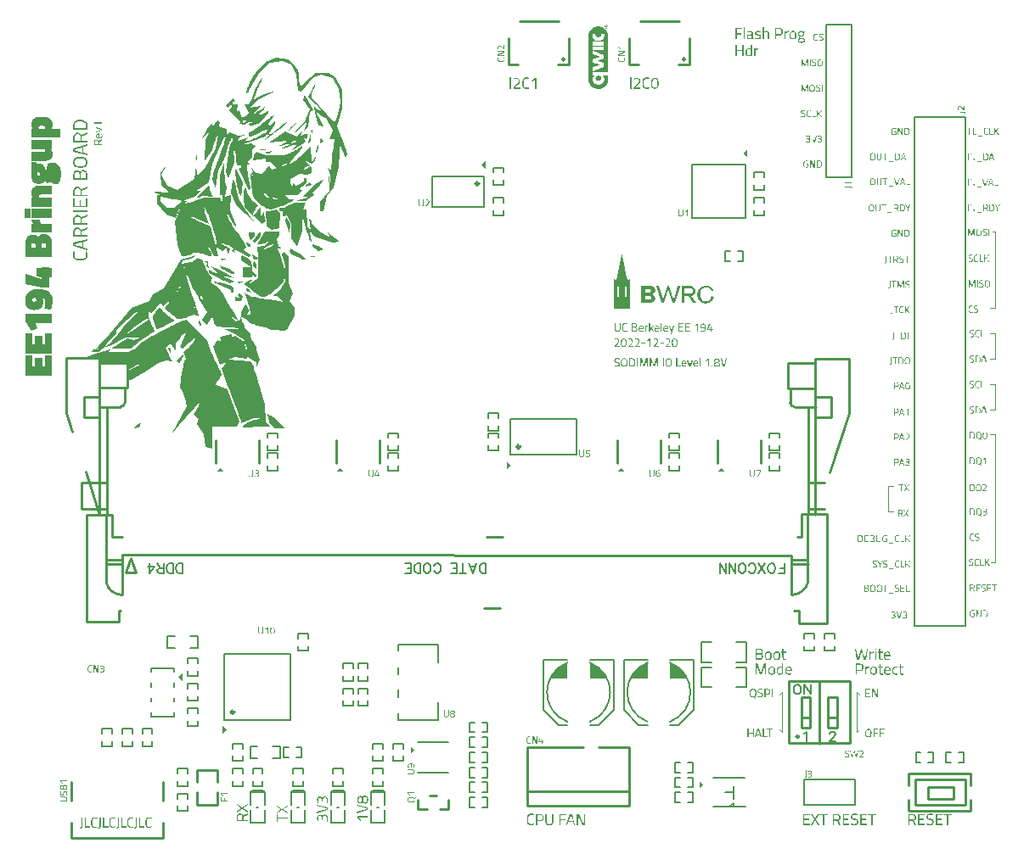
<source format=gto>
G04 Layer: TopSilkscreenLayer*
G04 EasyEDA v6.5.22, 2022-12-22 19:42:36*
G04 63d54b84b90b4e81b1216e971f4bcc08,b137401b17fb4d15a04862e99c0880a0,10*
G04 Gerber Generator version 0.2*
G04 Scale: 100 percent, Rotated: No, Reflected: No *
G04 Dimensions in millimeters *
G04 leading zeros omitted , absolute positions ,4 integer and 5 decimal *
%FSLAX45Y45*%
%MOMM*%

%ADD10C,0.2032*%
%ADD11C,0.1000*%
%ADD12C,0.2540*%
%ADD13C,0.1500*%
%ADD14C,0.2000*%
%ADD15C,0.2030*%
%ADD16C,0.1524*%
%ADD17C,0.3000*%
%ADD18C,0.0161*%

%LPD*%
G36*
X1632762Y775004D02*
G01*
X1631086Y768604D01*
X1620774Y721817D01*
X1585112Y551027D01*
X1582115Y537565D01*
X1579524Y527405D01*
X1577340Y520192D01*
X1575409Y515569D01*
X1574495Y514096D01*
X1573580Y513181D01*
X1572717Y512673D01*
X1571802Y512622D01*
X1570837Y512978D01*
X1568805Y514654D01*
X1550314Y536244D01*
X1550233Y453796D01*
X1582978Y453796D01*
X1586601Y453085D01*
X1639570Y453085D01*
X1639570Y348538D01*
X1663141Y348538D01*
X1663141Y446735D01*
X1666290Y449935D01*
X1668018Y451154D01*
X1670354Y452170D01*
X1673047Y452831D01*
X1675739Y453085D01*
X1682038Y453085D01*
X1682038Y348538D01*
X1625447Y348538D01*
X1625447Y453085D01*
X1586601Y453085D01*
X1599488Y450596D01*
X1602181Y348538D01*
X1582978Y348538D01*
X1582978Y453796D01*
X1550233Y453796D01*
X1550009Y224993D01*
X1715058Y224993D01*
X1714754Y536244D01*
X1696212Y514654D01*
X1694230Y512978D01*
X1693265Y512622D01*
X1692351Y512673D01*
X1691487Y513130D01*
X1690573Y514045D01*
X1688744Y517499D01*
X1686712Y523341D01*
X1684375Y531876D01*
X1681581Y543509D01*
X1674368Y577392D01*
X1654302Y674471D01*
X1639976Y742696D01*
G37*
G36*
X2488082Y457809D02*
G01*
X2470505Y457454D01*
X2462580Y456895D01*
X2453944Y455726D01*
X2445664Y454050D01*
X2438755Y452120D01*
X2432253Y449224D01*
X2424938Y444957D01*
X2417724Y439978D01*
X2411476Y434797D01*
X2398369Y422452D01*
X2384247Y373532D01*
X2394508Y327355D01*
X2417419Y297129D01*
X2459837Y280771D01*
X2499614Y287172D01*
X2514701Y296570D01*
X2520391Y300431D01*
X2525623Y304698D01*
X2530348Y309321D01*
X2534615Y314248D01*
X2538425Y319582D01*
X2541676Y325221D01*
X2544470Y331165D01*
X2546756Y337515D01*
X2550007Y347827D01*
X2528366Y350926D01*
X2512161Y314909D01*
X2488184Y305054D01*
X2481427Y303022D01*
X2475179Y301802D01*
X2469235Y301447D01*
X2463495Y301904D01*
X2457754Y303225D01*
X2451760Y305358D01*
X2445410Y308406D01*
X2431288Y315722D01*
X2412898Y346151D01*
X2412847Y396544D01*
X2419908Y410260D01*
X2423464Y416153D01*
X2427935Y422148D01*
X2432812Y427431D01*
X2437434Y431393D01*
X2447950Y438810D01*
X2488742Y438810D01*
X2515920Y424688D01*
X2521915Y405587D01*
X2544876Y405587D01*
X2544876Y410768D01*
X2544114Y413816D01*
X2542133Y418338D01*
X2539136Y423672D01*
X2535478Y429209D01*
X2526131Y442468D01*
G37*
G36*
X1823466Y453085D02*
G01*
X1823466Y424586D01*
X1906524Y424586D01*
X1923643Y411988D01*
X1917141Y391312D01*
X1865884Y391312D01*
X1865884Y424586D01*
X1823466Y424586D01*
X1823466Y358038D01*
X1912366Y358038D01*
X1919782Y350570D01*
X1924862Y344017D01*
X1926894Y337718D01*
X1925777Y331622D01*
X1921560Y325729D01*
X1915871Y320040D01*
X1865884Y320040D01*
X1865884Y358038D01*
X1823466Y358038D01*
X1823466Y286766D01*
X1922780Y286766D01*
X1955850Y300685D01*
X1969566Y333857D01*
X1960270Y358444D01*
X1932889Y374294D01*
X1953158Y384454D01*
X1964842Y409092D01*
X1954479Y439115D01*
X1927656Y453085D01*
G37*
G36*
X1979574Y453085D02*
G01*
X2029256Y289153D01*
X2052675Y286308D01*
X2077974Y371297D01*
X2086406Y397916D01*
X2091740Y413359D01*
X2096058Y421792D01*
X2137816Y289153D01*
X2160778Y286359D01*
X2208428Y445617D01*
X2211120Y453085D01*
X2187498Y453085D01*
X2151329Y320344D01*
X2148230Y323748D01*
X2146706Y326898D01*
X2140305Y344678D01*
X2130907Y373329D01*
X2106117Y453085D01*
X2083358Y453085D01*
X2065578Y393293D01*
X2050186Y343814D01*
X2041702Y317652D01*
X2002231Y453085D01*
G37*
G36*
X2233676Y453085D02*
G01*
X2233676Y434085D01*
X2319172Y434085D01*
X2337409Y424230D01*
X2337409Y386892D01*
X2319172Y377037D01*
X2257247Y377037D01*
X2257247Y434085D01*
X2233676Y434085D01*
X2233676Y286766D01*
X2257247Y286766D01*
X2257247Y358038D01*
X2298039Y358038D01*
X2342845Y286766D01*
X2370683Y286766D01*
X2322931Y358140D01*
X2345893Y366979D01*
X2360980Y388670D01*
X2360980Y425297D01*
X2333396Y453085D01*
G37*
G36*
X-1806905Y2735275D02*
G01*
X-1841906Y2726842D01*
X-1851152Y2724099D01*
X-1860448Y2720797D01*
X-1869795Y2716987D01*
X-1879142Y2712618D01*
X-1888540Y2707741D01*
X-1897888Y2702407D01*
X-1907235Y2696616D01*
X-1916582Y2690317D01*
X-1925828Y2683611D01*
X-1935073Y2676448D01*
X-1944217Y2668930D01*
X-1953310Y2660954D01*
X-1962302Y2652623D01*
X-1971141Y2643936D01*
X-1979930Y2634894D01*
X-1988515Y2625496D01*
X-1996998Y2615793D01*
X-2005279Y2605836D01*
X-2013407Y2595524D01*
X-2021332Y2584958D01*
X-2029104Y2574137D01*
X-2036622Y2563063D01*
X-2043887Y2551785D01*
X-2050948Y2540254D01*
X-2057704Y2528570D01*
X-2064257Y2516682D01*
X-2070506Y2504643D01*
X-2076450Y2492451D01*
X-2082038Y2480106D01*
X-2087372Y2467660D01*
X-2092350Y2455113D01*
X-2096973Y2442464D01*
X-2101240Y2429713D01*
X-2116277Y2380284D01*
X-2105964Y2380335D01*
X-2104898Y2380691D01*
X-2101799Y2383485D01*
X-2097328Y2388819D01*
X-2091740Y2396490D01*
X-2085187Y2406243D01*
X-2077720Y2417876D01*
X-2060803Y2445867D01*
X-2042210Y2478735D01*
X-1979168Y2594508D01*
X-1876602Y2679547D01*
X-1746148Y2697937D01*
X-1667256Y2669540D01*
X-1616049Y2567635D01*
X-1594205Y2404160D01*
X-1560372Y2393543D01*
X-1444853Y2536545D01*
X-1364742Y2567889D01*
X-1247444Y2530906D01*
X-1187602Y2421534D01*
X-1172362Y2293620D01*
X-1193190Y2201113D01*
X-1197406Y2183993D01*
X-1201775Y2167483D01*
X-1206246Y2151989D01*
X-1210614Y2137918D01*
X-1214831Y2125675D01*
X-1218641Y2115769D01*
X-1222044Y2108555D01*
X-1223518Y2106066D01*
X-1236929Y2086203D01*
X-1281023Y2139492D01*
X-1293215Y2153615D01*
X-1307998Y2170277D01*
X-1324711Y2188616D01*
X-1342644Y2207869D01*
X-1365707Y2232202D01*
X-1383842Y2250897D01*
X-1465072Y2332837D01*
X-1465072Y2357272D01*
X-1464818Y2360980D01*
X-1463243Y2370124D01*
X-1460195Y2381046D01*
X-1456029Y2393086D01*
X-1450848Y2405684D01*
X-1445006Y2418080D01*
X-1437386Y2432507D01*
X-1433576Y2440432D01*
X-1430426Y2447645D01*
X-1428089Y2453894D01*
X-1426514Y2459075D01*
X-1425854Y2462987D01*
X-1426159Y2465476D01*
X-1427429Y2466340D01*
X-1428851Y2465781D01*
X-1430782Y2464155D01*
X-1433118Y2461514D01*
X-1435811Y2458008D01*
X-1442110Y2448458D01*
X-1449324Y2436114D01*
X-1457147Y2421534D01*
X-1465122Y2405380D01*
X-1494129Y2344420D01*
X-1415846Y2269185D01*
X-1402689Y2256282D01*
X-1391615Y2244953D01*
X-1382471Y2235200D01*
X-1375410Y2227072D01*
X-1370330Y2220468D01*
X-1367231Y2215388D01*
X-1366469Y2213406D01*
X-1366164Y2211832D01*
X-1366367Y2210612D01*
X-1367078Y2209749D01*
X-1368247Y2209241D01*
X-1369923Y2209139D01*
X-1374800Y2209952D01*
X-1381607Y2212238D01*
X-1390396Y2215896D01*
X-1401114Y2220925D01*
X-1438605Y2239822D01*
X-1426972Y2184501D01*
X-1421688Y2161387D01*
X-1409903Y2113127D01*
X-1395476Y2057704D01*
X-1341678Y2047951D01*
X-1394409Y2146401D01*
X-1401826Y2160625D01*
X-1407718Y2172462D01*
X-1412189Y2182012D01*
X-1415186Y2189327D01*
X-1416761Y2194458D01*
X-1416964Y2196236D01*
X-1416862Y2197506D01*
X-1416354Y2198268D01*
X-1415491Y2198522D01*
X-1414272Y2198319D01*
X-1412697Y2197658D01*
X-1408430Y2194864D01*
X-1402740Y2190343D01*
X-1386992Y2176170D01*
X-1376984Y2166874D01*
X-1366570Y2157984D01*
X-1356360Y2150160D01*
X-1351584Y2146757D01*
X-1342796Y2141270D01*
X-1338935Y2139188D01*
X-1335532Y2137714D01*
X-1332636Y2136749D01*
X-1330350Y2136444D01*
X-1315821Y2136444D01*
X-1249476Y2007057D01*
X-1281125Y1921256D01*
X-1233932Y1921256D01*
X-1245463Y1846072D01*
X-1251915Y1795475D01*
X-1255268Y1766265D01*
X-1259230Y1729130D01*
X-1271168Y1602384D01*
X-1299921Y1641551D01*
X-1275130Y1569821D01*
X-1281480Y1401724D01*
X-1305763Y1382826D01*
X-1312875Y1376222D01*
X-1320850Y1367993D01*
X-1329182Y1358595D01*
X-1337513Y1348587D01*
X-1345285Y1338478D01*
X-1373886Y1298092D01*
X-1373886Y1204061D01*
X-1346504Y1204061D01*
X-1308506Y1354683D01*
X-1238097Y1442262D01*
X-1187856Y1641551D01*
X-1185367Y1788160D01*
X-1184503Y1822043D01*
X-1183538Y1849577D01*
X-1182065Y1874723D01*
X-1181404Y1878177D01*
X-1180795Y1877517D01*
X-1178356Y1872386D01*
X-1174394Y1862886D01*
X-1163218Y1833321D01*
X-1156512Y1814779D01*
X-1127150Y1731467D01*
X-1103680Y1767332D01*
X-1117955Y1814169D01*
X-1123543Y1830679D01*
X-1131316Y1852066D01*
X-1140714Y1877009D01*
X-1151280Y1904085D01*
X-1165250Y1938832D01*
X-1211580Y2050389D01*
X-1153566Y2229662D01*
X-1154684Y2416149D01*
X-1221536Y2536190D01*
X-1289507Y2581097D01*
X-1415389Y2581097D01*
X-1463852Y2545943D01*
X-1473606Y2538425D01*
X-1494180Y2521559D01*
X-1514094Y2504033D01*
X-1523034Y2495651D01*
X-1530858Y2487930D01*
X-1565503Y2451201D01*
X-1576070Y2461158D01*
X-1577492Y2463038D01*
X-1578864Y2465781D01*
X-1580134Y2469438D01*
X-1581353Y2473807D01*
X-1583486Y2484577D01*
X-1585163Y2497429D01*
X-1586230Y2511704D01*
X-1586534Y2519222D01*
X-1586585Y2582519D01*
X-1607820Y2621280D01*
X-1614627Y2632557D01*
X-1622907Y2644546D01*
X-1632254Y2656687D01*
X-1642059Y2668320D01*
X-1651812Y2678734D01*
X-1656537Y2683357D01*
X-1693062Y2714701D01*
G37*
G36*
X-1934260Y2559558D02*
G01*
X-1966163Y2521966D01*
X-1972564Y2513279D01*
X-1979218Y2503220D01*
X-1985924Y2492197D01*
X-1992477Y2480513D01*
X-1998725Y2468524D01*
X-2004415Y2456586D01*
X-2009343Y2445105D01*
X-2017014Y2425344D01*
X-2026107Y2403043D01*
X-2036419Y2378710D01*
X-2047138Y2354275D01*
X-2057450Y2331618D01*
X-2088794Y2265527D01*
X-2134362Y2265527D01*
X-2089150Y2182926D01*
X-2122830Y2154224D01*
X-2128672Y2149551D01*
X-2133904Y2145690D01*
X-2138578Y2142591D01*
X-2142744Y2140356D01*
X-2146452Y2138934D01*
X-2149805Y2138324D01*
X-2152751Y2138578D01*
X-2155444Y2139696D01*
X-2157882Y2141728D01*
X-2160168Y2144623D01*
X-2162251Y2148382D01*
X-2164283Y2153107D01*
X-2166315Y2158746D01*
X-2170379Y2172868D01*
X-2180082Y2209342D01*
X-2207768Y2193137D01*
X-2201976Y2271928D01*
X-2247544Y2272690D01*
X-2247544Y2287066D01*
X-2246579Y2292299D01*
X-2243886Y2296007D01*
X-2239873Y2297836D01*
X-2235047Y2297430D01*
X-2222500Y2293518D01*
X-2243175Y2325065D01*
X-2315006Y2261362D01*
X-2298039Y2235454D01*
X-2255164Y2269032D01*
X-2255164Y2255824D01*
X-2256383Y2249525D01*
X-2259736Y2242159D01*
X-2264664Y2234641D01*
X-2270709Y2227884D01*
X-2286254Y2213254D01*
X-2171598Y2101748D01*
X-2173592Y2093417D01*
X-2148789Y2093417D01*
X-2147519Y2098954D01*
X-2144064Y2103526D01*
X-2138934Y2106625D01*
X-2132685Y2107742D01*
X-2116632Y2107742D01*
X-2126030Y2093417D01*
X-2130196Y2087829D01*
X-2134616Y2083257D01*
X-2138730Y2080158D01*
X-2142083Y2079040D01*
X-2144674Y2080158D01*
X-2146808Y2083257D01*
X-2148281Y2087829D01*
X-2148789Y2093417D01*
X-2173592Y2093417D01*
X-2179015Y2070811D01*
X-2119020Y2066543D01*
X-2110232Y2079955D01*
X-2107946Y2082647D01*
X-2104796Y2085086D01*
X-2100884Y2087270D01*
X-2096465Y2089099D01*
X-2091588Y2090572D01*
X-2086406Y2091639D01*
X-2081072Y2092198D01*
X-2075738Y2092248D01*
X-2050034Y2091131D01*
X-2088184Y2076602D01*
X-2072132Y2052066D01*
X-1981911Y2081784D01*
X-1930196Y2143506D01*
X-1919427Y2156917D01*
X-1910384Y2168906D01*
X-1903018Y2179320D01*
X-1897380Y2188108D01*
X-1893570Y2195169D01*
X-1892350Y2198014D01*
X-1891588Y2200402D01*
X-1891284Y2202332D01*
X-1891487Y2203704D01*
X-1892096Y2204618D01*
X-1893214Y2205024D01*
X-1894839Y2204923D01*
X-1896922Y2204262D01*
X-1899513Y2203094D01*
X-1906168Y2198979D01*
X-1920189Y2188718D01*
X-1926031Y2184958D01*
X-1932279Y2181453D01*
X-1938629Y2178202D01*
X-1944928Y2175408D01*
X-1951024Y2173122D01*
X-1956663Y2171446D01*
X-1961692Y2170430D01*
X-1984298Y2167280D01*
X-1957882Y2196592D01*
X-1948434Y2208377D01*
X-1939543Y2220722D01*
X-1932330Y2232050D01*
X-1929638Y2236825D01*
X-1918614Y2258364D01*
X-1938782Y2236825D01*
X-1943303Y2232406D01*
X-1948434Y2228138D01*
X-1953971Y2224024D01*
X-1959711Y2220264D01*
X-1965553Y2216962D01*
X-1971293Y2214168D01*
X-1976729Y2212035D01*
X-1990953Y2207818D01*
X-1999284Y2203450D01*
X-2005736Y2198268D01*
X-2012797Y2187600D01*
X-2017979Y2183333D01*
X-2024329Y2180488D01*
X-2031136Y2179472D01*
X-2047748Y2179472D01*
X-1974088Y2254504D01*
X-2080412Y2233625D01*
X-1990496Y2323541D01*
X-1837334Y2394813D01*
X-1887778Y2384806D01*
X-1898700Y2382012D01*
X-1910689Y2378354D01*
X-1923338Y2373985D01*
X-1936394Y2369108D01*
X-1949297Y2363825D01*
X-1961794Y2358339D01*
X-1973376Y2352700D01*
X-2007666Y2334818D01*
X-2022703Y2327554D01*
X-2032152Y2323439D01*
X-2034235Y2322880D01*
X-2034692Y2323185D01*
X-2034692Y2325573D01*
X-2033778Y2330094D01*
X-2029256Y2344724D01*
X-2021839Y2365400D01*
X-2012188Y2390394D01*
X-2001012Y2417978D01*
X-1988972Y2446426D01*
X-1976780Y2474061D01*
X-1965096Y2499106D01*
X-1959660Y2510180D01*
G37*
G36*
X-1533093Y2358440D02*
G01*
X-1542592Y2311704D01*
X-1482902Y2218994D01*
X-1527149Y2100580D01*
X-1639773Y1991309D01*
X-1616557Y1999640D01*
X-1613154Y2001113D01*
X-1609394Y2003145D01*
X-1605280Y2005685D01*
X-1596440Y2012137D01*
X-1587144Y2020062D01*
X-1577848Y2029053D01*
X-1569059Y2038604D01*
X-1559102Y2050643D01*
X-1553057Y2057298D01*
X-1547063Y2063343D01*
X-1541322Y2068626D01*
X-1535988Y2072944D01*
X-1531213Y2076246D01*
X-1527200Y2078329D01*
X-1524101Y2079040D01*
X-1511401Y2079040D01*
X-1541221Y2000148D01*
X-1497990Y2052574D01*
X-1477416Y2193798D01*
X-1448612Y2210562D01*
X-1458823Y2241651D01*
X-1462684Y2251405D01*
X-1468374Y2263140D01*
X-1475435Y2276144D01*
X-1483512Y2289708D01*
X-1492199Y2303119D01*
X-1501038Y2315565D01*
G37*
G36*
X-1838452Y2155037D02*
G01*
X-1873300Y2137359D01*
X-1880412Y2133142D01*
X-1889201Y2127504D01*
X-1910638Y2112721D01*
X-1935784Y2094382D01*
X-1962657Y2073859D01*
X-1989531Y2052574D01*
X-2015134Y2032660D01*
X-2038197Y2015693D01*
X-2048256Y2008632D01*
X-2057146Y2002739D01*
X-2064562Y1998116D01*
X-2070404Y1994865D01*
X-2074418Y1993188D01*
X-2075738Y1992985D01*
X-2080514Y1991309D01*
X-2084425Y1986686D01*
X-2087067Y1979828D01*
X-2088032Y1971446D01*
X-2088032Y1949957D01*
X-2067509Y1949957D01*
X-2061921Y1950669D01*
X-2053945Y1952752D01*
X-2043938Y1956054D01*
X-2032254Y1960372D01*
X-2019249Y1965604D01*
X-2005380Y1971649D01*
X-1990953Y1978304D01*
X-1976323Y1985416D01*
X-1905711Y2020874D01*
X-1905711Y2007971D01*
X-1906066Y2006396D01*
X-1907082Y2004517D01*
X-1908810Y2002332D01*
X-1913991Y1997303D01*
X-1921357Y1991461D01*
X-1930654Y1984908D01*
X-1941525Y1977796D01*
X-1953717Y1970328D01*
X-1966925Y1962607D01*
X-1980844Y1954834D01*
X-1995220Y1947113D01*
X-2009749Y1939696D01*
X-2024176Y1932635D01*
X-2038146Y1926082D01*
X-2051405Y1920290D01*
X-2063699Y1915312D01*
X-2074672Y1911350D01*
X-2084070Y1908556D01*
X-2091588Y1907133D01*
X-2094585Y1906930D01*
X-2120188Y1906930D01*
X-2098243Y1940458D01*
X-2194712Y1903730D01*
X-2176627Y1948281D01*
X-2126030Y1960422D01*
X-2201976Y1952193D01*
X-2277872Y1990598D01*
X-2310688Y1964893D01*
X-2308352Y2027072D01*
X-2384298Y2045106D01*
X-2375916Y2091232D01*
X-2405024Y2108200D01*
X-2452674Y2043988D01*
X-2452674Y2084781D01*
X-2467406Y2069388D01*
X-2471674Y2063902D01*
X-2483866Y2046071D01*
X-2499461Y2021586D01*
X-2516733Y1993188D01*
X-2563063Y1914093D01*
X-2465222Y2014524D01*
X-2518359Y1914093D01*
X-2530297Y1698955D01*
X-2452065Y1813661D01*
X-2425395Y1900682D01*
X-2420264Y1916480D01*
X-2415082Y1931466D01*
X-2410002Y1945284D01*
X-2405227Y1957527D01*
X-2400858Y1967839D01*
X-2397048Y1975866D01*
X-2393950Y1981200D01*
X-2392680Y1982774D01*
X-2381605Y1994103D01*
X-2418638Y1824431D01*
X-2530602Y1623314D01*
X-2604617Y1557680D01*
X-2609189Y1655876D01*
X-2627426Y1527098D01*
X-2802128Y1413916D01*
X-2901696Y1458722D01*
X-2961589Y1563725D01*
X-2908046Y1655876D01*
X-2972409Y1584502D01*
X-2957118Y1456232D01*
X-2925216Y1431848D01*
X-2918815Y1426718D01*
X-2912821Y1421587D01*
X-2907385Y1416507D01*
X-2902661Y1411681D01*
X-2898800Y1407261D01*
X-2895854Y1403299D01*
X-2893974Y1400048D01*
X-2893314Y1397558D01*
X-2893314Y1387652D01*
X-3027172Y1397711D01*
X-3020110Y1386941D01*
X-3015335Y1382674D01*
X-3007614Y1379016D01*
X-2997911Y1376324D01*
X-2987395Y1375054D01*
X-2961690Y1373936D01*
X-2999689Y1359458D01*
X-2999689Y1291234D01*
X-2969310Y1291234D01*
X-2969310Y1319377D01*
X-2969006Y1330096D01*
X-2968193Y1338580D01*
X-2966974Y1343964D01*
X-2965500Y1345336D01*
X-2960420Y1344066D01*
X-2949397Y1342085D01*
X-2934106Y1339748D01*
X-2905709Y1335836D01*
X-2880309Y1331468D01*
X-2844292Y1324305D01*
X-2816402Y1318056D01*
X-2749499Y1301546D01*
X-2834233Y1232763D01*
X-2902762Y1232763D01*
X-2969310Y1291234D01*
X-2999689Y1291234D01*
X-2999689Y1280058D01*
X-2911144Y1164691D01*
X-2818028Y1134059D01*
X-2800045Y1190650D01*
X-2796286Y1201877D01*
X-2792476Y1212088D01*
X-2788767Y1221079D01*
X-2785211Y1228598D01*
X-2781909Y1234490D01*
X-2779014Y1238554D01*
X-2776575Y1240586D01*
X-2774746Y1240332D01*
X-2773984Y1238758D01*
X-2773730Y1236116D01*
X-2773984Y1232357D01*
X-2774696Y1227683D01*
X-2777439Y1215847D01*
X-2781757Y1201318D01*
X-2787446Y1184706D01*
X-2794304Y1166825D01*
X-2821228Y1100226D01*
X-2800553Y859840D01*
X-2760980Y752195D01*
X-2716987Y757021D01*
X-2707843Y758291D01*
X-2698750Y759917D01*
X-2689961Y761949D01*
X-2681681Y764286D01*
X-2674162Y766826D01*
X-2667660Y769518D01*
X-2662377Y772210D01*
X-2658567Y774954D01*
X-2655722Y777290D01*
X-2652522Y779322D01*
X-2648966Y781151D01*
X-2645054Y782777D01*
X-2640888Y784148D01*
X-2631592Y786180D01*
X-2626512Y786841D01*
X-2615590Y787450D01*
X-2603703Y787146D01*
X-2591003Y785926D01*
X-2584348Y785012D01*
X-2570530Y782421D01*
X-2556154Y778967D01*
X-2541270Y774598D01*
X-2525979Y769315D01*
X-2510739Y763473D01*
X-2496362Y758393D01*
X-2483358Y754380D01*
X-2472232Y751535D01*
X-2463698Y750011D01*
X-2460548Y749808D01*
X-2458262Y750011D01*
X-2456891Y750620D01*
X-2456332Y751992D01*
X-2456383Y754380D01*
X-2456992Y757732D01*
X-2459837Y766876D01*
X-2464562Y778865D01*
X-2470962Y792988D01*
X-2478786Y808685D01*
X-2487422Y824941D01*
X-2494686Y839622D01*
X-2500122Y851966D01*
X-2503576Y861415D01*
X-2504440Y864920D01*
X-2504744Y867511D01*
X-2504490Y869137D01*
X-2503576Y869696D01*
X-2502001Y869137D01*
X-2499918Y867562D01*
X-2497429Y865022D01*
X-2491486Y857503D01*
X-2484577Y847191D01*
X-2477008Y834644D01*
X-2469286Y820521D01*
X-2461768Y805484D01*
X-2435148Y749808D01*
X-2389682Y749808D01*
X-2401824Y788111D01*
X-2413304Y829106D01*
X-2429103Y887831D01*
X-2470759Y1047292D01*
X-2600807Y1109268D01*
X-2630830Y1124356D01*
X-2655265Y1137208D01*
X-2672334Y1147013D01*
X-2677515Y1150467D01*
X-2680258Y1152753D01*
X-2680614Y1153414D01*
X-2680106Y1153871D01*
X-2678633Y1153871D01*
X-2672943Y1152702D01*
X-2664002Y1149959D01*
X-2652166Y1145895D01*
X-2637790Y1140612D01*
X-2603246Y1126896D01*
X-2486964Y1077823D01*
X-2516174Y1165606D01*
X-2525014Y1193444D01*
X-2532583Y1218184D01*
X-2537866Y1236624D01*
X-2545943Y1268628D01*
X-2526995Y1240434D01*
X-2523134Y1233881D01*
X-2518968Y1226058D01*
X-2509926Y1207058D01*
X-2500020Y1184097D01*
X-2489606Y1158036D01*
X-2478836Y1129487D01*
X-2468016Y1099312D01*
X-2454706Y1060246D01*
X-2442159Y1021181D01*
X-2432964Y990904D01*
X-2421128Y948690D01*
X-2416352Y929792D01*
X-2411374Y907440D01*
X-2409545Y897788D01*
X-2408224Y889152D01*
X-2407361Y881786D01*
X-2407107Y875639D01*
X-2407107Y849884D01*
X-2351989Y802792D01*
X-2316886Y835964D01*
X-2290470Y768654D01*
X-2273046Y831697D01*
X-2318664Y853948D01*
X-2327706Y858570D01*
X-2335834Y863142D01*
X-2342946Y867562D01*
X-2348839Y871677D01*
X-2353360Y875385D01*
X-2356408Y878586D01*
X-2357729Y881176D01*
X-2357221Y882954D01*
X-2355799Y883564D01*
X-2353411Y883615D01*
X-2350160Y883107D01*
X-2346147Y882142D01*
X-2336038Y878687D01*
X-2323795Y873506D01*
X-2309926Y866851D01*
X-2295093Y858977D01*
X-2240026Y828294D01*
X-2255672Y804418D01*
X-2220061Y783640D01*
X-2241753Y816762D01*
X-2232406Y816762D01*
X-2230475Y816406D01*
X-2223262Y813866D01*
X-2212187Y809142D01*
X-2197963Y802538D01*
X-2181352Y794410D01*
X-2163165Y785164D01*
X-2084374Y743712D01*
X-2065680Y761339D01*
X-2137968Y812850D01*
X-2117445Y844194D01*
X-2142540Y900684D01*
X-2147163Y910082D01*
X-2152548Y919987D01*
X-2158492Y930249D01*
X-2164892Y940714D01*
X-2171649Y951128D01*
X-2178558Y961288D01*
X-2185568Y971042D01*
X-2192477Y980084D01*
X-2199233Y988364D01*
X-2206548Y996746D01*
X-2214676Y1006500D01*
X-2222804Y1016914D01*
X-2230882Y1027836D01*
X-2238806Y1039215D01*
X-2246630Y1050950D01*
X-2261565Y1075182D01*
X-2268575Y1087526D01*
X-2275281Y1099921D01*
X-2281631Y1112215D01*
X-2287473Y1124407D01*
X-2292858Y1136396D01*
X-2297684Y1148029D01*
X-2301951Y1159357D01*
X-2305608Y1170178D01*
X-2317496Y1211224D01*
X-2263800Y1120140D01*
X-2254148Y1104239D01*
X-2245055Y1089812D01*
X-2236724Y1077112D01*
X-2229459Y1066495D01*
X-2223414Y1058316D01*
X-2218842Y1052880D01*
X-2217166Y1051255D01*
X-2215946Y1050493D01*
X-2215184Y1050544D01*
X-2214880Y1051407D01*
X-2215184Y1055420D01*
X-2216759Y1062177D01*
X-2219401Y1071321D01*
X-2223109Y1082548D01*
X-2233015Y1109827D01*
X-2239060Y1125220D01*
X-2274265Y1211224D01*
X-2268880Y1359509D01*
X-2328570Y1344777D01*
X-2305507Y1441348D01*
X-2318207Y1472387D01*
X-2320137Y1479245D01*
X-2322017Y1488084D01*
X-2323846Y1498650D01*
X-2327097Y1523898D01*
X-2329688Y1552905D01*
X-2331415Y1583639D01*
X-2334310Y1684578D01*
X-2374392Y1569821D01*
X-2376728Y1361846D01*
X-2353919Y1361795D01*
X-2348585Y1268628D01*
X-2375712Y1333144D01*
X-2539034Y1333144D01*
X-2627172Y1306982D01*
X-2655214Y1298194D01*
X-2680106Y1290015D01*
X-2698750Y1283512D01*
X-2731160Y1270914D01*
X-2709214Y1304442D01*
X-2729077Y1305102D01*
X-2731211Y1305356D01*
X-2732227Y1305966D01*
X-2732125Y1306931D01*
X-2730957Y1308150D01*
X-2728823Y1309674D01*
X-2721660Y1313383D01*
X-2711043Y1317904D01*
X-2697429Y1322984D01*
X-2630170Y1345692D01*
X-2567482Y1404874D01*
X-2609189Y1404874D01*
X-2486609Y1488694D01*
X-2452116Y1675688D01*
X-2345131Y1919528D01*
X-2341930Y1926234D01*
X-2338628Y1932178D01*
X-2335326Y1937308D01*
X-2332126Y1941423D01*
X-2329078Y1944522D01*
X-2326335Y1946402D01*
X-2323998Y1947011D01*
X-2322118Y1946198D01*
X-2321458Y1945284D01*
X-2320696Y1942236D01*
X-2320696Y1937562D01*
X-2321306Y1931365D01*
X-2322576Y1923846D01*
X-2324455Y1914956D01*
X-2329942Y1893773D01*
X-2337511Y1868576D01*
X-2346858Y1840128D01*
X-2357729Y1809242D01*
X-2366772Y1785010D01*
X-2376474Y1760118D01*
X-2386634Y1734972D01*
X-2403348Y1695805D01*
X-2413304Y1671421D01*
X-2422804Y1646021D01*
X-2431288Y1621078D01*
X-2438450Y1597863D01*
X-2443734Y1577695D01*
X-2445562Y1569161D01*
X-2455113Y1512468D01*
X-2417267Y1426413D01*
X-2390597Y1611172D01*
X-2352700Y1682546D01*
X-2346909Y1694281D01*
X-2341168Y1706676D01*
X-2335580Y1719529D01*
X-2325319Y1745437D01*
X-2320848Y1758035D01*
X-2316886Y1770024D01*
X-2313584Y1781149D01*
X-2311044Y1791258D01*
X-2308555Y1802790D01*
X-2305050Y1817370D01*
X-2300833Y1832457D01*
X-2296109Y1847748D01*
X-2290927Y1862988D01*
X-2285492Y1877822D01*
X-2279904Y1891944D01*
X-2274265Y1905101D01*
X-2268728Y1916988D01*
X-2263394Y1927250D01*
X-2258466Y1935683D01*
X-2253996Y1941880D01*
X-2251964Y1944065D01*
X-2250135Y1945589D01*
X-2248458Y1946452D01*
X-2247036Y1946554D01*
X-2245766Y1945893D01*
X-2244953Y1944420D01*
X-2244598Y1942084D01*
X-2244699Y1938934D01*
X-2245156Y1935022D01*
X-2246020Y1930450D01*
X-2248916Y1919579D01*
X-2253081Y1906930D01*
X-2258466Y1893062D01*
X-2284984Y1832965D01*
X-2316327Y1594866D01*
X-2290114Y1527962D01*
X-2233930Y1684578D01*
X-2237435Y1842363D01*
X-2224074Y1794713D01*
X-2221636Y1784451D01*
X-2219299Y1773224D01*
X-2217166Y1761337D01*
X-2215286Y1749145D01*
X-2212441Y1725472D01*
X-2211628Y1714652D01*
X-2209596Y1663090D01*
X-2163978Y1663090D01*
X-2163978Y1649933D01*
X-2165096Y1644446D01*
X-2168144Y1639214D01*
X-2172614Y1634896D01*
X-2178100Y1632000D01*
X-2192223Y1627225D01*
X-2087727Y1414729D01*
X-2070760Y1430731D01*
X-2088286Y1520596D01*
X-2090877Y1534769D01*
X-2094433Y1556359D01*
X-2099310Y1591056D01*
X-2101951Y1615287D01*
X-2102764Y1625549D01*
X-2103170Y1634236D01*
X-2103221Y1679092D01*
X-2065223Y1658874D01*
X-2101240Y1695653D01*
X-2057654Y1736852D01*
X-2057654Y1815134D01*
X-2019909Y1850745D01*
X-2065223Y1877771D01*
X-2171598Y1863902D01*
X-2048814Y1903018D01*
X-2012899Y1915109D01*
X-1980793Y1926843D01*
X-1954682Y1937359D01*
X-1944522Y1941880D01*
X-1936648Y1945741D01*
X-1931365Y1948891D01*
X-1922830Y1955647D01*
X-1915058Y1960168D01*
X-1907387Y1963166D01*
X-1900783Y1964283D01*
X-1886762Y1964283D01*
X-1928469Y1915210D01*
X-1870049Y1952599D01*
X-1859076Y1960016D01*
X-1847494Y1968246D01*
X-1823161Y1986534D01*
X-1798370Y2006244D01*
X-1774342Y2026361D01*
X-1752295Y2045817D01*
X-1742389Y2054961D01*
X-1733448Y2063546D01*
X-1725625Y2071420D01*
X-1719021Y2078482D01*
X-1713890Y2084527D01*
X-1710283Y2089505D01*
X-1709115Y2091537D01*
X-1708404Y2093264D01*
X-1708150Y2094636D01*
X-1708759Y2095449D01*
X-1710436Y2095195D01*
X-1713179Y2093925D01*
X-1716887Y2091791D01*
X-1726895Y2084882D01*
X-1739849Y2074925D01*
X-1763369Y2055266D01*
X-1791919Y2030323D01*
X-1804416Y2019858D01*
X-1816201Y2010359D01*
X-1837436Y1994204D01*
X-1846884Y1987550D01*
X-1855419Y1981911D01*
X-1863089Y1977237D01*
X-1869846Y1973580D01*
X-1875637Y1970938D01*
X-1880362Y1969312D01*
X-1884121Y1968754D01*
X-1885543Y1968855D01*
X-1886712Y1969211D01*
X-1887626Y1969871D01*
X-1888236Y1970786D01*
X-1888591Y1971954D01*
X-1888337Y1975104D01*
X-1887778Y1977136D01*
X-1885696Y1981962D01*
X-1882343Y1987905D01*
X-1877720Y1995017D01*
X-1871725Y2003247D01*
X-1855978Y2022906D01*
X-1848307Y2033625D01*
X-1841550Y2044496D01*
X-1836064Y2054910D01*
X-1832102Y2064410D01*
X-1830832Y2068626D01*
X-1830019Y2072335D01*
X-1829714Y2075586D01*
X-1829714Y2096922D01*
X-1876043Y2060600D01*
X-1892909Y2076551D01*
G37*
G36*
X-1619300Y2079040D02*
G01*
X-1621536Y2078329D01*
X-1625041Y2076246D01*
X-1629664Y2072893D01*
X-1635150Y2068525D01*
X-1648104Y2057095D01*
X-1655267Y2050389D01*
X-1669592Y2035962D01*
X-1675841Y2029256D01*
X-1685543Y2017877D01*
X-1688795Y2013457D01*
X-1690827Y2010156D01*
X-1691487Y2008073D01*
X-1690674Y2007311D01*
X-1688439Y2008073D01*
X-1684883Y2010156D01*
X-1680311Y2013457D01*
X-1668627Y2023160D01*
X-1654708Y2035962D01*
X-1640382Y2050389D01*
X-1628749Y2063191D01*
X-1621180Y2072893D01*
X-1619148Y2076246D01*
X-1618488Y2078329D01*
G37*
G36*
X-1449882Y2026462D02*
G01*
X-1468221Y2009139D01*
X-1452270Y1971446D01*
G37*
G36*
X-1551076Y2000148D02*
G01*
X-1616100Y1946300D01*
X-1722831Y1994103D01*
X-1882902Y1889658D01*
X-1786636Y1897989D01*
X-1769618Y1899208D01*
X-1740052Y1900529D01*
X-1728165Y1900631D01*
X-1718767Y1900326D01*
X-1712112Y1899716D01*
X-1709928Y1899259D01*
X-1708607Y1898700D01*
X-1708150Y1898040D01*
X-1709166Y1896211D01*
X-1712061Y1893773D01*
X-1716633Y1890725D01*
X-1722678Y1887220D01*
X-1740046Y1878584D01*
X-1664157Y1878584D01*
X-1654860Y1892757D01*
X-1650136Y1898243D01*
X-1644142Y1902764D01*
X-1637588Y1905812D01*
X-1631289Y1906930D01*
X-1624330Y1906473D01*
X-1619808Y1905152D01*
X-1617675Y1903171D01*
X-1617878Y1900580D01*
X-1620316Y1897583D01*
X-1624939Y1894230D01*
X-1631746Y1890674D01*
X-1640586Y1887118D01*
X-1664157Y1878584D01*
X-1740046Y1878584D01*
X-1770278Y1865477D01*
X-1780032Y1860854D01*
X-1786889Y1857095D01*
X-1789277Y1855520D01*
X-1790903Y1854149D01*
X-1791868Y1852980D01*
X-1792122Y1852066D01*
X-1791665Y1851355D01*
X-1790598Y1850847D01*
X-1786382Y1850542D01*
X-1779524Y1851152D01*
X-1770125Y1852675D01*
X-1758188Y1855114D01*
X-1743811Y1858518D01*
X-1712722Y1866493D01*
X-1700885Y1868982D01*
X-1691589Y1870405D01*
X-1687880Y1870760D01*
X-1682394Y1870710D01*
X-1680616Y1870354D01*
X-1679498Y1869744D01*
X-1678990Y1868982D01*
X-1679193Y1868017D01*
X-1680006Y1866849D01*
X-1681429Y1865528D01*
X-1686306Y1862378D01*
X-1693824Y1858619D01*
X-1703933Y1854352D01*
X-1716735Y1849628D01*
X-1733296Y1843938D01*
X-1741576Y1840738D01*
X-1748840Y1837537D01*
X-1754886Y1834489D01*
X-1759559Y1831695D01*
X-1762709Y1829206D01*
X-1764182Y1827123D01*
X-1763775Y1825548D01*
X-1762353Y1824888D01*
X-1759966Y1824634D01*
X-1756664Y1824837D01*
X-1747824Y1826310D01*
X-1736343Y1829206D01*
X-1722882Y1833372D01*
X-1708099Y1838553D01*
X-1677111Y1850237D01*
X-1662480Y1855165D01*
X-1649425Y1859229D01*
X-1638554Y1862124D01*
X-1630629Y1863699D01*
X-1627987Y1863902D01*
X-1612290Y1863902D01*
X-1670202Y1801571D01*
X-1643837Y1815744D01*
X-1623060Y1828596D01*
X-1595983Y1846580D01*
X-1581810Y1856384D01*
X-1525117Y1896516D01*
X-1542999Y1957120D01*
X-1527048Y1935632D01*
X-1520850Y1928012D01*
X-1515719Y1923237D01*
X-1512214Y1921662D01*
X-1510893Y1923694D01*
X-1510080Y1929079D01*
X-1508150Y1936800D01*
X-1505305Y1945690D01*
X-1501851Y1954834D01*
X-1493113Y1976424D01*
X-1513281Y1973529D01*
X-1522577Y1971548D01*
X-1533042Y1968246D01*
X-1543354Y1964080D01*
X-1548079Y1961845D01*
X-1571091Y1948484D01*
G37*
G36*
X-1467205Y1971446D02*
G01*
X-1480261Y1942795D01*
X-1482902Y1936597D01*
X-1485392Y1929942D01*
X-1487678Y1923084D01*
X-1491437Y1909521D01*
X-1492808Y1903171D01*
X-1493723Y1897481D01*
X-1494129Y1892554D01*
X-1494993Y1871065D01*
X-1480261Y1892554D01*
X-1477314Y1897481D01*
X-1474571Y1903171D01*
X-1472184Y1909521D01*
X-1470101Y1916175D01*
X-1468424Y1923084D01*
X-1467205Y1929942D01*
X-1466494Y1936597D01*
X-1466342Y1942795D01*
G37*
G36*
X-1366215Y1934514D02*
G01*
X-1368145Y1934413D01*
X-1369822Y1932990D01*
X-1371244Y1930247D01*
X-1372362Y1926183D01*
X-1373225Y1920798D01*
X-1373733Y1914093D01*
X-1373886Y1876552D01*
X-1344828Y1893519D01*
X-1353362Y1914550D01*
X-1356309Y1921256D01*
X-1359103Y1926640D01*
X-1361694Y1930603D01*
X-1364081Y1933244D01*
G37*
G36*
X-1391208Y1871065D02*
G01*
X-1406906Y1836318D01*
X-1411732Y1823923D01*
X-1415491Y1812239D01*
X-1417726Y1802790D01*
X-1418183Y1799336D01*
X-1418996Y1785010D01*
X-1404264Y1806498D01*
X-1401318Y1811274D01*
X-1398625Y1816557D01*
X-1396187Y1822196D01*
X-1394104Y1828038D01*
X-1392428Y1833829D01*
X-1391208Y1839468D01*
X-1390497Y1844802D01*
X-1390396Y1849526D01*
G37*
G36*
X-1466342Y1856739D02*
G01*
X-1523238Y1795932D01*
X-1534210Y1784857D01*
X-1545691Y1773732D01*
X-1557578Y1762760D01*
X-1569720Y1751990D01*
X-1581962Y1741525D01*
X-1594154Y1731467D01*
X-1606245Y1721967D01*
X-1617980Y1713077D01*
X-1629257Y1704949D01*
X-1639976Y1697685D01*
X-1649933Y1691335D01*
X-1659077Y1686052D01*
X-1667154Y1681937D01*
X-1674164Y1679092D01*
X-1677162Y1678178D01*
X-1679803Y1677619D01*
X-1682140Y1677416D01*
X-1683156Y1677771D01*
X-1683461Y1678889D01*
X-1683054Y1680718D01*
X-1681937Y1683207D01*
X-1677771Y1689963D01*
X-1671269Y1698955D01*
X-1662633Y1709775D01*
X-1652016Y1722221D01*
X-1639722Y1735988D01*
X-1611985Y1765706D01*
X-1598930Y1780235D01*
X-1587042Y1793951D01*
X-1576730Y1806498D01*
X-1568196Y1817471D01*
X-1561744Y1826615D01*
X-1559356Y1830324D01*
X-1557629Y1833473D01*
X-1556562Y1835962D01*
X-1556207Y1837740D01*
X-1556207Y1851507D01*
X-1602536Y1821484D01*
X-1612696Y1815439D01*
X-1624025Y1809089D01*
X-1636166Y1802688D01*
X-1648764Y1796389D01*
X-1661363Y1790446D01*
X-1673656Y1784959D01*
X-1685188Y1780133D01*
X-1741373Y1758899D01*
X-1913280Y1756816D01*
X-2014829Y1796745D01*
X-2028393Y1776526D01*
X-2031136Y1771954D01*
X-2033676Y1766671D01*
X-2036013Y1760931D01*
X-2038045Y1754835D01*
X-2039772Y1748586D01*
X-2041042Y1742439D01*
X-2041855Y1736547D01*
X-2042210Y1731010D01*
X-2042414Y1705762D01*
X-1920900Y1724101D01*
X-1920900Y1691741D01*
X-1864817Y1691741D01*
X-1823877Y1649069D01*
X-1755343Y1649069D01*
X-1746046Y1663242D01*
X-1741322Y1668729D01*
X-1735277Y1673250D01*
X-1728724Y1676298D01*
X-1722475Y1677416D01*
X-1715516Y1676958D01*
X-1710994Y1675638D01*
X-1708861Y1673656D01*
X-1709013Y1671066D01*
X-1711452Y1668068D01*
X-1716125Y1664716D01*
X-1722882Y1661210D01*
X-1731721Y1657604D01*
X-1755343Y1649069D01*
X-1823877Y1649069D01*
X-1810410Y1634998D01*
X-1851669Y1620012D01*
X-1542796Y1620012D01*
X-1533448Y1634388D01*
X-1531010Y1637233D01*
X-1527759Y1639925D01*
X-1523796Y1642364D01*
X-1519224Y1644446D01*
X-1514297Y1646174D01*
X-1509064Y1647443D01*
X-1503680Y1648256D01*
X-1498346Y1648510D01*
X-1473454Y1648307D01*
X-1473149Y1648002D01*
X-1500276Y1631594D01*
X-1510284Y1626565D01*
X-1519783Y1622755D01*
X-1523949Y1621434D01*
X-1527606Y1620570D01*
X-1530553Y1620266D01*
X-1542796Y1620012D01*
X-1851669Y1620012D01*
X-1863191Y1615846D01*
X-1888642Y1654810D01*
X-1954530Y1575714D01*
X-2019655Y1584198D01*
X-2059736Y1641551D01*
X-2043785Y1592275D01*
X-2075535Y1573733D01*
X-2074566Y1564436D01*
X-2060803Y1564436D01*
X-2042414Y1581810D01*
X-2044852Y1526794D01*
X-2060803Y1564436D01*
X-2074566Y1564436D01*
X-2063953Y1462938D01*
X-2061870Y1446072D01*
X-2057044Y1413611D01*
X-2054352Y1398473D01*
X-2050419Y1379067D01*
X-1934768Y1379067D01*
X-1933651Y1383284D01*
X-1931771Y1383995D01*
X-1928977Y1383538D01*
X-1925472Y1382014D01*
X-1921306Y1379474D01*
X-1916684Y1376070D01*
X-1911705Y1371904D01*
X-1906524Y1366977D01*
X-1901240Y1361389D01*
X-1875586Y1333144D01*
X-1849983Y1333144D01*
X-1791716Y1330909D01*
X-1831593Y1315821D01*
X-1849983Y1333144D01*
X-1888794Y1333144D01*
X-1891842Y1333601D01*
X-1895398Y1334871D01*
X-1899412Y1336903D01*
X-1903730Y1339596D01*
X-1908200Y1342796D01*
X-1912670Y1346504D01*
X-1917039Y1350619D01*
X-1921205Y1355039D01*
X-1928114Y1364030D01*
X-1932787Y1372311D01*
X-1934768Y1379067D01*
X-2050419Y1379067D01*
X-2048814Y1371904D01*
X-2046020Y1360982D01*
X-2043277Y1351940D01*
X-2040686Y1345133D01*
X-2039467Y1342644D01*
X-2034743Y1335125D01*
X-2028698Y1326946D01*
X-2021484Y1318310D01*
X-2013305Y1309319D01*
X-2004263Y1300175D01*
X-1994611Y1290929D01*
X-1984400Y1281785D01*
X-1973884Y1272794D01*
X-1963216Y1264208D01*
X-1952498Y1256030D01*
X-1941982Y1248511D01*
X-1931720Y1241704D01*
X-1921967Y1235811D01*
X-1912874Y1230934D01*
X-1904593Y1227226D01*
X-1900783Y1225804D01*
X-1866036Y1216710D01*
X-1768246Y1250543D01*
X-1753412Y1255979D01*
X-1738884Y1261618D01*
X-1711655Y1272997D01*
X-1688388Y1283868D01*
X-1678889Y1288846D01*
X-1671066Y1293317D01*
X-1665224Y1297279D01*
X-1640890Y1318818D01*
X-1689252Y1318818D01*
X-1727098Y1361846D01*
X-1603959Y1361846D01*
X-1552143Y1410766D01*
X-1587246Y1421790D01*
X-1510639Y1478686D01*
X-1510639Y1533956D01*
X-1541018Y1533956D01*
X-1541018Y1495806D01*
X-1614119Y1458874D01*
X-1647393Y1478280D01*
X-1647850Y1440738D01*
X-1662582Y1462227D01*
X-1665528Y1466951D01*
X-1668322Y1472031D01*
X-1670862Y1477365D01*
X-1673047Y1482750D01*
X-1674875Y1488084D01*
X-1676298Y1493164D01*
X-1677212Y1497838D01*
X-1677568Y1501902D01*
X-1677771Y1520037D01*
X-1579016Y1577644D01*
X-1513027Y1562709D01*
X-1465072Y1580083D01*
X-1465072Y1639722D01*
X-1473149Y1648002D01*
X-1472641Y1648307D01*
X-1473454Y1648307D01*
X-1533448Y1709978D01*
X-1459839Y1673758D01*
X-1439672Y1699869D01*
X-1435608Y1705406D01*
X-1431848Y1711198D01*
X-1428496Y1716989D01*
X-1425549Y1722729D01*
X-1423162Y1728165D01*
X-1421384Y1733143D01*
X-1420317Y1737512D01*
X-1420012Y1741119D01*
X-1420571Y1756308D01*
X-1463954Y1684578D01*
G37*
G36*
X-1989277Y1818589D02*
G01*
X-1970278Y1811375D01*
X-1966061Y1810054D01*
X-1961388Y1809140D01*
X-1956409Y1808581D01*
X-1951278Y1808378D01*
X-1946148Y1808581D01*
X-1941169Y1809140D01*
X-1936496Y1810054D01*
X-1932279Y1811375D01*
X-1913280Y1818589D01*
G37*
G36*
X-1857806Y1802942D02*
G01*
X-1943658Y1786432D01*
X-1887270Y1775155D01*
G37*
G36*
X-2607005Y1770634D02*
G01*
X-2614676Y1752701D01*
X-2617063Y1744319D01*
X-2617825Y1734769D01*
X-2617063Y1725218D01*
X-2614676Y1716836D01*
X-2607005Y1698955D01*
G37*
G36*
X-2216556Y1621790D02*
G01*
X-2222093Y1606042D01*
X-2222601Y1604162D01*
X-2223008Y1598422D01*
X-2222906Y1590344D01*
X-2222195Y1580235D01*
X-2221026Y1568297D01*
X-2217318Y1540205D01*
X-2212238Y1508252D01*
X-2207768Y1483207D01*
X-2202891Y1458163D01*
X-2196033Y1426565D01*
X-2192578Y1412138D01*
X-2189124Y1398981D01*
X-2185822Y1387398D01*
X-2182672Y1377645D01*
X-2168702Y1341831D01*
X-2148078Y1488744D01*
G37*
G36*
X-1285138Y1555496D02*
G01*
X-1292809Y1537563D01*
X-1295146Y1529181D01*
X-1295958Y1519631D01*
X-1295146Y1510080D01*
X-1292809Y1501698D01*
X-1285138Y1483766D01*
G37*
G36*
X-2241448Y1519631D02*
G01*
X-2242820Y1519021D01*
X-2244344Y1517192D01*
X-2245868Y1514246D01*
X-2247493Y1510284D01*
X-2249119Y1505407D01*
X-2252370Y1493062D01*
X-2255469Y1477924D01*
X-2258263Y1460703D01*
X-2267661Y1383334D01*
X-2207971Y1251762D01*
X-2036876Y1096467D01*
X-2069693Y1143254D01*
X-2099767Y1187500D01*
X-2135835Y1241399D01*
X-2193137Y1327861D01*
X-2214422Y1433525D01*
X-2218588Y1452168D01*
X-2222754Y1469339D01*
X-2226919Y1484630D01*
X-2230831Y1497634D01*
X-2234488Y1507998D01*
X-2237689Y1515313D01*
X-2239111Y1517650D01*
X-2240381Y1519123D01*
G37*
G36*
X-1343355Y1518005D02*
G01*
X-1385874Y1497076D01*
X-1393748Y1492351D01*
X-1402892Y1486204D01*
X-1413052Y1478838D01*
X-1424025Y1470456D01*
X-1435557Y1461211D01*
X-1447444Y1451254D01*
X-1459484Y1440789D01*
X-1471371Y1430020D01*
X-1483004Y1419098D01*
X-1555699Y1347520D01*
X-1505559Y1347520D01*
X-1514957Y1338681D01*
X-1516634Y1337360D01*
X-1522526Y1334363D01*
X-1531112Y1330909D01*
X-1541881Y1327302D01*
X-1554226Y1323644D01*
X-1567586Y1320190D01*
X-1624584Y1307388D01*
X-1518259Y1304594D01*
X-1427073Y1375156D01*
X-1462074Y1376172D01*
X-1412544Y1426260D01*
X-1403248Y1436116D01*
X-1389684Y1451203D01*
X-1381252Y1461008D01*
X-1373632Y1470355D01*
X-1367028Y1478889D01*
X-1361694Y1486357D01*
X-1357884Y1492402D01*
G37*
G36*
X-1482953Y1492351D02*
G01*
X-1504746Y1475232D01*
X-1510741Y1470253D01*
X-1515313Y1465732D01*
X-1518513Y1461719D01*
X-1520342Y1458315D01*
X-1520850Y1455470D01*
X-1520088Y1453337D01*
X-1518056Y1451864D01*
X-1514805Y1451102D01*
X-1510334Y1451152D01*
X-1504696Y1451965D01*
X-1497939Y1453642D01*
X-1490116Y1456232D01*
X-1465224Y1465275D01*
G37*
G36*
X-2487117Y1464818D02*
G01*
X-2614828Y1340307D01*
X-2600807Y1335125D01*
X-2594102Y1334262D01*
X-2586278Y1335786D01*
X-2578303Y1339392D01*
X-2571089Y1344726D01*
X-2555443Y1359509D01*
X-2534869Y1356360D01*
X-2536240Y1354683D01*
X-2534158Y1356258D01*
X-2534869Y1356360D01*
X-2515412Y1379778D01*
X-2506827Y1389532D01*
X-2499004Y1397508D01*
X-2492654Y1402892D01*
X-2488793Y1404874D01*
X-2485085Y1404315D01*
X-2483205Y1402740D01*
X-2483256Y1400149D01*
X-2485034Y1396644D01*
X-2488641Y1392224D01*
X-2493975Y1387043D01*
X-2500985Y1381048D01*
X-2509672Y1374343D01*
X-2534158Y1356258D01*
X-2447594Y1342948D01*
X-2461412Y1374343D01*
X-2464968Y1383588D01*
X-2468676Y1394053D01*
X-2475534Y1416050D01*
X-2478328Y1426464D01*
G37*
G36*
X-2124303Y1436217D02*
G01*
X-2135428Y1407769D01*
X-2137562Y1401521D01*
X-2139340Y1394612D01*
X-2140762Y1387297D01*
X-2141728Y1379829D01*
X-2142337Y1372412D01*
X-2142439Y1365250D01*
X-2142083Y1358595D01*
X-2141270Y1352651D01*
X-2139797Y1344168D01*
X-2137156Y1322324D01*
X-2135276Y1298244D01*
X-2134768Y1286916D01*
X-2133600Y1247851D01*
X-2042312Y1157325D01*
X-2042312Y1153871D01*
X-2040686Y1155700D01*
X-2042312Y1157325D01*
X-2042363Y1175766D01*
X-2041906Y1180795D01*
X-2040636Y1186637D01*
X-2038604Y1193139D01*
X-2035911Y1199997D01*
X-2032609Y1207160D01*
X-2028850Y1214221D01*
X-2024684Y1221130D01*
X-2020265Y1227582D01*
X-1998065Y1257503D01*
X-2037283Y1292453D01*
X-2045258Y1300886D01*
X-2053742Y1310894D01*
X-2062378Y1322171D01*
X-2070912Y1334312D01*
X-2079193Y1346962D01*
X-2086813Y1359712D01*
X-2093620Y1372260D01*
G37*
G36*
X-1631289Y1290116D02*
G01*
X-1692910Y1257554D01*
X-1708150Y1250289D01*
X-1723034Y1243939D01*
X-1736852Y1238758D01*
X-1748840Y1234998D01*
X-1753920Y1233779D01*
X-1758289Y1233017D01*
X-1761794Y1232763D01*
X-1784146Y1232763D01*
X-1784146Y1218387D01*
X-1782927Y1212850D01*
X-1779676Y1208278D01*
X-1774850Y1205179D01*
X-1768957Y1204061D01*
X-1753768Y1204061D01*
X-1753768Y1147572D01*
X-1710232Y1163370D01*
X-1662582Y1076401D01*
X-1662582Y932230D01*
X-1607108Y846124D01*
X-1556207Y998575D01*
X-1553718Y1168196D01*
X-1517904Y1034846D01*
X-1508556Y1001826D01*
X-1499311Y971753D01*
X-1490675Y945845D01*
X-1483106Y925474D01*
X-1479854Y917752D01*
X-1477010Y911961D01*
X-1474673Y908151D01*
X-1473708Y907084D01*
X-1460703Y895654D01*
X-1479499Y988872D01*
X-1470152Y988872D01*
X-1465173Y987196D01*
X-1458620Y982573D01*
X-1451203Y975766D01*
X-1443939Y967435D01*
X-1427073Y945946D01*
X-1248410Y886917D01*
X-1183944Y895654D01*
X-1298549Y992733D01*
X-1278280Y942949D01*
X-1328420Y967486D01*
X-1336903Y972210D01*
X-1346149Y977798D01*
X-1355852Y984046D01*
X-1365910Y990904D01*
X-1386078Y1005789D01*
X-1395882Y1013510D01*
X-1405178Y1021283D01*
X-1413865Y1028903D01*
X-1465072Y1077163D01*
X-1465072Y1096721D01*
X-1466088Y1104950D01*
X-1468882Y1112774D01*
X-1473047Y1119428D01*
X-1478127Y1123950D01*
X-1491234Y1131570D01*
X-1468678Y1015288D01*
X-1501089Y1045819D01*
X-1514297Y1218387D01*
X-1544320Y1218387D01*
X-1525270Y1290116D01*
G37*
G36*
X-1967534Y1239926D02*
G01*
X-2040686Y1155700D01*
X-1958848Y1074572D01*
X-1918665Y1099464D01*
X-1943100Y1211224D01*
X-1961896Y1082141D01*
G37*
G36*
X-1821230Y1219047D02*
G01*
X-1841906Y1211529D01*
X-1846630Y1210056D01*
X-1852117Y1208633D01*
X-1864563Y1206246D01*
X-1877720Y1204671D01*
X-1884070Y1204214D01*
X-1917446Y1204061D01*
X-1913280Y1053439D01*
X-1861312Y1016762D01*
X-1786889Y1034389D01*
X-1774240Y1182522D01*
G37*
G36*
X-1715770Y1152956D02*
G01*
X-1724456Y1096467D01*
X-1679905Y981710D01*
X-1677771Y1073607D01*
G37*
G36*
X-1923491Y996086D02*
G01*
X-1999945Y874115D01*
X-1974596Y874115D01*
X-1968855Y874471D01*
X-1962150Y875385D01*
X-1954784Y876858D01*
X-1946960Y878840D01*
X-1938934Y881227D01*
X-1930958Y883919D01*
X-1923288Y886917D01*
X-1916074Y890168D01*
X-1882902Y906170D01*
X-1934514Y855116D01*
X-2004466Y849884D01*
X-2001776Y820419D01*
X-1944166Y820419D01*
X-1943252Y821893D01*
X-1941322Y823823D01*
X-1934616Y828903D01*
X-1924710Y835406D01*
X-1912112Y842873D01*
X-1897329Y851052D01*
X-1881225Y859383D01*
X-1866696Y866292D01*
X-1854555Y871423D01*
X-1845310Y874623D01*
X-1841906Y875436D01*
X-1839417Y875690D01*
X-1837943Y875385D01*
X-1837486Y874471D01*
X-1838096Y872947D01*
X-1840230Y870356D01*
X-1843379Y867410D01*
X-1847494Y864108D01*
X-1858010Y856894D01*
X-1870811Y849172D01*
X-1884934Y841400D01*
X-1899462Y834085D01*
X-1913432Y827684D01*
X-1925828Y822655D01*
X-1935784Y819556D01*
X-1939543Y818845D01*
X-1942338Y818845D01*
X-1944014Y819505D01*
X-1944166Y820419D01*
X-2001776Y820419D01*
X-1997506Y776935D01*
X-1994560Y749554D01*
X-1993696Y733501D01*
X-1993290Y710438D01*
X-1993239Y682396D01*
X-1993747Y643534D01*
X-1996846Y531825D01*
X-2095601Y466445D01*
X-2053894Y515518D01*
X-2068068Y515518D01*
X-2071471Y515162D01*
X-2075738Y514045D01*
X-2080717Y512267D01*
X-2086203Y509930D01*
X-2092045Y507085D01*
X-2098040Y503834D01*
X-2104085Y500227D01*
X-2137714Y477215D01*
X-2089353Y439216D01*
X-2056739Y414172D01*
X-2028342Y393039D01*
X-2004009Y375716D01*
X-1983739Y362204D01*
X-1975053Y356819D01*
X-1967331Y352348D01*
X-1960575Y348792D01*
X-1954784Y346151D01*
X-1949907Y344373D01*
X-1945944Y343509D01*
X-1942134Y343509D01*
X-1937105Y344474D01*
X-1931212Y346405D01*
X-1924456Y349199D01*
X-1916938Y352856D01*
X-1908708Y357428D01*
X-1899767Y362762D01*
X-1890115Y368909D01*
X-1879904Y375818D01*
X-1869135Y383489D01*
X-1851914Y396240D01*
X-1839874Y405587D01*
X-1814575Y426161D01*
X-1787956Y449021D01*
X-1738528Y492455D01*
X-1735023Y551383D01*
X-1721053Y500888D01*
X-1757375Y445617D01*
X-1765046Y435000D01*
X-1773377Y424383D01*
X-1782114Y414121D01*
X-1791004Y404368D01*
X-1799691Y395528D01*
X-1808022Y387908D01*
X-1815642Y381711D01*
X-1851660Y357733D01*
X-1804060Y357733D01*
X-1746148Y296875D01*
X-1827022Y309524D01*
X-1884222Y317906D01*
X-1918207Y322580D01*
X-1940966Y326440D01*
X-1966468Y331571D01*
X-1991563Y337413D01*
X-2018182Y344474D01*
X-2027428Y346710D01*
X-2035810Y348488D01*
X-2043125Y349758D01*
X-2049170Y350469D01*
X-2053742Y350672D01*
X-2056638Y350266D01*
X-2058365Y348386D01*
X-2060498Y348488D01*
X-2063800Y349453D01*
X-2068220Y351231D01*
X-2073605Y353720D01*
X-2086508Y360730D01*
X-2129891Y387400D01*
X-2098446Y297383D01*
X-2092909Y280416D01*
X-2087778Y263804D01*
X-2083206Y247904D01*
X-2079345Y233222D01*
X-2076297Y220217D01*
X-2074113Y209245D01*
X-2072995Y200863D01*
X-2072843Y197713D01*
X-2072843Y171297D01*
X-2104999Y171297D01*
X-2087067Y198628D01*
X-2096820Y235153D01*
X-2098954Y242519D01*
X-2101443Y249326D01*
X-2104085Y255524D01*
X-2106879Y260959D01*
X-2109673Y265430D01*
X-2112467Y268782D01*
X-2115108Y270916D01*
X-2117496Y271678D01*
X-2120341Y271221D01*
X-2123287Y269900D01*
X-2126284Y267766D01*
X-2129383Y264871D01*
X-2132533Y261264D01*
X-2135682Y256997D01*
X-2138832Y252171D01*
X-2141931Y246786D01*
X-2147925Y234645D01*
X-2150770Y227990D01*
X-2156002Y213817D01*
X-2158390Y206400D01*
X-2160524Y198831D01*
X-2162403Y191211D01*
X-2165400Y175869D01*
X-2166416Y168300D01*
X-2167128Y160883D01*
X-2170379Y114655D01*
X-2215134Y98450D01*
X-2277922Y160375D01*
X-2227783Y130657D01*
X-2219960Y126492D01*
X-2212848Y123088D01*
X-2206650Y120396D01*
X-2201519Y118618D01*
X-2197658Y117805D01*
X-2195220Y117957D01*
X-2194356Y119126D01*
X-2195474Y122529D01*
X-2198725Y128828D01*
X-2203754Y137769D01*
X-2214372Y155244D01*
X-2232914Y184200D01*
X-2265527Y233222D01*
X-2275586Y248970D01*
X-2284628Y263601D01*
X-2292451Y276809D01*
X-2298852Y288137D01*
X-2303526Y297180D01*
X-2306269Y303580D01*
X-2307336Y307594D01*
X-2309571Y313182D01*
X-2313178Y320700D01*
X-2318105Y329844D01*
X-2324049Y340258D01*
X-2330907Y351688D01*
X-2346553Y376224D01*
X-2391816Y443077D01*
X-2466035Y489000D01*
X-2449830Y528878D01*
X-2482748Y573176D01*
X-2489301Y583082D01*
X-2496210Y594309D01*
X-2503119Y606501D01*
X-2509926Y619201D01*
X-2516378Y632104D01*
X-2522270Y644753D01*
X-2527401Y656844D01*
X-2549906Y716229D01*
X-2606802Y733298D01*
X-2632303Y712419D01*
X-2636215Y709523D01*
X-2640888Y706577D01*
X-2646222Y703630D01*
X-2658465Y697839D01*
X-2672181Y692454D01*
X-2679446Y689965D01*
X-2694076Y685749D01*
X-2701340Y684022D01*
X-2708402Y682599D01*
X-2758998Y673557D01*
X-2746603Y709168D01*
X-2704998Y715060D01*
X-2699461Y716280D01*
X-2687675Y719683D01*
X-2675483Y724154D01*
X-2663545Y729335D01*
X-2652522Y735076D01*
X-2647543Y738022D01*
X-2612237Y762914D01*
X-2647137Y750874D01*
X-2670657Y743356D01*
X-2698496Y734974D01*
X-2764180Y716432D01*
X-2804684Y646430D01*
X-2744520Y646430D01*
X-2726182Y663752D01*
X-2728569Y608787D01*
X-2744520Y646430D01*
X-2804684Y646430D01*
X-2931312Y427583D01*
X-3046476Y370941D01*
X-3063224Y336245D01*
X-2850337Y336245D01*
X-2811475Y401523D01*
X-2801823Y417017D01*
X-2792374Y431596D01*
X-2783586Y444601D01*
X-2775915Y455218D01*
X-2769870Y462889D01*
X-2765450Y467309D01*
X-2763824Y468477D01*
X-2762758Y468884D01*
X-2762148Y468528D01*
X-2761996Y467512D01*
X-2763012Y463651D01*
X-2765552Y457606D01*
X-2769412Y449783D01*
X-2774391Y440588D01*
X-2780233Y430377D01*
X-2793796Y408330D01*
X-2801010Y397306D01*
X-2808274Y386740D01*
X-2815336Y377037D01*
X-2821990Y368554D01*
X-2850337Y336245D01*
X-3063224Y336245D01*
X-3077667Y306324D01*
X-3252774Y233222D01*
X-3478631Y-21844D01*
X-3545230Y-97637D01*
X-3587989Y-147116D01*
X-3518966Y-147116D01*
X-3503828Y-120599D01*
X-3498392Y-112318D01*
X-3490823Y-102514D01*
X-3481578Y-91694D01*
X-3471214Y-80467D01*
X-3460292Y-69494D01*
X-3449320Y-59334D01*
X-3409899Y-24536D01*
X-3409899Y14478D01*
X-3299053Y121208D01*
X-3271418Y147116D01*
X-3245967Y170129D01*
X-3223768Y189331D01*
X-3214268Y197205D01*
X-3205988Y203708D01*
X-3199130Y208788D01*
X-3193796Y212293D01*
X-3190138Y214071D01*
X-3188970Y214325D01*
X-3187954Y213969D01*
X-3187700Y212902D01*
X-3188157Y211226D01*
X-3189224Y208940D01*
X-3193389Y202641D01*
X-3199892Y194310D01*
X-3208578Y184200D01*
X-3219145Y172618D01*
X-3231337Y159867D01*
X-3251657Y139598D01*
X-3266287Y124510D01*
X-3282442Y107340D01*
X-3299612Y88493D01*
X-3321913Y63449D01*
X-3361842Y16865D01*
X-3378454Y-3302D01*
X-3393543Y-22098D01*
X-3308959Y-22098D01*
X-3308756Y-20777D01*
X-3306724Y-18237D01*
X-3303015Y-14579D01*
X-3297682Y-9906D01*
X-3282391Y2082D01*
X-3244850Y30530D01*
X-3170377Y87731D01*
X-3155391Y98755D01*
X-3141776Y108153D01*
X-3129584Y115773D01*
X-3118967Y121716D01*
X-3109925Y125882D01*
X-3106013Y127254D01*
X-3102508Y128219D01*
X-3099460Y128727D01*
X-3096869Y128727D01*
X-3094736Y128320D01*
X-3093059Y127406D01*
X-3091840Y125983D01*
X-3091078Y124155D01*
X-3090824Y121818D01*
X-3091180Y121005D01*
X-3093720Y118262D01*
X-3098647Y114096D01*
X-3114395Y102006D01*
X-3136544Y86156D01*
X-3163112Y67767D01*
X-3192170Y48209D01*
X-3221685Y28752D01*
X-3249777Y10718D01*
X-3284880Y-10820D01*
X-3293770Y-15849D01*
X-3303574Y-20828D01*
X-3307232Y-22148D01*
X-3393543Y-22098D01*
X-3410153Y-42773D01*
X-3431590Y-68529D01*
X-3451758Y-91643D01*
X-3469538Y-110947D01*
X-3477260Y-118872D01*
X-3484067Y-125425D01*
X-3489706Y-130454D01*
X-3494227Y-133908D01*
X-3495954Y-134975D01*
X-3518966Y-147116D01*
X-3587989Y-147116D01*
X-3614724Y-178308D01*
X-3634740Y-171043D01*
X-3639551Y-178358D01*
X-3614521Y-178358D01*
X-3572357Y-154228D01*
X-3593236Y-186080D01*
X-3614521Y-178358D01*
X-3639551Y-178358D01*
X-3654806Y-201676D01*
X-3587038Y-201676D01*
X-3558590Y-177342D01*
X-3549904Y-170738D01*
X-3544976Y-167538D01*
X-3534460Y-161544D01*
X-3523487Y-156311D01*
X-3512616Y-152095D01*
X-3507384Y-150469D01*
X-3502406Y-149250D01*
X-3494887Y-147878D01*
X-3487928Y-145999D01*
X-3479444Y-143205D01*
X-3469741Y-139496D01*
X-3459022Y-135026D01*
X-3447491Y-129895D01*
X-3423005Y-117957D01*
X-3410458Y-111353D01*
X-3398012Y-104495D01*
X-3318306Y-58216D01*
X-3174390Y-60248D01*
X-3235198Y-84175D01*
X-3297783Y-70815D01*
X-3458565Y-172974D01*
X-3263290Y-172974D01*
X-3223768Y-132486D01*
X-3217418Y-126593D01*
X-3209950Y-120091D01*
X-3192221Y-105714D01*
X-3171647Y-90220D01*
X-3143707Y-70561D01*
X-3120948Y-55626D01*
X-3093821Y-38760D01*
X-3065322Y-20523D01*
X-3043732Y-5892D01*
X-3036366Y-406D01*
X-3031693Y3454D01*
X-3030474Y4775D01*
X-3030067Y5588D01*
X-3031134Y9448D01*
X-3039008Y29159D01*
X-3052419Y60096D01*
X-3090824Y144983D01*
X-3086709Y250190D01*
X-3078734Y211683D01*
X-3075838Y201320D01*
X-3074212Y197256D01*
X-3072434Y193954D01*
X-3070453Y191312D01*
X-3068320Y189484D01*
X-3065932Y188417D01*
X-3063290Y188061D01*
X-3060395Y188518D01*
X-3057144Y189788D01*
X-3053588Y191770D01*
X-3049625Y194614D01*
X-3045256Y198221D01*
X-3035249Y207924D01*
X-3023260Y220929D01*
X-3009138Y237337D01*
X-2965450Y289052D01*
X-2940354Y250647D01*
X-2842717Y336245D01*
X-2914558Y244805D01*
X-2638196Y244805D01*
X-2619806Y262128D01*
X-2622194Y207111D01*
X-2638196Y244805D01*
X-2914558Y244805D01*
X-2924810Y231749D01*
X-2796692Y128219D01*
X-2768549Y128219D01*
X-2764231Y128422D01*
X-2759151Y128981D01*
X-2747111Y131114D01*
X-2733090Y134366D01*
X-2717901Y138633D01*
X-2702407Y143611D01*
X-2687320Y149148D01*
X-2634284Y170129D01*
X-2589428Y153873D01*
X-2589479Y168300D01*
X-2590698Y174752D01*
X-2593390Y185521D01*
X-2597454Y200253D01*
X-2609342Y240080D01*
X-2625242Y291185D01*
X-2644343Y350621D01*
X-2668422Y423570D01*
X-2696768Y507288D01*
X-2706776Y537565D01*
X-2713990Y561543D01*
X-2716580Y571195D01*
X-2718460Y579170D01*
X-2719730Y585571D01*
X-2720289Y590346D01*
X-2720238Y593445D01*
X-2719984Y594410D01*
X-2719578Y594969D01*
X-2719019Y595071D01*
X-2718308Y594817D01*
X-2716428Y592988D01*
X-2713990Y589534D01*
X-2710942Y584352D01*
X-2703220Y569010D01*
X-2693365Y546862D01*
X-2674315Y500684D01*
X-2665323Y480771D01*
X-2654808Y458622D01*
X-2643022Y434898D01*
X-2623769Y397560D01*
X-2600108Y353974D01*
X-2572867Y353974D01*
X-2572562Y361442D01*
X-2570378Y366166D01*
X-2566670Y367030D01*
X-2562148Y364134D01*
X-2557373Y357987D01*
X-2552954Y349148D01*
X-2549753Y339191D01*
X-2548229Y329946D01*
X-2548534Y322478D01*
X-2550718Y317804D01*
X-2554478Y316890D01*
X-2558999Y319836D01*
X-2563723Y325983D01*
X-2568143Y334822D01*
X-2571394Y344779D01*
X-2572867Y353974D01*
X-2600108Y353974D01*
X-2589784Y335635D01*
X-2576474Y312724D01*
X-2504998Y192328D01*
X-2551176Y114655D01*
X-2501138Y67411D01*
X-2455011Y149758D01*
X-2442921Y114858D01*
X-2437638Y101346D01*
X-2431745Y87782D01*
X-2426004Y75793D01*
X-2411526Y49326D01*
X-2298141Y44653D01*
X-2265222Y42570D01*
X-2236063Y39827D01*
X-2223566Y38252D01*
X-2212695Y36626D01*
X-2203704Y34899D01*
X-2196947Y33223D01*
X-2192528Y31546D01*
X-2191308Y30683D01*
X-2180640Y20675D01*
X-2338730Y28448D01*
X-2284984Y5334D01*
X-2270709Y-1270D01*
X-2255977Y-8483D01*
X-2241092Y-16103D01*
X-2226157Y-24130D01*
X-2197201Y-40538D01*
X-2170785Y-56692D01*
X-2159101Y-64312D01*
X-2148687Y-71475D01*
X-2139746Y-78079D01*
X-2132533Y-83921D01*
X-2127199Y-88900D01*
X-2123998Y-92862D01*
X-2123287Y-94437D01*
X-2123186Y-95707D01*
X-2123694Y-96672D01*
X-2125218Y-97434D01*
X-2127504Y-97637D01*
X-2130501Y-97231D01*
X-2134158Y-96316D01*
X-2138375Y-94894D01*
X-2148230Y-90627D01*
X-2159558Y-84734D01*
X-2171852Y-77368D01*
X-2224582Y-42062D01*
X-2255164Y-59943D01*
X-2255164Y-27838D01*
X-2309114Y-35966D01*
X-2327402Y-39725D01*
X-2343658Y-43942D01*
X-2350414Y-46126D01*
X-2355900Y-48158D01*
X-2359914Y-50139D01*
X-2375357Y-59131D01*
X-2358136Y-101600D01*
X-2401417Y-85902D01*
X-2423305Y-124561D01*
X-2128367Y-124561D01*
X-2128164Y-121158D01*
X-2127402Y-119278D01*
X-2125218Y-118465D01*
X-2122779Y-119633D01*
X-2120188Y-122580D01*
X-2117547Y-127000D01*
X-2114905Y-132588D01*
X-2112365Y-139242D01*
X-2110028Y-146558D01*
X-2107996Y-154330D01*
X-2106320Y-162306D01*
X-2105152Y-170230D01*
X-2104491Y-177850D01*
X-2104542Y-184912D01*
X-2105812Y-208838D01*
X-2121814Y-157937D01*
X-2125776Y-142087D01*
X-2127148Y-135229D01*
X-2128012Y-129285D01*
X-2128367Y-124561D01*
X-2423305Y-124561D01*
X-2440533Y-154990D01*
X-2372969Y-329895D01*
X-2315921Y-301091D01*
X-2315921Y-311200D01*
X-2316378Y-313740D01*
X-2317750Y-317042D01*
X-2319832Y-320954D01*
X-2322626Y-325374D01*
X-2329891Y-335076D01*
X-2334158Y-340156D01*
X-2361539Y-368960D01*
X-2328164Y-464312D01*
X-2314905Y-500380D01*
X-2297785Y-545541D01*
X-2278024Y-596696D01*
X-2248916Y-670763D01*
X-2222601Y-736549D01*
X-2209393Y-770178D01*
X-2186686Y-830122D01*
X-2177745Y-854811D01*
X-2170836Y-874979D01*
X-2166162Y-889762D01*
X-2164791Y-894943D01*
X-2164080Y-898499D01*
X-2163978Y-917498D01*
X-2034844Y-862126D01*
X-1958848Y-864412D01*
X-2023668Y-878890D01*
X-2039061Y-883208D01*
X-2054504Y-888339D01*
X-2069744Y-894080D01*
X-2084476Y-900328D01*
X-2098395Y-906932D01*
X-2111197Y-913739D01*
X-2122627Y-920546D01*
X-2127758Y-923899D01*
X-2136495Y-930452D01*
X-2140102Y-933602D01*
X-2143150Y-936650D01*
X-2145538Y-939596D01*
X-2147316Y-942340D01*
X-2148433Y-944930D01*
X-2148789Y-947318D01*
X-2148789Y-958138D01*
X-1945030Y-952042D01*
X-1889607Y-949858D01*
X-1876755Y-948994D01*
X-1876247Y-946454D01*
X-1879396Y-940612D01*
X-1885594Y-932332D01*
X-1894382Y-922477D01*
X-1918106Y-897382D01*
X-1930400Y-725220D01*
X-1995373Y-497128D01*
X-2005685Y-462178D01*
X-2015642Y-429361D01*
X-2025091Y-399288D01*
X-2033778Y-372567D01*
X-2041499Y-349859D01*
X-2048103Y-331724D01*
X-2053336Y-318820D01*
X-2055368Y-314553D01*
X-2056993Y-311759D01*
X-2070658Y-298399D01*
X-2289200Y-283616D01*
X-2236216Y-255625D01*
X-2103221Y-272846D01*
X-2102764Y-237540D01*
X-2091588Y-253339D01*
X-2088642Y-256844D01*
X-2084578Y-260807D01*
X-2079498Y-265023D01*
X-2073656Y-269443D01*
X-2067204Y-273913D01*
X-2060397Y-278231D01*
X-2053336Y-282346D01*
X-2046224Y-286105D01*
X-2012035Y-303072D01*
X-2010105Y-352298D01*
X-1979472Y-280568D01*
X-2001062Y-215341D01*
X-2005685Y-199999D01*
X-2009495Y-185724D01*
X-2012391Y-173228D01*
X-2014169Y-163169D01*
X-2014626Y-159258D01*
X-2014728Y-156210D01*
X-2014474Y-154127D01*
X-2014474Y-150926D01*
X-2015693Y-146354D01*
X-2018030Y-140614D01*
X-2021332Y-133908D01*
X-2025497Y-126441D01*
X-2030425Y-118414D01*
X-2036013Y-110134D01*
X-2046274Y-96012D01*
X-2054047Y-84277D01*
X-2060854Y-72542D01*
X-2066391Y-61417D01*
X-2068626Y-56286D01*
X-2070404Y-51562D01*
X-2071725Y-47244D01*
X-2072538Y-43484D01*
X-2072843Y-40335D01*
X-2072843Y-19659D01*
X-2133600Y32258D01*
X-2133600Y56337D01*
X-2134412Y66497D01*
X-2136698Y76301D01*
X-2140051Y84632D01*
X-2144166Y90424D01*
X-2148535Y95961D01*
X-2152599Y103632D01*
X-2155901Y112522D01*
X-2158034Y121462D01*
X-2161286Y142595D01*
X-2149652Y142595D01*
X-2147722Y142240D01*
X-2145131Y141325D01*
X-2138324Y137769D01*
X-2129637Y132232D01*
X-2119680Y125120D01*
X-2108911Y116738D01*
X-2082241Y94284D01*
X-2069439Y84632D01*
X-2064512Y81330D01*
X-2060803Y79298D01*
X-2058466Y78536D01*
X-2057654Y79248D01*
X-2056942Y80314D01*
X-2055063Y80619D01*
X-2052066Y80314D01*
X-2048103Y79349D01*
X-2043277Y77774D01*
X-2037740Y75641D01*
X-2020316Y67513D01*
X-2008784Y62890D01*
X-1995424Y58318D01*
X-1980996Y54102D01*
X-1966315Y50393D01*
X-1952091Y47447D01*
X-1935734Y44754D01*
X-1926437Y42926D01*
X-1917700Y40843D01*
X-1909775Y38658D01*
X-1902815Y36423D01*
X-1897176Y34188D01*
X-1892960Y32004D01*
X-1885746Y26263D01*
X-1878431Y22910D01*
X-1869541Y20320D01*
X-1860092Y18897D01*
X-1835099Y16662D01*
X-1806905Y13665D01*
X-1792528Y12446D01*
X-1775815Y11684D01*
X-1758848Y11480D01*
X-1743710Y11836D01*
X-1710893Y13462D01*
X-1632204Y162560D01*
X-1632204Y236626D01*
X-1680718Y302056D01*
X-1646326Y380492D01*
X-1692960Y485901D01*
X-1692960Y755853D01*
X-1739290Y792175D01*
X-1758594Y773938D01*
X-1739188Y712520D01*
X-1735785Y700328D01*
X-1732686Y687781D01*
X-1729993Y675233D01*
X-1727707Y663092D01*
X-1725980Y651611D01*
X-1724812Y641248D01*
X-1724253Y632409D01*
X-1725168Y594410D01*
X-1759661Y710742D01*
X-1768906Y740460D01*
X-1777542Y767181D01*
X-1784908Y788924D01*
X-1790446Y803656D01*
X-1802587Y831087D01*
X-1761337Y831545D01*
X-1778050Y842060D01*
X-1781606Y845007D01*
X-1785162Y849325D01*
X-1788769Y854760D01*
X-1792173Y861212D01*
X-1795373Y868375D01*
X-1798269Y876147D01*
X-1800707Y884224D01*
X-1802638Y892403D01*
X-1810461Y932180D01*
X-1797304Y939901D01*
X-1792173Y944778D01*
X-1788007Y952398D01*
X-1785162Y961796D01*
X-1784146Y971803D01*
X-1784146Y996086D01*
G37*
G36*
X-1966468Y991260D02*
G01*
X-1982876Y986129D01*
X-1986635Y984300D01*
X-1991156Y981100D01*
X-1996236Y976630D01*
X-2001723Y971194D01*
X-2007362Y964844D01*
X-2013102Y957834D01*
X-2018690Y950315D01*
X-2023973Y942492D01*
X-2048713Y903986D01*
X-2027986Y884428D01*
X-1997760Y918718D01*
X-1991664Y925982D01*
X-1985924Y933551D01*
X-1980742Y941171D01*
X-1976221Y948588D01*
X-1972462Y955598D01*
X-1969566Y961999D01*
X-1967687Y967638D01*
X-1966975Y972159D01*
G37*
G36*
X-2088032Y988872D02*
G01*
X-2088032Y975715D01*
X-2087270Y968806D01*
X-2085289Y959662D01*
X-2082292Y949502D01*
X-2078634Y939495D01*
X-2069287Y916432D01*
X-2048256Y932891D01*
X-2044039Y936599D01*
X-2040077Y940866D01*
X-2036521Y945489D01*
X-2033422Y950315D01*
X-2030831Y955294D01*
X-2028901Y960170D01*
X-2027682Y964844D01*
X-2027224Y969111D01*
X-2027224Y988872D01*
G37*
G36*
X-2117445Y888492D02*
G01*
X-2108708Y866952D01*
X-2104237Y858621D01*
X-2098548Y851763D01*
X-2092350Y847140D01*
X-2086406Y845464D01*
X-2081072Y846328D01*
X-2077110Y848766D01*
X-2074468Y852424D01*
X-2073249Y857046D01*
X-2073452Y862330D01*
X-2075129Y867918D01*
X-2078278Y873556D01*
X-2082952Y878941D01*
X-2087829Y882650D01*
X-2093671Y885698D01*
X-2099716Y887730D01*
X-2105253Y888492D01*
G37*
G36*
X-1442770Y870813D02*
G01*
X-1445564Y870762D01*
X-1447952Y870356D01*
X-1449882Y869645D01*
X-1451305Y868527D01*
X-1452219Y867105D01*
X-1452676Y865378D01*
X-1452626Y863295D01*
X-1452016Y860856D01*
X-1450898Y858164D01*
X-1449273Y855116D01*
X-1444294Y848207D01*
X-1437030Y840079D01*
X-1427378Y830834D01*
X-1393494Y801725D01*
X-1341780Y820470D01*
X-1391564Y850493D01*
X-1404924Y857707D01*
X-1416761Y863295D01*
X-1427073Y867308D01*
X-1435760Y869797D01*
G37*
G36*
X-1671523Y828548D02*
G01*
X-1673860Y828294D01*
X-1675536Y827227D01*
X-1676654Y825347D01*
X-1677314Y822655D01*
X-1677822Y814882D01*
X-1677771Y776884D01*
X-1602536Y743559D01*
X-1575206Y732231D01*
X-1562608Y727405D01*
X-1551178Y723290D01*
X-1541272Y720039D01*
X-1533194Y717702D01*
X-1527403Y716534D01*
X-1525422Y716330D01*
X-1509471Y716330D01*
X-1539697Y746302D01*
X-1547114Y752754D01*
X-1556004Y759917D01*
X-1566062Y767486D01*
X-1576984Y775309D01*
X-1588414Y783031D01*
X-1599996Y790498D01*
X-1611426Y797509D01*
X-1653641Y821385D01*
X-1664512Y826617D01*
X-1668475Y827989D01*
G37*
G36*
X-2052421Y773277D02*
G01*
X-2052726Y771194D01*
X-2051761Y765149D01*
X-2049729Y756158D01*
X-2046833Y745032D01*
X-2044700Y738174D01*
X-2042312Y732282D01*
X-2039721Y727303D01*
X-2036876Y723290D01*
X-2033879Y720242D01*
X-2030628Y718108D01*
X-2027174Y716991D01*
X-2023567Y716788D01*
X-2019706Y717550D01*
X-2015743Y719277D01*
X-2011578Y722020D01*
X-2007209Y725678D01*
X-1997303Y735025D01*
X-2034082Y761288D01*
X-2049424Y771601D01*
G37*
G36*
X-2148789Y757682D02*
G01*
X-2153259Y757631D01*
X-2156815Y756513D01*
X-2159558Y754278D01*
X-2161540Y750925D01*
X-2162860Y746506D01*
X-2163572Y740968D01*
X-2163724Y734263D01*
X-2163470Y709168D01*
X-2065629Y644652D01*
X-2148789Y644652D01*
X-2148789Y544220D01*
X-2057654Y544220D01*
X-2057146Y580085D01*
X-2028901Y537870D01*
X-2004517Y560933D01*
X-2057654Y597611D01*
X-2057958Y654253D01*
X-2058720Y668731D01*
X-2059330Y675284D01*
X-2060193Y681380D01*
X-2061311Y687019D01*
X-2062632Y692353D01*
X-2064257Y697331D01*
X-2066137Y702005D01*
X-2068322Y706374D01*
X-2070862Y710539D01*
X-2073706Y714451D01*
X-2076907Y718210D01*
X-2080463Y721817D01*
X-2084425Y725322D01*
X-2093620Y732129D01*
X-2104593Y738835D01*
X-2120747Y747420D01*
X-2129434Y751535D01*
X-2137003Y754634D01*
X-2143404Y756716D01*
G37*
G36*
X-1487830Y757123D02*
G01*
X-1468831Y749909D01*
X-1464665Y748588D01*
X-1459992Y747623D01*
X-1455013Y747064D01*
X-1449882Y746912D01*
X-1444701Y747064D01*
X-1439722Y747623D01*
X-1435049Y748588D01*
X-1430883Y749909D01*
X-1411884Y757123D01*
G37*
G36*
X-2366568Y730707D02*
G01*
X-2348230Y713384D01*
X-2308352Y728421D01*
G37*
G36*
X-2034844Y704596D02*
G01*
X-2045309Y655929D01*
X-2012035Y624535D01*
X-2012035Y653694D01*
X-2012289Y659790D01*
X-2012950Y665886D01*
X-2014016Y671830D01*
X-2015388Y677519D01*
X-2017064Y682701D01*
X-2018995Y687222D01*
X-2021128Y690981D01*
X-2023465Y693724D01*
G37*
G36*
X-2509774Y701040D02*
G01*
X-2517241Y700887D01*
X-2536240Y699719D01*
X-2499969Y685800D01*
X-2515514Y647547D01*
X-2488234Y631596D01*
X-2493568Y675792D01*
X-2496210Y694537D01*
X-2496972Y698398D01*
X-2499004Y699719D01*
X-2503474Y700633D01*
G37*
G36*
X-2372055Y656488D02*
G01*
X-2373630Y656386D01*
X-2374544Y655878D01*
X-2374798Y654964D01*
X-2374442Y653643D01*
X-2371953Y649782D01*
X-2367483Y644296D01*
X-2361285Y637184D01*
X-2358237Y634034D01*
X-2350058Y627176D01*
X-2339543Y619810D01*
X-2333599Y615950D01*
X-2320645Y608279D01*
X-2306828Y600710D01*
X-2292654Y593598D01*
X-2278735Y587146D01*
X-2265629Y581660D01*
X-2253894Y577443D01*
X-2244090Y574751D01*
X-2240127Y574090D01*
X-2236825Y573836D01*
X-2234336Y574192D01*
X-2232660Y575056D01*
X-2230983Y577037D01*
X-2229967Y579170D01*
X-2229561Y581456D01*
X-2229815Y583895D01*
X-2230678Y586435D01*
X-2232152Y589127D01*
X-2234184Y591972D01*
X-2236774Y594868D01*
X-2239975Y597865D01*
X-2243683Y600964D01*
X-2247950Y604113D01*
X-2258060Y610616D01*
X-2270150Y617270D01*
X-2284069Y624027D01*
X-2299817Y630783D01*
X-2337663Y645363D01*
X-2351989Y650646D01*
X-2362555Y654253D01*
X-2369667Y656183D01*
G37*
G36*
X-2462479Y654100D02*
G01*
X-2463342Y653948D01*
X-2463800Y653491D01*
X-2463850Y652729D01*
X-2462834Y650494D01*
X-2460345Y647192D01*
X-2456535Y642823D01*
X-2445054Y630936D01*
X-2384348Y571093D01*
X-2421229Y583742D01*
X-2434945Y589534D01*
X-2441752Y592734D01*
X-2454300Y599389D01*
X-2459634Y602589D01*
X-2464054Y605586D01*
X-2483053Y619455D01*
X-2483053Y587603D01*
X-2421280Y551484D01*
X-2400147Y539902D01*
X-2388819Y533958D01*
X-2360218Y519836D01*
X-2338730Y509981D01*
X-2329129Y505866D01*
X-2271877Y483971D01*
X-2232355Y496620D01*
X-2301341Y531063D01*
X-2326944Y544423D01*
X-2335377Y549249D01*
X-2340813Y552907D01*
X-2342489Y554278D01*
X-2343353Y555345D01*
X-2343505Y556158D01*
X-2342896Y556666D01*
X-2339492Y556869D01*
X-2333091Y555955D01*
X-2323744Y554024D01*
X-2311349Y551027D01*
X-2235860Y530758D01*
X-2247595Y542086D01*
X-2251913Y545084D01*
X-2267254Y554431D01*
X-2290013Y567334D01*
X-2318308Y582777D01*
X-2350262Y599694D01*
X-2417978Y634593D01*
X-2440279Y645617D01*
X-2448560Y649427D01*
X-2454960Y652119D01*
X-2459583Y653643D01*
G37*
G36*
X-2199436Y501192D02*
G01*
X-2181098Y483870D01*
X-2141220Y498906D01*
G37*
G36*
X-2429814Y497332D02*
G01*
X-2433828Y497027D01*
X-2435047Y496620D01*
X-2435809Y496062D01*
X-2436114Y495350D01*
X-2435860Y494436D01*
X-2435148Y493369D01*
X-2432253Y490778D01*
X-2427325Y487527D01*
X-2420467Y483616D01*
X-2411679Y479043D01*
X-2388108Y467868D01*
X-2373426Y461314D01*
X-2270353Y416458D01*
X-2270353Y401421D01*
X-2269134Y395630D01*
X-2265883Y390855D01*
X-2261057Y387604D01*
X-2255164Y386435D01*
X-2239975Y386435D01*
X-2239975Y442112D01*
X-2261260Y455015D01*
X-2267661Y457911D01*
X-2276297Y461213D01*
X-2286660Y464820D01*
X-2311501Y472440D01*
X-2339238Y479856D01*
X-2372410Y487578D01*
X-2400249Y493369D01*
X-2411171Y495300D01*
X-2420112Y496620D01*
G37*
G36*
X-2107742Y429056D02*
G01*
X-2111298Y428447D01*
X-2114245Y426974D01*
X-2116480Y424535D01*
X-2117902Y421132D01*
X-2118410Y416814D01*
X-2117750Y414070D01*
X-2115921Y411276D01*
X-2113026Y408381D01*
X-2109216Y405587D01*
X-2104593Y402894D01*
X-2099310Y400405D01*
X-2093417Y398221D01*
X-2087168Y396392D01*
X-2055875Y388670D01*
X-2073808Y409092D01*
X-2078888Y414375D01*
X-2084070Y418896D01*
X-2089251Y422656D01*
X-2094280Y425500D01*
X-2099106Y427583D01*
X-2103628Y428751D01*
G37*
G36*
X-2185670Y389585D02*
G01*
X-2198065Y354431D01*
X-2156409Y327202D01*
X-2224786Y345338D01*
X-2224786Y300380D01*
X-2163013Y300380D01*
X-2145385Y343763D01*
G37*
G36*
X-2976880Y244246D02*
G01*
X-3015691Y198577D01*
X-3023971Y188112D01*
X-3030728Y178511D01*
X-3033572Y173939D01*
X-3036062Y169418D01*
X-3038144Y164998D01*
X-3039922Y160629D01*
X-3041345Y156210D01*
X-3042412Y151790D01*
X-3043123Y147269D01*
X-3043529Y142646D01*
X-3043631Y137922D01*
X-3043377Y132994D01*
X-3042767Y127914D01*
X-3040684Y116890D01*
X-3039160Y110947D01*
X-3035198Y98044D01*
X-3030016Y83464D01*
X-3008782Y27838D01*
X-2992831Y28397D01*
X-2990799Y28651D01*
X-2984601Y30378D01*
X-2975813Y33477D01*
X-2964891Y37846D01*
X-2952191Y43281D01*
X-2938068Y49631D01*
X-2922930Y56743D01*
X-2907131Y64465D01*
X-2821432Y108051D01*
X-2881325Y154889D01*
X-2892806Y164134D01*
X-2909925Y178460D01*
X-2930956Y196900D01*
X-2939999Y205181D01*
X-2947568Y212496D01*
X-2953410Y218541D01*
G37*
G36*
X-2722930Y113893D02*
G01*
X-2726994Y113537D01*
X-2732125Y112522D01*
X-2738323Y110794D01*
X-2745486Y108508D01*
X-2762554Y102108D01*
X-2782874Y93573D01*
X-2806039Y83210D01*
X-2831592Y71170D01*
X-2859074Y57708D01*
X-2887980Y43129D01*
X-2917952Y27635D01*
X-2956204Y7366D01*
X-2986836Y-9296D01*
X-3024479Y-30226D01*
X-3053537Y-46736D01*
X-3081121Y-62839D01*
X-3106877Y-78282D01*
X-3130245Y-92760D01*
X-3150870Y-106121D01*
X-3168243Y-118008D01*
X-3175609Y-123342D01*
X-3184753Y-130505D01*
X-3189579Y-134670D01*
X-3193237Y-138328D01*
X-3195777Y-141427D01*
X-3197047Y-143916D01*
X-3198114Y-148031D01*
X-3200755Y-151739D01*
X-3204870Y-155956D01*
X-3210356Y-160528D01*
X-3217011Y-165354D01*
X-3224631Y-170281D01*
X-3233013Y-175107D01*
X-3242005Y-179781D01*
X-3286861Y-201676D01*
X-3487674Y-201676D01*
X-3470960Y-176174D01*
X-3585768Y-210515D01*
X-3619042Y-220979D01*
X-3648456Y-230886D01*
X-3661105Y-235356D01*
X-3681018Y-243078D01*
X-3687826Y-246075D01*
X-3692194Y-248462D01*
X-3693414Y-249377D01*
X-3703675Y-259029D01*
X-3577082Y-259029D01*
X-3577082Y-302107D01*
X-3288385Y-302107D01*
X-3288334Y-344119D01*
X-3288131Y-354533D01*
X-3287826Y-358800D01*
X-3287318Y-362407D01*
X-3286556Y-365404D01*
X-3285490Y-367792D01*
X-3284067Y-369519D01*
X-3282238Y-370687D01*
X-3279952Y-371195D01*
X-3277158Y-371094D01*
X-3273806Y-370433D01*
X-3269843Y-369112D01*
X-3265220Y-367233D01*
X-3253790Y-361696D01*
X-3239160Y-353872D01*
X-3213557Y-339699D01*
X-3199892Y-332638D01*
X-3187903Y-326948D01*
X-3178098Y-322884D01*
X-3174238Y-321513D01*
X-3171088Y-320649D01*
X-3168751Y-320294D01*
X-3167329Y-320497D01*
X-3166821Y-321259D01*
X-3167380Y-322580D01*
X-3169005Y-324459D01*
X-3171596Y-326796D01*
X-3179521Y-332689D01*
X-3190494Y-339902D01*
X-3204006Y-348081D01*
X-3219348Y-356768D01*
X-3288385Y-393446D01*
X-3288385Y-489305D01*
X-3234486Y-462940D01*
X-3212998Y-451662D01*
X-3187598Y-437540D01*
X-3159658Y-421436D01*
X-3130600Y-404266D01*
X-3101949Y-386842D01*
X-3075025Y-370128D01*
X-3051352Y-354888D01*
X-3032353Y-342087D01*
X-3019399Y-332587D01*
X-3015691Y-329336D01*
X-3012084Y-325831D01*
X-3008122Y-323088D01*
X-3002838Y-319989D01*
X-2989173Y-313131D01*
X-2972714Y-306171D01*
X-2921304Y-287578D01*
X-2848864Y-299974D01*
X-2864561Y-272288D01*
X-2875381Y-251866D01*
X-2894888Y-213156D01*
X-2919730Y-161798D01*
X-2863494Y-116332D01*
X-2818587Y-194513D01*
X-2817368Y-119837D01*
X-2778353Y-65735D01*
X-2773476Y-59385D01*
X-2763469Y-47447D01*
X-2753766Y-36931D01*
X-2744774Y-28346D01*
X-2740710Y-24942D01*
X-2737053Y-22250D01*
X-2733802Y-20218D01*
X-2731109Y-19050D01*
X-2713228Y-13512D01*
X-2770276Y-155244D01*
X-2750820Y-173634D01*
X-2616403Y-51054D01*
X-2642006Y-98653D01*
X-2648051Y-108407D01*
X-2655062Y-118668D01*
X-2662885Y-129184D01*
X-2671267Y-139649D01*
X-2679852Y-149656D01*
X-2688488Y-159004D01*
X-2696870Y-167335D01*
X-2739339Y-204876D01*
X-2712923Y-270459D01*
X-2721914Y-278942D01*
X-2723896Y-281584D01*
X-2726029Y-285953D01*
X-2728366Y-291947D01*
X-2733446Y-308254D01*
X-2738882Y-329590D01*
X-2744520Y-354888D01*
X-2750159Y-383235D01*
X-2755595Y-413715D01*
X-2758186Y-429412D01*
X-2761742Y-453237D01*
X-2764993Y-476961D01*
X-2774746Y-561086D01*
X-2760065Y-578612D01*
X-2758440Y-580796D01*
X-2756712Y-583641D01*
X-2752902Y-591312D01*
X-2748686Y-601167D01*
X-2744266Y-612851D01*
X-2739694Y-626008D01*
X-2735224Y-640232D01*
X-2730906Y-655218D01*
X-2726893Y-670509D01*
X-2708452Y-744880D01*
X-2860598Y-1026464D01*
X-2817368Y-971702D01*
X-2801620Y-952449D01*
X-2783840Y-931164D01*
X-2743860Y-884377D01*
X-2717088Y-853643D01*
X-2673756Y-804570D01*
X-2632710Y-759053D01*
X-2597302Y-720750D01*
X-2582672Y-705459D01*
X-2568244Y-690930D01*
X-2560218Y-683514D01*
X-2557475Y-681380D01*
X-2537104Y-669391D01*
X-2575306Y-724052D01*
X-2590190Y-746302D01*
X-2604516Y-768807D01*
X-2616606Y-788924D01*
X-2621280Y-797204D01*
X-2640126Y-833323D01*
X-2584500Y-871728D01*
X-2604973Y-922121D01*
X-2536850Y-1026210D01*
X-2521051Y-1155547D01*
X-2452674Y-1164742D01*
X-2452674Y-947572D01*
X-2211070Y-947572D01*
X-2182164Y-898804D01*
X-2248255Y-718566D01*
X-2267762Y-666597D01*
X-2282494Y-628091D01*
X-2302408Y-579170D01*
X-2409190Y-531114D01*
X-2423617Y-539546D01*
X-2425192Y-540156D01*
X-2426055Y-539851D01*
X-2426157Y-538581D01*
X-2425598Y-536448D01*
X-2422550Y-529844D01*
X-2417064Y-520395D01*
X-2409393Y-508508D01*
X-2389632Y-480110D01*
X-2380488Y-466039D01*
X-2372766Y-453085D01*
X-2366772Y-441909D01*
X-2364536Y-437235D01*
X-2361844Y-430022D01*
X-2361539Y-427634D01*
X-2361742Y-425754D01*
X-2363520Y-419557D01*
X-2366873Y-410362D01*
X-2371648Y-398627D01*
X-2384755Y-369265D01*
X-2401265Y-334721D01*
X-2413863Y-309270D01*
X-2425039Y-285445D01*
X-2433574Y-266649D01*
X-2447442Y-234746D01*
X-2457754Y-209905D01*
X-2466949Y-186740D01*
X-2474518Y-166217D01*
X-2502204Y-85699D01*
X-2704185Y113893D01*
G37*
G36*
X-2581859Y108813D02*
G01*
X-2585567Y107950D01*
X-2587752Y103276D01*
X-2588056Y95808D01*
X-2586583Y86563D01*
X-2583332Y76606D01*
X-2578912Y67767D01*
X-2574188Y61620D01*
X-2569667Y58724D01*
X-2565908Y59588D01*
X-2563774Y64262D01*
X-2563469Y71780D01*
X-2564942Y80975D01*
X-2568143Y90932D01*
X-2572562Y99771D01*
X-2577338Y105918D01*
G37*
G36*
X-2884271Y-161594D02*
G01*
X-2886710Y-162001D01*
X-2888538Y-163525D01*
X-2889605Y-166065D01*
X-2889961Y-169570D01*
X-2889554Y-173837D01*
X-2888386Y-178866D01*
X-2886456Y-184454D01*
X-2883611Y-190550D01*
X-2879953Y-197002D01*
X-2863850Y-223215D01*
X-2863392Y-200456D01*
X-2864002Y-190906D01*
X-2866034Y-181610D01*
X-2869184Y-173685D01*
X-2873044Y-168198D01*
X-2877413Y-164592D01*
X-2881122Y-162407D01*
G37*
G36*
X-2741371Y-223977D02*
G01*
X-2805836Y-284835D01*
X-2782620Y-320294D01*
X-2758490Y-278942D01*
X-2754680Y-271729D01*
X-2748178Y-257810D01*
X-2745638Y-251561D01*
X-2743708Y-246024D01*
X-2742438Y-241452D01*
X-2741930Y-237947D01*
G37*
G36*
X-1900529Y-823417D02*
G01*
X-1900885Y-824636D01*
X-1900580Y-831240D01*
X-1899157Y-842213D01*
X-1896719Y-856234D01*
X-1887423Y-902258D01*
X-1828546Y-961898D01*
X-1736852Y-961898D01*
X-1760474Y-929640D01*
X-1766417Y-922375D01*
X-1774189Y-914095D01*
X-1783435Y-905103D01*
X-1793951Y-895654D01*
X-1805279Y-886053D01*
X-1817116Y-876604D01*
X-1829206Y-867562D01*
X-1841144Y-859282D01*
X-1870151Y-840384D01*
X-1891487Y-827481D01*
X-1897837Y-824179D01*
X-1899716Y-823468D01*
G37*
G36*
X-3178860Y-918870D02*
G01*
X-3182213Y-919378D01*
X-3186176Y-920699D01*
X-3190544Y-922832D01*
X-3195167Y-925677D01*
X-3199993Y-929132D01*
X-3204768Y-933043D01*
X-3209442Y-937412D01*
X-3213862Y-942035D01*
X-3234232Y-965250D01*
X-3176930Y-954735D01*
X-3164281Y-918870D01*
G37*
G36*
X1477518Y3061411D02*
G01*
X1472488Y3060954D01*
X1468018Y3059328D01*
X1464259Y3056686D01*
X1461312Y3053283D01*
X1459230Y3049168D01*
X1458214Y3044596D01*
X1458314Y3041345D01*
X1462582Y3041345D01*
X1463497Y3048406D01*
X1467662Y3054248D01*
X1472133Y3056737D01*
X1476806Y3057398D01*
X1481582Y3056178D01*
X1486255Y3053181D01*
X1489913Y3048660D01*
X1491335Y3043732D01*
X1490827Y3038754D01*
X1488694Y3034284D01*
X1485188Y3030677D01*
X1480718Y3028391D01*
X1475536Y3027934D01*
X1469898Y3029661D01*
X1464767Y3034538D01*
X1462582Y3041345D01*
X1458314Y3041345D01*
X1458366Y3039668D01*
X1459738Y3034588D01*
X1462786Y3029762D01*
X1467104Y3026410D01*
X1472234Y3024530D01*
X1477772Y3024124D01*
X1483207Y3025140D01*
X1488135Y3027578D01*
X1492046Y3031388D01*
X1494485Y3036519D01*
X1495247Y3041192D01*
X1494993Y3045663D01*
X1493824Y3049828D01*
X1491843Y3053537D01*
X1489151Y3056686D01*
X1485798Y3059125D01*
X1481886Y3060750D01*
G37*
G36*
X1471625Y3050743D02*
G01*
X1470202Y3050032D01*
X1468780Y3048406D01*
X1467866Y3046730D01*
X1467104Y3044698D01*
X1466596Y3042462D01*
X1466477Y3040837D01*
X1469948Y3040837D01*
X1469999Y3042869D01*
X1471218Y3045561D01*
X1472844Y3046882D01*
X1474520Y3046628D01*
X1475841Y3045002D01*
X1476400Y3042310D01*
X1476197Y3040888D01*
X1475536Y3039821D01*
X1474520Y3039211D01*
X1473047Y3039008D01*
X1470964Y3039465D01*
X1469948Y3040837D01*
X1466477Y3040837D01*
X1466596Y3037687D01*
X1467662Y3036265D01*
X1470355Y3035757D01*
X1479143Y3035757D01*
X1482039Y3036112D01*
X1483969Y3036671D01*
X1484731Y3037332D01*
X1484528Y3037992D01*
X1483207Y3038856D01*
X1481277Y3039211D01*
X1480464Y3039770D01*
X1479905Y3040583D01*
X1479753Y3041599D01*
X1479905Y3042666D01*
X1480464Y3043682D01*
X1481277Y3044545D01*
X1483207Y3045714D01*
X1484528Y3047695D01*
X1484731Y3048812D01*
X1484630Y3049930D01*
X1484325Y3050438D01*
X1483766Y3050336D01*
X1481836Y3048914D01*
X1480362Y3048711D01*
X1478534Y3048965D01*
X1473454Y3050641D01*
G37*
G36*
X1396542Y3046374D02*
G01*
X1383690Y3045968D01*
X1378356Y3045358D01*
X1373378Y3044444D01*
X1368450Y3043072D01*
X1363370Y3041243D01*
X1357884Y3038906D01*
X1351635Y3035909D01*
X1345184Y3032404D01*
X1339138Y3028340D01*
X1333093Y3023362D01*
X1326540Y3017113D01*
X1321511Y3011779D01*
X1317142Y3006445D01*
X1313281Y3001111D01*
X1309928Y2995574D01*
X1306982Y2989732D01*
X1304391Y2983484D01*
X1302105Y2976676D01*
X1299831Y2968142D01*
X1369923Y2968142D01*
X1369923Y2962503D01*
X1370990Y2956966D01*
X1373733Y2951327D01*
X1377746Y2946400D01*
X1382471Y2942996D01*
X1389075Y2940761D01*
X1396441Y2939796D01*
X1403959Y2940202D01*
X1410868Y2941980D01*
X1416812Y2945282D01*
X1421180Y2949752D01*
X1423873Y2955340D01*
X1424838Y2961843D01*
X1424838Y2968142D01*
X1456893Y2968142D01*
X1456029Y2956763D01*
X1455369Y2950870D01*
X1454353Y2945282D01*
X1452981Y2939948D01*
X1451203Y2934970D01*
X1449120Y2930245D01*
X1446631Y2925826D01*
X1443786Y2921762D01*
X1440586Y2918053D01*
X1437081Y2914599D01*
X1433169Y2911551D01*
X1428953Y2908808D01*
X1424432Y2906420D01*
X1418336Y2903829D01*
X1413002Y2902356D01*
X1406601Y2901746D01*
X1397406Y2901645D01*
X1391056Y2901797D01*
X1385570Y2902204D01*
X1380744Y2902966D01*
X1376324Y2904083D01*
X1372158Y2905658D01*
X1368044Y2907741D01*
X1359103Y2913684D01*
X1355039Y2917393D01*
X1351229Y2922066D01*
X1347774Y2927553D01*
X1344777Y2933700D01*
X1342237Y2940304D01*
X1340256Y2947162D01*
X1338986Y2954121D01*
X1338478Y2960979D01*
X1338326Y2968142D01*
X1299831Y2968142D01*
X1298702Y2962249D01*
X1298041Y2955340D01*
X1297533Y2944520D01*
X1297178Y2927908D01*
X1296924Y2893974D01*
X1454759Y2893974D01*
X1454759Y2855163D01*
X1340002Y2855163D01*
X1340002Y2893974D01*
X1296924Y2893974D01*
X1296822Y2848406D01*
X1454759Y2848406D01*
X1454759Y2809595D01*
X1340002Y2809595D01*
X1340002Y2848406D01*
X1296822Y2848406D01*
X1296930Y2619451D01*
X1340002Y2619451D01*
X1340002Y2638501D01*
X1411884Y2659989D01*
X1415846Y2661564D01*
X1416253Y2661970D01*
X1408785Y2664460D01*
X1340002Y2684983D01*
X1340002Y2721457D01*
X1383741Y2734259D01*
X1410411Y2742285D01*
X1413865Y2743504D01*
X1414627Y2744368D01*
X1414475Y2744774D01*
X1399895Y2749651D01*
X1370888Y2758643D01*
X1340002Y2767584D01*
X1340104Y2793238D01*
X1340358Y2799130D01*
X1340764Y2803093D01*
X1341221Y2804566D01*
X1348689Y2802077D01*
X1453946Y2762961D01*
X1454861Y2724200D01*
X1426718Y2715717D01*
X1406753Y2709468D01*
X1393799Y2705150D01*
X1387805Y2702610D01*
X1387297Y2702052D01*
X1397660Y2698292D01*
X1453946Y2680411D01*
X1454861Y2641803D01*
X1367078Y2609545D01*
X1341221Y2600452D01*
X1340764Y2601925D01*
X1340358Y2606040D01*
X1340002Y2619451D01*
X1296930Y2619451D01*
X1297482Y2532888D01*
X1297889Y2518867D01*
X1298448Y2509824D01*
X1299108Y2504084D01*
X1300022Y2500020D01*
X1303070Y2489200D01*
X1306271Y2480716D01*
X1308150Y2476855D01*
X1312824Y2468981D01*
X1319174Y2460193D01*
X1322882Y2455875D01*
X1326896Y2451709D01*
X1331163Y2447747D01*
X1340358Y2440533D01*
X1345234Y2437333D01*
X1350264Y2434386D01*
X1355344Y2431745D01*
X1360525Y2429459D01*
X1365758Y2427528D01*
X1370990Y2426004D01*
X1376426Y2424887D01*
X1382725Y2424074D01*
X1389481Y2423617D01*
X1396593Y2423414D01*
X1403654Y2423617D01*
X1410411Y2424074D01*
X1416659Y2424887D01*
X1422095Y2426004D01*
X1427784Y2427681D01*
X1433322Y2429764D01*
X1438757Y2432151D01*
X1444040Y2434894D01*
X1449171Y2437942D01*
X1454150Y2441295D01*
X1458874Y2445004D01*
X1463395Y2448966D01*
X1467713Y2453182D01*
X1471777Y2457653D01*
X1475536Y2462377D01*
X1481988Y2472080D01*
X1484630Y2476550D01*
X1488846Y2485288D01*
X1490522Y2489657D01*
X1493062Y2498902D01*
X1494739Y2509469D01*
X1495704Y2521966D01*
X1496822Y2554935D01*
X1440840Y2554935D01*
X1445107Y2550261D01*
X1450289Y2543810D01*
X1453438Y2537307D01*
X1455064Y2529535D01*
X1455521Y2519476D01*
X1455318Y2512263D01*
X1454708Y2506573D01*
X1453591Y2501798D01*
X1451965Y2497378D01*
X1449171Y2492146D01*
X1445717Y2487371D01*
X1441653Y2482951D01*
X1437030Y2479040D01*
X1431899Y2475585D01*
X1426311Y2472639D01*
X1420418Y2470251D01*
X1414119Y2468372D01*
X1407617Y2467102D01*
X1400860Y2466492D01*
X1394002Y2466492D01*
X1386992Y2467152D01*
X1379778Y2468524D01*
X1373073Y2470505D01*
X1366926Y2473147D01*
X1361338Y2476296D01*
X1356360Y2480005D01*
X1351940Y2484272D01*
X1348130Y2488996D01*
X1345031Y2494229D01*
X1342542Y2499918D01*
X1340764Y2506065D01*
X1339646Y2512568D01*
X1339291Y2519476D01*
X1339748Y2528163D01*
X1341272Y2535275D01*
X1344371Y2541930D01*
X1349400Y2549448D01*
X1353464Y2554935D01*
X1340002Y2554935D01*
X1340002Y2593695D01*
X1496466Y2593695D01*
X1495704Y2872638D01*
X1495196Y2934462D01*
X1494840Y2952038D01*
X1494282Y2963265D01*
X1493621Y2970022D01*
X1492707Y2974086D01*
X1490116Y2981350D01*
X1487271Y2987649D01*
X1484071Y2993796D01*
X1480464Y2999790D01*
X1476451Y3005531D01*
X1472184Y3010966D01*
X1467612Y3016148D01*
X1462735Y3020974D01*
X1457706Y3025394D01*
X1452422Y3029356D01*
X1446987Y3032912D01*
X1441450Y3035909D01*
X1429715Y3041243D01*
X1424635Y3043072D01*
X1419758Y3044444D01*
X1414729Y3045358D01*
X1409395Y3045968D01*
G37*
G36*
X1395831Y2554579D02*
G01*
X1390243Y2553766D01*
X1385011Y2552141D01*
X1380286Y2549753D01*
X1376324Y2546604D01*
X1373327Y2542794D01*
X1370838Y2536647D01*
X1369974Y2529687D01*
X1370736Y2522880D01*
X1373124Y2517140D01*
X1377645Y2511704D01*
X1383182Y2507996D01*
X1389938Y2505811D01*
X1398219Y2505151D01*
X1404823Y2505659D01*
X1410665Y2507081D01*
X1415643Y2509418D01*
X1419758Y2512618D01*
X1422958Y2516530D01*
X1425092Y2521204D01*
X1426159Y2526487D01*
X1426057Y2532329D01*
X1424686Y2538933D01*
X1422095Y2544216D01*
X1418132Y2548382D01*
X1412646Y2551633D01*
X1407210Y2553563D01*
X1401521Y2554528D01*
G37*
G36*
X-3629151Y2086762D02*
G01*
X-3629151Y2078126D01*
X-3612387Y2052980D01*
X-3605529Y2057298D01*
X-3618992Y2077618D01*
X-3549904Y2077618D01*
X-3549904Y2086762D01*
G37*
G36*
X-3610101Y2037232D02*
G01*
X-3610101Y2028088D01*
X-3557778Y2013610D01*
X-3557778Y2009038D01*
X-3610101Y1995068D01*
X-3610101Y1985416D01*
X-3549904Y2002434D01*
X-3549904Y2020468D01*
G37*
G36*
X-3583178Y1978050D02*
G01*
X-3589934Y1977643D01*
X-3595725Y1976526D01*
X-3600602Y1974596D01*
X-3604514Y1971954D01*
X-3607409Y1968601D01*
X-3609492Y1964486D01*
X-3610711Y1959610D01*
X-3611118Y1953920D01*
X-3603751Y1953920D01*
X-3603447Y1957679D01*
X-3602634Y1960880D01*
X-3601161Y1963521D01*
X-3599179Y1965604D01*
X-3596487Y1967128D01*
X-3592931Y1968246D01*
X-3588613Y1968906D01*
X-3583432Y1969160D01*
X-3583432Y1937918D01*
X-3588410Y1938172D01*
X-3592626Y1938934D01*
X-3596132Y1940204D01*
X-3598926Y1941982D01*
X-3601059Y1944217D01*
X-3602532Y1946960D01*
X-3603447Y1950212D01*
X-3603751Y1953920D01*
X-3611118Y1953920D01*
X-3609136Y1942896D01*
X-3603244Y1935073D01*
X-3593388Y1930349D01*
X-3579622Y1928774D01*
X-3572256Y1929130D01*
X-3565906Y1930146D01*
X-3560572Y1931924D01*
X-3556254Y1934362D01*
X-3553053Y1937512D01*
X-3550716Y1941575D01*
X-3549345Y1946656D01*
X-3548887Y1952650D01*
X-3549345Y1963318D01*
X-3550665Y1976018D01*
X-3557778Y1975764D01*
X-3557168Y1967636D01*
X-3556762Y1954174D01*
X-3557066Y1950059D01*
X-3557981Y1946554D01*
X-3559454Y1943658D01*
X-3561587Y1941474D01*
X-3564331Y1939899D01*
X-3567684Y1938782D01*
X-3571697Y1938121D01*
X-3576320Y1937918D01*
X-3576320Y1977542D01*
G37*
G36*
X-3549904Y1918106D02*
G01*
X-3583686Y1902104D01*
X-3592118Y1913534D01*
X-3607815Y1917344D01*
X-3613861Y1916938D01*
X-3619042Y1915668D01*
X-3623411Y1913636D01*
X-3626865Y1910740D01*
X-3629507Y1907032D01*
X-3631437Y1902460D01*
X-3632606Y1897125D01*
X-3632962Y1890928D01*
X-3632962Y1869338D01*
X-3624834Y1869338D01*
X-3624834Y1890928D01*
X-3620465Y1903679D01*
X-3607308Y1907946D01*
X-3594354Y1903679D01*
X-3590036Y1890928D01*
X-3590036Y1869338D01*
X-3632962Y1869338D01*
X-3632962Y1860194D01*
X-3549904Y1860194D01*
X-3549904Y1869338D01*
X-3581908Y1869338D01*
X-3581908Y1892960D01*
X-3549904Y1907946D01*
G37*
G36*
X-928624Y-4633010D02*
G01*
X-933653Y-4633315D01*
X-938072Y-4634230D01*
X-941933Y-4635703D01*
X-945134Y-4637836D01*
X-947978Y-4640529D01*
X-950620Y-4643831D01*
X-953058Y-4647641D01*
X-955294Y-4652060D01*
X-957478Y-4647692D01*
X-959815Y-4643983D01*
X-962202Y-4640986D01*
X-964692Y-4638598D01*
X-967638Y-4636820D01*
X-971143Y-4635550D01*
X-975258Y-4634788D01*
X-979932Y-4634534D01*
X-991819Y-4637125D01*
X-1000506Y-4644948D01*
X-1005636Y-4656988D01*
X-1007308Y-4672380D01*
X-996187Y-4672380D01*
X-995070Y-4661611D01*
X-991717Y-4653889D01*
X-986180Y-4649266D01*
X-978408Y-4647742D01*
X-975004Y-4647996D01*
X-972007Y-4648758D01*
X-969314Y-4650028D01*
X-966978Y-4651806D01*
X-964946Y-4654245D01*
X-963117Y-4657191D01*
X-961491Y-4660696D01*
X-960119Y-4664760D01*
X-960119Y-4681524D01*
X-949198Y-4681524D01*
X-949198Y-4664760D01*
X-947826Y-4660442D01*
X-946302Y-4656683D01*
X-944524Y-4653483D01*
X-942594Y-4650790D01*
X-940155Y-4648657D01*
X-937260Y-4647184D01*
X-933805Y-4646269D01*
X-929894Y-4645964D01*
X-921003Y-4647641D01*
X-914653Y-4652619D01*
X-910844Y-4660950D01*
X-909574Y-4672634D01*
X-910793Y-4684166D01*
X-914400Y-4692446D01*
X-920445Y-4697374D01*
X-928878Y-4699050D01*
X-932942Y-4698796D01*
X-936498Y-4697984D01*
X-939546Y-4696612D01*
X-942086Y-4694732D01*
X-944321Y-4692294D01*
X-946302Y-4689246D01*
X-947877Y-4685690D01*
X-949198Y-4681524D01*
X-960119Y-4681524D01*
X-961593Y-4685334D01*
X-963320Y-4688586D01*
X-965149Y-4691278D01*
X-967232Y-4693462D01*
X-969568Y-4695139D01*
X-972261Y-4696307D01*
X-975258Y-4697018D01*
X-978662Y-4697272D01*
X-986332Y-4695698D01*
X-991819Y-4691024D01*
X-995070Y-4683252D01*
X-996187Y-4672380D01*
X-1007308Y-4672380D01*
X-1005636Y-4688484D01*
X-1000506Y-4700320D01*
X-991819Y-4707940D01*
X-979932Y-4710480D01*
X-975461Y-4710226D01*
X-971499Y-4709464D01*
X-967994Y-4708194D01*
X-964946Y-4706416D01*
X-962355Y-4704232D01*
X-959866Y-4701387D01*
X-957529Y-4697984D01*
X-955294Y-4693970D01*
X-952601Y-4698339D01*
X-949858Y-4702098D01*
X-947013Y-4705197D01*
X-944118Y-4707686D01*
X-940866Y-4709668D01*
X-936853Y-4711090D01*
X-932230Y-4711954D01*
X-926846Y-4712258D01*
X-918159Y-4711141D01*
X-911047Y-4707839D01*
X-905510Y-4702352D01*
X-901547Y-4694631D01*
X-899210Y-4684725D01*
X-898398Y-4672634D01*
X-899261Y-4660544D01*
X-901750Y-4650638D01*
X-905967Y-4642916D01*
X-911809Y-4637430D01*
X-919378Y-4634128D01*
G37*
G36*
X-1010666Y-4721148D02*
G01*
X-1010666Y-4733848D01*
X-910844Y-4759248D01*
X-910844Y-4768392D01*
X-1010666Y-4793792D01*
X-1010666Y-4806492D01*
X-899921Y-4777536D01*
X-899921Y-4750104D01*
G37*
G36*
X-1005586Y-4837734D02*
G01*
X-1005586Y-4849164D01*
X-983234Y-4882946D01*
X-973836Y-4877358D01*
X-991869Y-4850180D01*
X-899921Y-4850180D01*
X-899921Y-4837734D01*
G37*
G36*
X-1330198Y-4638344D02*
G01*
X-1335735Y-4638649D01*
X-1340408Y-4639513D01*
X-1344269Y-4640935D01*
X-1347216Y-4642916D01*
X-1349756Y-4645406D01*
X-1352042Y-4648504D01*
X-1354074Y-4652264D01*
X-1355852Y-4656632D01*
X-1359509Y-4650943D01*
X-1361592Y-4648301D01*
X-1363319Y-4646777D01*
X-1367739Y-4643882D01*
X-1371092Y-4642053D01*
X-1373428Y-4641392D01*
X-1379728Y-4640884D01*
X-1386484Y-4641342D01*
X-1392224Y-4642764D01*
X-1397000Y-4645152D01*
X-1400810Y-4648504D01*
X-1405737Y-4658664D01*
X-1407414Y-4673396D01*
X-1406245Y-4690110D01*
X-1402842Y-4705654D01*
X-1393190Y-4704638D01*
X-1393952Y-4700574D01*
X-1395679Y-4687874D01*
X-1396238Y-4675174D01*
X-1395984Y-4669739D01*
X-1395272Y-4665218D01*
X-1394104Y-4661509D01*
X-1392428Y-4658664D01*
X-1390091Y-4656429D01*
X-1387195Y-4654854D01*
X-1383741Y-4653889D01*
X-1379728Y-4653584D01*
X-1375511Y-4653991D01*
X-1371752Y-4655159D01*
X-1368399Y-4657140D01*
X-1365504Y-4659934D01*
X-1363167Y-4663033D01*
X-1361490Y-4666234D01*
X-1360525Y-4669485D01*
X-1360170Y-4672888D01*
X-1360170Y-4693970D01*
X-1349502Y-4693970D01*
X-1349502Y-4672888D01*
X-1347978Y-4663338D01*
X-1344168Y-4656480D01*
X-1338072Y-4652416D01*
X-1329690Y-4651044D01*
X-1320800Y-4652467D01*
X-1314450Y-4656785D01*
X-1310640Y-4663897D01*
X-1309370Y-4673904D01*
X-1310182Y-4689449D01*
X-1312672Y-4706162D01*
X-1302766Y-4707432D01*
X-1301496Y-4702352D01*
X-1299210Y-4687062D01*
X-1298448Y-4672634D01*
X-1300429Y-4657242D01*
X-1306322Y-4646726D01*
X-1316228Y-4640427D01*
G37*
G36*
X-1410716Y-4721148D02*
G01*
X-1410716Y-4733848D01*
X-1310894Y-4759248D01*
X-1310894Y-4768392D01*
X-1410716Y-4793792D01*
X-1410716Y-4806492D01*
X-1299972Y-4777536D01*
X-1299972Y-4750104D01*
G37*
G36*
X-1330198Y-4821224D02*
G01*
X-1335735Y-4821478D01*
X-1340408Y-4822291D01*
X-1344269Y-4823663D01*
X-1347216Y-4825542D01*
X-1349756Y-4828133D01*
X-1352042Y-4831232D01*
X-1354074Y-4834991D01*
X-1355852Y-4839258D01*
X-1360678Y-4831892D01*
X-1364234Y-4828844D01*
X-1371092Y-4824882D01*
X-1373428Y-4824272D01*
X-1376324Y-4823866D01*
X-1379728Y-4823764D01*
X-1386484Y-4824222D01*
X-1392224Y-4825695D01*
X-1397000Y-4828032D01*
X-1400810Y-4831384D01*
X-1405737Y-4841392D01*
X-1407414Y-4856276D01*
X-1406245Y-4872990D01*
X-1402842Y-4888534D01*
X-1393190Y-4887264D01*
X-1393952Y-4883200D01*
X-1395679Y-4870653D01*
X-1396238Y-4857800D01*
X-1395984Y-4852365D01*
X-1395272Y-4847844D01*
X-1394104Y-4844135D01*
X-1392428Y-4841290D01*
X-1390091Y-4839055D01*
X-1387195Y-4837480D01*
X-1383741Y-4836515D01*
X-1379728Y-4836210D01*
X-1375511Y-4836617D01*
X-1371752Y-4837785D01*
X-1368399Y-4839766D01*
X-1365504Y-4842560D01*
X-1363167Y-4845761D01*
X-1361490Y-4848961D01*
X-1360525Y-4852212D01*
X-1360170Y-4855514D01*
X-1360170Y-4876850D01*
X-1349502Y-4876850D01*
X-1349502Y-4855514D01*
X-1347978Y-4845964D01*
X-1344168Y-4839157D01*
X-1338072Y-4835042D01*
X-1329690Y-4833670D01*
X-1320800Y-4835093D01*
X-1314450Y-4839411D01*
X-1310640Y-4846523D01*
X-1309370Y-4856530D01*
X-1310182Y-4872278D01*
X-1312672Y-4889042D01*
X-1302766Y-4890058D01*
X-1301496Y-4885232D01*
X-1299210Y-4869891D01*
X-1298448Y-4855260D01*
X-1300429Y-4839919D01*
X-1306322Y-4829352D01*
X-1316228Y-4823256D01*
G37*
G36*
X-1810766Y-4729530D02*
G01*
X-1810766Y-4742738D01*
X-1763268Y-4770932D01*
X-1810766Y-4798872D01*
X-1810766Y-4812842D01*
X-1754124Y-4778552D01*
X-1700022Y-4812842D01*
X-1700022Y-4799634D01*
X-1745996Y-4771186D01*
X-1700022Y-4743246D01*
X-1700022Y-4729530D01*
X-1754632Y-4763566D01*
G37*
G36*
X-1810766Y-4817922D02*
G01*
X-1810766Y-4897932D01*
X-1799589Y-4897932D01*
X-1799589Y-4863896D01*
X-1700022Y-4863896D01*
X-1700022Y-4851704D01*
X-1799589Y-4851704D01*
X-1799589Y-4817922D01*
G37*
G36*
X-2210714Y-4715002D02*
G01*
X-2210714Y-4728210D01*
X-2163470Y-4756404D01*
X-2210714Y-4784598D01*
X-2210714Y-4798314D01*
X-2154326Y-4764278D01*
X-2099970Y-4798314D01*
X-2099970Y-4785106D01*
X-2145944Y-4756912D01*
X-2099970Y-4728972D01*
X-2099970Y-4715002D01*
X-2154580Y-4749038D01*
G37*
G36*
X-2099970Y-4809236D02*
G01*
X-2144928Y-4830318D01*
X-2149398Y-4821428D01*
X-2156307Y-4815078D01*
X-2165553Y-4811268D01*
X-2177186Y-4809998D01*
X-2192172Y-4812182D01*
X-2202586Y-4818888D01*
X-2208682Y-4829962D01*
X-2210714Y-4845558D01*
X-2210714Y-4874006D01*
X-2199792Y-4874006D01*
X-2199792Y-4845558D01*
X-2198370Y-4835550D01*
X-2194001Y-4828387D01*
X-2186787Y-4824120D01*
X-2176678Y-4822698D01*
X-2166467Y-4824120D01*
X-2159152Y-4828336D01*
X-2154783Y-4835398D01*
X-2153310Y-4845304D01*
X-2153310Y-4874006D01*
X-2210714Y-4874006D01*
X-2210714Y-4886452D01*
X-2099970Y-4886452D01*
X-2099970Y-4874006D01*
X-2142388Y-4874006D01*
X-2142388Y-4842764D01*
X-2099970Y-4822698D01*
G37*
G36*
X725424Y-4812588D02*
G01*
X719378Y-4812792D01*
X713892Y-4813503D01*
X708964Y-4814570D01*
X704596Y-4816144D01*
X700887Y-4818176D01*
X697534Y-4820716D01*
X694639Y-4823764D01*
X692150Y-4827320D01*
X690168Y-4831384D01*
X688492Y-4835702D01*
X687120Y-4840274D01*
X686054Y-4845100D01*
X684885Y-4856226D01*
X684530Y-4869738D01*
X684936Y-4883251D01*
X685393Y-4889144D01*
X686054Y-4894376D01*
X687120Y-4899202D01*
X688492Y-4903724D01*
X690168Y-4907940D01*
X692150Y-4911902D01*
X694639Y-4915458D01*
X697534Y-4918506D01*
X700887Y-4921046D01*
X704596Y-4923078D01*
X708964Y-4924653D01*
X713994Y-4925771D01*
X719632Y-4926431D01*
X725932Y-4926634D01*
X739800Y-4925822D01*
X755396Y-4923332D01*
X754888Y-4912664D01*
X740664Y-4914747D01*
X728472Y-4915458D01*
X723087Y-4915306D01*
X718413Y-4914849D01*
X714451Y-4914036D01*
X711200Y-4912918D01*
X708456Y-4911394D01*
X706069Y-4909413D01*
X703986Y-4906975D01*
X702310Y-4904028D01*
X700887Y-4900879D01*
X698855Y-4894021D01*
X697788Y-4886198D01*
X697280Y-4876038D01*
X697230Y-4869992D01*
X698652Y-4848352D01*
X702818Y-4834178D01*
X711555Y-4826355D01*
X726186Y-4823764D01*
X739698Y-4824476D01*
X754888Y-4826558D01*
X755396Y-4816144D01*
X739292Y-4813503D01*
G37*
G36*
X775716Y-4814366D02*
G01*
X775716Y-4825034D01*
X815848Y-4825034D01*
X821537Y-4825390D01*
X826312Y-4826558D01*
X830275Y-4828489D01*
X833374Y-4831130D01*
X835812Y-4834585D01*
X837539Y-4838903D01*
X838606Y-4843983D01*
X838962Y-4849926D01*
X837539Y-4861712D01*
X833170Y-4870145D01*
X825957Y-4875174D01*
X815848Y-4876850D01*
X787908Y-4876850D01*
X787908Y-4825034D01*
X775716Y-4825034D01*
X775716Y-4925110D01*
X787908Y-4925110D01*
X787908Y-4887772D01*
X816102Y-4887772D01*
X826871Y-4886706D01*
X835710Y-4883556D01*
X842568Y-4878324D01*
X847496Y-4870958D01*
X850442Y-4861509D01*
X851408Y-4849926D01*
X849223Y-4834178D01*
X842771Y-4823002D01*
X831799Y-4816500D01*
X816102Y-4814366D01*
G37*
G36*
X869696Y-4814366D02*
G01*
X869696Y-4891328D01*
X872083Y-4907330D01*
X879348Y-4918252D01*
X891438Y-4924552D01*
X908303Y-4926634D01*
X925220Y-4924552D01*
X937260Y-4918252D01*
X944676Y-4907330D01*
X947166Y-4891328D01*
X947166Y-4814366D01*
X934974Y-4814366D01*
X934974Y-4891836D01*
X934567Y-4897628D01*
X933246Y-4902606D01*
X931113Y-4906772D01*
X928116Y-4910124D01*
X924407Y-4912563D01*
X919784Y-4914341D01*
X914349Y-4915357D01*
X908050Y-4915712D01*
X896721Y-4914239D01*
X888644Y-4909769D01*
X883767Y-4902301D01*
X882142Y-4891836D01*
X882142Y-4814366D01*
G37*
G36*
X1008887Y-4814366D02*
G01*
X1008887Y-4925110D01*
X1021080Y-4925110D01*
X1021080Y-4879136D01*
X1066800Y-4879136D01*
X1066800Y-4868468D01*
X1021080Y-4868468D01*
X1021080Y-4825034D01*
X1074928Y-4825034D01*
X1074928Y-4814366D01*
G37*
G36*
X1108202Y-4814366D02*
G01*
X1088627Y-4885486D01*
X1100582Y-4885486D01*
X1117346Y-4824780D01*
X1125728Y-4824780D01*
X1142492Y-4885486D01*
X1088627Y-4885486D01*
X1077722Y-4925110D01*
X1089914Y-4925110D01*
X1097788Y-4896408D01*
X1145286Y-4896408D01*
X1153160Y-4925110D01*
X1165352Y-4925110D01*
X1135126Y-4814366D01*
G37*
G36*
X1182878Y-4814366D02*
G01*
X1182878Y-4925110D01*
X1195070Y-4925110D01*
X1195070Y-4825034D01*
X1198118Y-4825034D01*
X1241298Y-4925110D01*
X1263904Y-4925110D01*
X1263904Y-4814366D01*
X1251712Y-4814366D01*
X1251712Y-4914188D01*
X1248156Y-4914188D01*
X1205992Y-4814366D01*
G37*
G36*
X2918206Y2864815D02*
G01*
X2918206Y2829509D01*
X2913075Y2830423D01*
X2903321Y2831388D01*
X2898648Y2831541D01*
X2883204Y2829001D01*
X2872994Y2821381D01*
X2867101Y2807716D01*
X2865295Y2789377D01*
X2877566Y2789377D01*
X2878785Y2803550D01*
X2882392Y2813507D01*
X2885236Y2816860D01*
X2888996Y2819247D01*
X2893618Y2820670D01*
X2899156Y2821127D01*
X2908350Y2820670D01*
X2918206Y2819349D01*
X2918206Y2764993D01*
X2915158Y2763469D01*
X2906268Y2760675D01*
X2900934Y2759557D01*
X2896108Y2759151D01*
X2891942Y2759405D01*
X2888488Y2760167D01*
X2885744Y2761894D01*
X2883154Y2764485D01*
X2878937Y2773883D01*
X2877566Y2789377D01*
X2865295Y2789377D01*
X2865120Y2787599D01*
X2867304Y2768092D01*
X2873756Y2755849D01*
X2875940Y2753868D01*
X2878226Y2752242D01*
X2880512Y2750921D01*
X2882900Y2750007D01*
X2887980Y2748838D01*
X2894076Y2748483D01*
X2906064Y2750210D01*
X2918206Y2755341D01*
X2918206Y2750007D01*
X2930144Y2750007D01*
X2930144Y2864815D01*
G37*
G36*
X2763520Y2860751D02*
G01*
X2763520Y2750007D01*
X2775966Y2750007D01*
X2775966Y2800045D01*
X2832354Y2800045D01*
X2832354Y2750007D01*
X2844292Y2750007D01*
X2844292Y2860751D01*
X2832354Y2860751D01*
X2832354Y2811221D01*
X2775966Y2811221D01*
X2775966Y2860751D01*
G37*
G36*
X2994406Y2831795D02*
G01*
X2979470Y2827070D01*
X2965196Y2819095D01*
X2965196Y2830017D01*
X2953258Y2830017D01*
X2953258Y2750007D01*
X2965450Y2750007D01*
X2965450Y2808681D01*
X2971393Y2811881D01*
X2976981Y2814269D01*
X2984093Y2816860D01*
X2991053Y2818892D01*
X2994406Y2819603D01*
G37*
G36*
X3618890Y2975356D02*
G01*
X3609238Y2974187D01*
X3602329Y2970733D01*
X3598214Y2964891D01*
X3596792Y2956814D01*
X3597097Y2952445D01*
X3598011Y2948736D01*
X3599535Y2945688D01*
X3601618Y2943352D01*
X3604463Y2941523D01*
X3608171Y2939846D01*
X3612743Y2938322D01*
X3622243Y2936087D01*
X3628339Y2934055D01*
X3630320Y2932938D01*
X3631793Y2931464D01*
X3632809Y2929636D01*
X3633419Y2927400D01*
X3633622Y2924810D01*
X3629964Y2914345D01*
X3618890Y2910840D01*
X3610152Y2911297D01*
X3598113Y2912618D01*
X3597351Y2906268D01*
X3606139Y2904947D01*
X3615283Y2904083D01*
X3619195Y2903982D01*
X3628847Y2905302D01*
X3635756Y2909316D01*
X3639870Y2915970D01*
X3641242Y2925318D01*
X3640988Y2929331D01*
X3640175Y2932734D01*
X3638854Y2935528D01*
X3636924Y2937764D01*
X3634282Y2939542D01*
X3630929Y2941167D01*
X3626815Y2942590D01*
X3617112Y2944977D01*
X3610101Y2947263D01*
X3607968Y2948432D01*
X3606444Y2949905D01*
X3605326Y2951937D01*
X3604666Y2954375D01*
X3604463Y2957322D01*
X3608171Y2965704D01*
X3619449Y2968498D01*
X3627272Y2968040D01*
X3639261Y2966720D01*
X3639972Y2973324D01*
X3631539Y2974492D01*
X3622751Y2975254D01*
G37*
G36*
X3568852Y2975102D02*
G01*
X3561689Y2974594D01*
X3558641Y2973933D01*
X3555949Y2973070D01*
X3553663Y2971749D01*
X3551631Y2970123D01*
X3549802Y2968193D01*
X3548329Y2965958D01*
X3547008Y2963468D01*
X3545941Y2960827D01*
X3544468Y2955036D01*
X3543706Y2947974D01*
X3543452Y2939542D01*
X3543706Y2931109D01*
X3544468Y2924048D01*
X3545941Y2918307D01*
X3547008Y2915767D01*
X3549802Y2911094D01*
X3551631Y2909163D01*
X3553663Y2907538D01*
X3555949Y2906268D01*
X3558692Y2905252D01*
X3561842Y2904540D01*
X3565398Y2904134D01*
X3569411Y2903982D01*
X3573576Y2904083D01*
X3582720Y2905099D01*
X3587699Y2906014D01*
X3587445Y2912618D01*
X3582873Y2911805D01*
X3574592Y2910941D01*
X3567582Y2910941D01*
X3562248Y2911805D01*
X3558438Y2913532D01*
X3556965Y2914700D01*
X3555695Y2916174D01*
X3553714Y2919984D01*
X3552444Y2924302D01*
X3551783Y2929178D01*
X3551377Y2935528D01*
X3551580Y2946654D01*
X3552240Y2952851D01*
X3553358Y2957830D01*
X3554933Y2961640D01*
X3557168Y2964535D01*
X3560318Y2966567D01*
X3564382Y2967837D01*
X3569411Y2968244D01*
X3577945Y2967786D01*
X3587445Y2966466D01*
X3587699Y2973070D01*
X3577640Y2974594D01*
G37*
G36*
X3548278Y2721356D02*
G01*
X3538474Y2720187D01*
X3531514Y2716733D01*
X3527298Y2710891D01*
X3525926Y2702814D01*
X3526231Y2698445D01*
X3527145Y2694736D01*
X3528618Y2691688D01*
X3530752Y2689352D01*
X3533597Y2687523D01*
X3537356Y2685846D01*
X3541979Y2684322D01*
X3551580Y2682087D01*
X3557574Y2680055D01*
X3559454Y2678938D01*
X3560876Y2677464D01*
X3561943Y2675636D01*
X3562553Y2673400D01*
X3562756Y2670810D01*
X3559048Y2660345D01*
X3548024Y2656840D01*
X3539236Y2657297D01*
X3527196Y2658618D01*
X3526434Y2652268D01*
X3535324Y2650947D01*
X3544468Y2650083D01*
X3548278Y2649982D01*
X3558032Y2651302D01*
X3565042Y2655316D01*
X3569208Y2661970D01*
X3570630Y2671318D01*
X3570325Y2675331D01*
X3569462Y2678734D01*
X3568039Y2681528D01*
X3566058Y2683764D01*
X3563518Y2685542D01*
X3560165Y2687167D01*
X3556000Y2688590D01*
X3546297Y2690977D01*
X3539286Y2693263D01*
X3537102Y2694432D01*
X3535629Y2695905D01*
X3534613Y2697937D01*
X3534003Y2700375D01*
X3533800Y2703322D01*
X3537559Y2711704D01*
X3548786Y2714498D01*
X3556609Y2714040D01*
X3568344Y2712720D01*
X3569106Y2719324D01*
X3560775Y2720492D01*
X3552037Y2721254D01*
G37*
G36*
X3608222Y2721102D02*
G01*
X3595268Y2718917D01*
X3586886Y2712466D01*
X3582517Y2701239D01*
X3581044Y2685288D01*
X3588918Y2685288D01*
X3589172Y2692349D01*
X3589934Y2698445D01*
X3591204Y2703423D01*
X3592982Y2707386D01*
X3595471Y2710484D01*
X3598824Y2712720D01*
X3603091Y2714040D01*
X3608222Y2714498D01*
X3613353Y2714040D01*
X3617671Y2712720D01*
X3621125Y2710484D01*
X3623716Y2707386D01*
X3625494Y2703423D01*
X3626764Y2698343D01*
X3627526Y2692247D01*
X3627780Y2685034D01*
X3627526Y2677922D01*
X3626764Y2671927D01*
X3625494Y2667000D01*
X3623716Y2663190D01*
X3621328Y2660396D01*
X3617976Y2658414D01*
X3613708Y2657246D01*
X3608476Y2656840D01*
X3603142Y2657246D01*
X3598773Y2658465D01*
X3595370Y2660548D01*
X3592982Y2663444D01*
X3591204Y2667254D01*
X3589934Y2672181D01*
X3589172Y2678176D01*
X3588918Y2685288D01*
X3581044Y2685288D01*
X3582517Y2669489D01*
X3586886Y2658618D01*
X3595217Y2652115D01*
X3608476Y2649982D01*
X3621532Y2652064D01*
X3629812Y2658364D01*
X3634181Y2669082D01*
X3635654Y2685034D01*
X3634130Y2701137D01*
X3629558Y2712466D01*
X3621278Y2718917D01*
G37*
G36*
X3421024Y2720086D02*
G01*
X3421024Y2650998D01*
X3428644Y2650998D01*
X3428644Y2711958D01*
X3430168Y2711958D01*
X3450234Y2653538D01*
X3458870Y2653538D01*
X3478936Y2711958D01*
X3480206Y2711958D01*
X3480206Y2650998D01*
X3488080Y2650998D01*
X3488080Y2720086D01*
X3474110Y2720086D01*
X3454552Y2661666D01*
X3434994Y2720086D01*
G37*
G36*
X3505098Y2720086D02*
G01*
X3505098Y2650998D01*
X3512718Y2650998D01*
X3512718Y2720086D01*
G37*
G36*
X3589680Y2467356D02*
G01*
X3579876Y2466187D01*
X3572916Y2462733D01*
X3568700Y2456891D01*
X3567328Y2448814D01*
X3567633Y2444445D01*
X3568547Y2440736D01*
X3570020Y2437688D01*
X3572154Y2435352D01*
X3574999Y2433523D01*
X3578758Y2431846D01*
X3583381Y2430322D01*
X3592982Y2428087D01*
X3598976Y2426055D01*
X3600856Y2424938D01*
X3602278Y2423464D01*
X3603345Y2421636D01*
X3603955Y2419400D01*
X3604158Y2416810D01*
X3600450Y2406345D01*
X3589426Y2402840D01*
X3580637Y2403297D01*
X3568598Y2404618D01*
X3567836Y2398268D01*
X3576726Y2396947D01*
X3585870Y2396083D01*
X3589680Y2395982D01*
X3599332Y2397302D01*
X3606241Y2401316D01*
X3610406Y2407970D01*
X3611778Y2417318D01*
X3611524Y2421331D01*
X3610711Y2424734D01*
X3609340Y2427528D01*
X3607460Y2429764D01*
X3604920Y2431542D01*
X3601567Y2433167D01*
X3597401Y2434590D01*
X3587699Y2436977D01*
X3580688Y2439263D01*
X3578504Y2440432D01*
X3577031Y2441905D01*
X3576015Y2443937D01*
X3575405Y2446375D01*
X3575202Y2449322D01*
X3578961Y2457704D01*
X3590188Y2460498D01*
X3598011Y2460040D01*
X3609746Y2458720D01*
X3610508Y2465324D01*
X3602177Y2466492D01*
X3593439Y2467254D01*
G37*
G36*
X3529482Y2467102D02*
G01*
X3516528Y2464917D01*
X3508146Y2458466D01*
X3503777Y2447239D01*
X3502304Y2431288D01*
X3510178Y2431288D01*
X3510432Y2438349D01*
X3511194Y2444445D01*
X3512464Y2449423D01*
X3514242Y2453386D01*
X3516731Y2456484D01*
X3520084Y2458720D01*
X3524351Y2460040D01*
X3529482Y2460498D01*
X3534613Y2460040D01*
X3538880Y2458720D01*
X3542233Y2456484D01*
X3544722Y2453386D01*
X3546500Y2449423D01*
X3547770Y2444343D01*
X3548532Y2438247D01*
X3548786Y2431034D01*
X3548532Y2423922D01*
X3547821Y2417927D01*
X3546652Y2413000D01*
X3544976Y2409190D01*
X3542487Y2406396D01*
X3539083Y2404414D01*
X3534714Y2403246D01*
X3529482Y2402840D01*
X3524199Y2403246D01*
X3519881Y2404465D01*
X3516477Y2406548D01*
X3513988Y2409444D01*
X3512312Y2413254D01*
X3511143Y2418181D01*
X3510432Y2424176D01*
X3510178Y2431288D01*
X3502304Y2431288D01*
X3503777Y2415489D01*
X3508146Y2404618D01*
X3516376Y2398115D01*
X3529482Y2395982D01*
X3542741Y2398064D01*
X3551072Y2404364D01*
X3555441Y2415082D01*
X3556914Y2431034D01*
X3555390Y2447137D01*
X3550818Y2458466D01*
X3542436Y2464917D01*
G37*
G36*
X3421024Y2466086D02*
G01*
X3421024Y2396998D01*
X3428644Y2396998D01*
X3428644Y2457958D01*
X3430168Y2457958D01*
X3450234Y2399538D01*
X3458870Y2399538D01*
X3478936Y2457958D01*
X3480206Y2457958D01*
X3480206Y2396998D01*
X3488080Y2396998D01*
X3488080Y2466086D01*
X3474110Y2466086D01*
X3454552Y2407666D01*
X3434994Y2466086D01*
G37*
G36*
X3625240Y2466086D02*
G01*
X3625240Y2396998D01*
X3632860Y2396998D01*
X3632860Y2466086D01*
G37*
G36*
X3439566Y2213356D02*
G01*
X3429762Y2212187D01*
X3422802Y2208733D01*
X3418586Y2202891D01*
X3417214Y2194814D01*
X3417519Y2190445D01*
X3418484Y2186736D01*
X3420059Y2183688D01*
X3422294Y2181352D01*
X3425139Y2179523D01*
X3428847Y2177846D01*
X3433368Y2176322D01*
X3442919Y2174087D01*
X3449015Y2172055D01*
X3450996Y2170938D01*
X3452418Y2169464D01*
X3453485Y2167636D01*
X3454095Y2165400D01*
X3454298Y2162810D01*
X3450539Y2152345D01*
X3439312Y2148840D01*
X3430625Y2149297D01*
X3418738Y2150618D01*
X3417976Y2144268D01*
X3426764Y2142947D01*
X3435908Y2142083D01*
X3439820Y2141982D01*
X3449472Y2143302D01*
X3456381Y2147316D01*
X3460546Y2153970D01*
X3461918Y2163318D01*
X3461664Y2167331D01*
X3460851Y2170734D01*
X3459479Y2173528D01*
X3457600Y2175764D01*
X3454958Y2177542D01*
X3451555Y2179167D01*
X3447440Y2180590D01*
X3437737Y2182977D01*
X3430727Y2185263D01*
X3428644Y2186432D01*
X3427069Y2187905D01*
X3425951Y2189937D01*
X3425291Y2192375D01*
X3425088Y2195322D01*
X3428847Y2203704D01*
X3440074Y2206498D01*
X3447948Y2206040D01*
X3459886Y2204720D01*
X3460394Y2211324D01*
X3452164Y2212492D01*
X3443427Y2213254D01*
G37*
G36*
X3498240Y2213102D02*
G01*
X3490925Y2212594D01*
X3487877Y2211933D01*
X3485286Y2211070D01*
X3482898Y2209749D01*
X3480765Y2208123D01*
X3478936Y2206193D01*
X3477412Y2203958D01*
X3475075Y2198827D01*
X3474212Y2195982D01*
X3473145Y2189683D01*
X3472637Y2181910D01*
X3472637Y2173122D01*
X3473145Y2165400D01*
X3474212Y2159101D01*
X3475075Y2156307D01*
X3477412Y2151380D01*
X3478936Y2149094D01*
X3480765Y2147163D01*
X3482898Y2145538D01*
X3485286Y2144268D01*
X3488029Y2143252D01*
X3491128Y2142540D01*
X3494633Y2142134D01*
X3498494Y2141982D01*
X3502710Y2142083D01*
X3511956Y2143099D01*
X3517036Y2144014D01*
X3516782Y2150618D01*
X3512108Y2149805D01*
X3503726Y2148941D01*
X3496665Y2148941D01*
X3491331Y2149805D01*
X3487674Y2151532D01*
X3486150Y2152700D01*
X3484879Y2154174D01*
X3483762Y2155952D01*
X3482238Y2160117D01*
X3481222Y2164588D01*
X3480815Y2170176D01*
X3480714Y2177288D01*
X3480917Y2184654D01*
X3481578Y2190851D01*
X3482695Y2195830D01*
X3484270Y2199640D01*
X3486505Y2202535D01*
X3489655Y2204567D01*
X3493719Y2205837D01*
X3498748Y2206244D01*
X3507181Y2205786D01*
X3516782Y2204466D01*
X3517036Y2211070D01*
X3506876Y2212594D01*
G37*
G36*
X3529482Y2212086D02*
G01*
X3529482Y2142998D01*
X3567582Y2142998D01*
X3567582Y2149856D01*
X3537356Y2149856D01*
X3537356Y2212086D01*
G37*
G36*
X3577488Y2212086D02*
G01*
X3577488Y2142998D01*
X3585108Y2142998D01*
X3585108Y2173224D01*
X3596792Y2173478D01*
X3615080Y2142998D01*
X3624224Y2142998D01*
X3603396Y2177288D01*
X3623208Y2212086D01*
X3614318Y2212086D01*
X3596538Y2180336D01*
X3585108Y2180082D01*
X3585108Y2212086D01*
G37*
G36*
X3520795Y1958086D02*
G01*
X3539083Y1888998D01*
X3556101Y1888998D01*
X3574389Y1958086D01*
X3566261Y1958086D01*
X3550513Y1895856D01*
X3544671Y1895856D01*
X3528923Y1958086D01*
G37*
G36*
X3489807Y1956054D02*
G01*
X3484575Y1955850D01*
X3479444Y1955342D01*
X3474516Y1954479D01*
X3469741Y1953260D01*
X3470503Y1947164D01*
X3477006Y1948332D01*
X3484879Y1949094D01*
X3488791Y1949196D01*
X3492195Y1949043D01*
X3495090Y1948535D01*
X3497427Y1947773D01*
X3499205Y1946656D01*
X3500526Y1945284D01*
X3501491Y1943557D01*
X3502050Y1941372D01*
X3502253Y1938782D01*
X3501999Y1936140D01*
X3501288Y1933752D01*
X3500120Y1931670D01*
X3498443Y1929892D01*
X3496411Y1928418D01*
X3494379Y1927402D01*
X3492347Y1926793D01*
X3490315Y1926589D01*
X3477107Y1926589D01*
X3477107Y1919986D01*
X3490315Y1919986D01*
X3500424Y1916633D01*
X3503777Y1907539D01*
X3500221Y1897989D01*
X3489553Y1894839D01*
X3479850Y1895398D01*
X3474770Y1896110D01*
X3469487Y1897125D01*
X3468725Y1890775D01*
X3476650Y1889099D01*
X3485946Y1888083D01*
X3490315Y1887982D01*
X3495548Y1888286D01*
X3499967Y1889201D01*
X3503676Y1890674D01*
X3506571Y1892807D01*
X3508908Y1895652D01*
X3510584Y1899107D01*
X3511600Y1903120D01*
X3511905Y1907793D01*
X3511753Y1911299D01*
X3511194Y1914245D01*
X3510330Y1916633D01*
X3509111Y1918462D01*
X3507536Y1920036D01*
X3505555Y1921459D01*
X3503218Y1922678D01*
X3500475Y1923796D01*
X3505657Y1927606D01*
X3507232Y1929688D01*
X3509416Y1933346D01*
X3510076Y1936648D01*
X3510127Y1938782D01*
X3509822Y1943049D01*
X3508908Y1946656D01*
X3507435Y1949653D01*
X3505301Y1951989D01*
X3502507Y1953768D01*
X3499002Y1955038D01*
X3494786Y1955800D01*
G37*
G36*
X3604107Y1956054D02*
G01*
X3598773Y1955850D01*
X3593592Y1955342D01*
X3588613Y1954479D01*
X3583787Y1953260D01*
X3584549Y1947164D01*
X3591051Y1948332D01*
X3599027Y1949094D01*
X3603091Y1949196D01*
X3606393Y1949043D01*
X3609238Y1948535D01*
X3611626Y1947773D01*
X3613505Y1946656D01*
X3614826Y1945284D01*
X3615791Y1943557D01*
X3616350Y1941372D01*
X3616553Y1938782D01*
X3616299Y1936140D01*
X3615537Y1933752D01*
X3614267Y1931670D01*
X3612489Y1929892D01*
X3610559Y1928418D01*
X3608628Y1927402D01*
X3606647Y1926793D01*
X3604615Y1926589D01*
X3591153Y1926589D01*
X3591153Y1919986D01*
X3604615Y1919986D01*
X3614724Y1916633D01*
X3618077Y1907539D01*
X3614521Y1897989D01*
X3603853Y1894839D01*
X3594100Y1895398D01*
X3588918Y1896110D01*
X3583533Y1897125D01*
X3582771Y1890775D01*
X3590848Y1889099D01*
X3600145Y1888083D01*
X3604615Y1887982D01*
X3609848Y1888286D01*
X3614267Y1889201D01*
X3617976Y1890674D01*
X3620871Y1892807D01*
X3623106Y1895652D01*
X3624681Y1899107D01*
X3625646Y1903120D01*
X3625951Y1907793D01*
X3625799Y1911299D01*
X3625240Y1914245D01*
X3624376Y1916633D01*
X3623157Y1918462D01*
X3621582Y1920036D01*
X3619601Y1921459D01*
X3617264Y1922678D01*
X3614521Y1923796D01*
X3618128Y1926285D01*
X3620719Y1928622D01*
X3622548Y1931212D01*
X3623716Y1933346D01*
X3624376Y1936648D01*
X3624427Y1938782D01*
X3624122Y1943049D01*
X3623208Y1946656D01*
X3621735Y1949653D01*
X3619601Y1951989D01*
X3616807Y1953768D01*
X3613302Y1955038D01*
X3609086Y1955800D01*
G37*
G36*
X3469741Y1707743D02*
G01*
X3457194Y1705508D01*
X3448913Y1698853D01*
X3444544Y1687830D01*
X3443071Y1671929D01*
X3444544Y1656232D01*
X3448913Y1645259D01*
X3457244Y1638604D01*
X3469995Y1636369D01*
X3475126Y1636522D01*
X3486454Y1637792D01*
X3492601Y1638909D01*
X3492601Y1672945D01*
X3473297Y1672945D01*
X3473297Y1666087D01*
X3484981Y1666087D01*
X3484981Y1644751D01*
X3477666Y1643634D01*
X3470503Y1643227D01*
X3465271Y1643634D01*
X3461004Y1644904D01*
X3457651Y1646936D01*
X3455263Y1649831D01*
X3453485Y1653793D01*
X3452215Y1658772D01*
X3451453Y1664817D01*
X3451199Y1671929D01*
X3451453Y1679143D01*
X3452215Y1685188D01*
X3453485Y1690166D01*
X3455263Y1694027D01*
X3457651Y1697024D01*
X3461054Y1699158D01*
X3465423Y1700479D01*
X3470757Y1700885D01*
X3480663Y1700326D01*
X3492093Y1698599D01*
X3492601Y1705203D01*
X3484118Y1706625D01*
X3474465Y1707642D01*
G37*
G36*
X3507587Y1706727D02*
G01*
X3507587Y1637385D01*
X3515207Y1637385D01*
X3515207Y1699869D01*
X3517239Y1699869D01*
X3544163Y1637385D01*
X3558133Y1637385D01*
X3558133Y1706727D01*
X3550513Y1706727D01*
X3550513Y1644243D01*
X3548481Y1644243D01*
X3522065Y1706727D01*
G37*
G36*
X3575151Y1706727D02*
G01*
X3575151Y1699869D01*
X3602380Y1699768D01*
X3604717Y1699361D01*
X3606800Y1698752D01*
X3608679Y1697837D01*
X3615385Y1689252D01*
X3617569Y1673199D01*
X3616451Y1660550D01*
X3613150Y1651507D01*
X3607562Y1646072D01*
X3599789Y1644243D01*
X3582771Y1644243D01*
X3582771Y1699869D01*
X3575151Y1699869D01*
X3575151Y1637385D01*
X3599789Y1637385D01*
X3603447Y1637538D01*
X3606800Y1638096D01*
X3609797Y1638960D01*
X3612489Y1640179D01*
X3618179Y1644802D01*
X3622192Y1651863D01*
X3624630Y1661312D01*
X3625443Y1673199D01*
X3625291Y1679143D01*
X3624681Y1684426D01*
X3623767Y1689150D01*
X3622395Y1693265D01*
X3613962Y1703374D01*
X3599789Y1706727D01*
G37*
G36*
X2846679Y3034995D02*
G01*
X2846679Y2919882D01*
X2858617Y2919882D01*
X2858617Y3034995D01*
G37*
G36*
X3037179Y3034995D02*
G01*
X3037179Y2919882D01*
X3049117Y2919882D01*
X3049117Y2986227D01*
X3056940Y2988767D01*
X3061766Y2989884D01*
X3066694Y2990545D01*
X3071723Y2990748D01*
X3076600Y2990392D01*
X3080562Y2989224D01*
X3083610Y2987344D01*
X3085693Y2984703D01*
X3087065Y2980944D01*
X3087979Y2975914D01*
X3088589Y2969514D01*
X3088741Y2961792D01*
X3088741Y2919882D01*
X3100933Y2919882D01*
X3100933Y2962300D01*
X3099562Y2981045D01*
X3095345Y2993034D01*
X3087166Y2999536D01*
X3073755Y3001721D01*
X3061766Y3000197D01*
X3049117Y2995574D01*
X3049117Y3034995D01*
G37*
G36*
X2763621Y3030677D02*
G01*
X2763621Y2919882D01*
X2775813Y2919882D01*
X2775813Y2965856D01*
X2821533Y2965856D01*
X2821533Y2976524D01*
X2775813Y2976524D01*
X2775813Y3019755D01*
X2829915Y3019755D01*
X2829915Y3030677D01*
G37*
G36*
X3160369Y3030677D02*
G01*
X3160369Y3019755D01*
X3200755Y3019755D01*
X3206343Y3019348D01*
X3211068Y3018282D01*
X3214979Y3016453D01*
X3218027Y3013913D01*
X3220466Y3010408D01*
X3222244Y3006140D01*
X3223260Y3001010D01*
X3223615Y2995066D01*
X3222193Y2983331D01*
X3217926Y2974898D01*
X3210763Y2969869D01*
X3200755Y2968142D01*
X3172815Y2968142D01*
X3172815Y3019755D01*
X3160369Y3019755D01*
X3160369Y2919882D01*
X3172815Y2919882D01*
X3172815Y2957271D01*
X3200755Y2957271D01*
X3211626Y2958287D01*
X3220516Y2961436D01*
X3227425Y2966720D01*
X3232353Y2974086D01*
X3235350Y2983534D01*
X3236315Y2995066D01*
X3234182Y3010814D01*
X3227679Y3021990D01*
X3216656Y3028492D01*
X3200755Y3030677D01*
G37*
G36*
X2913227Y3001721D02*
G01*
X2898597Y3000806D01*
X2881985Y2998114D01*
X2882493Y2989021D01*
X2900984Y2990646D01*
X2913989Y2991053D01*
X2916885Y2990799D01*
X2919476Y2990138D01*
X2921711Y2989021D01*
X2923641Y2987497D01*
X2925216Y2985414D01*
X2926334Y2982772D01*
X2926994Y2979572D01*
X2927197Y2975813D01*
X2927197Y2968955D01*
X2902051Y2966669D01*
X2896158Y2965754D01*
X2891078Y2964281D01*
X2886862Y2962300D01*
X2883509Y2959811D01*
X2880868Y2956610D01*
X2878937Y2952648D01*
X2877820Y2947974D01*
X2877466Y2943250D01*
X2889859Y2943250D01*
X2890062Y2946400D01*
X2890621Y2949092D01*
X2891586Y2951480D01*
X2892907Y2953461D01*
X2894787Y2955036D01*
X2897174Y2956255D01*
X2900019Y2957068D01*
X2927197Y2959811D01*
X2927197Y2933395D01*
X2918155Y2930550D01*
X2912872Y2929432D01*
X2907487Y2928772D01*
X2902051Y2928569D01*
X2892907Y2932226D01*
X2889859Y2943250D01*
X2877466Y2943250D01*
X2877769Y2937002D01*
X2878886Y2932226D01*
X2880715Y2928112D01*
X2883255Y2924708D01*
X2886506Y2921965D01*
X2890367Y2919984D01*
X2894888Y2918764D01*
X2900019Y2918358D01*
X2914497Y2919984D01*
X2928975Y2924708D01*
X2932582Y2921965D01*
X2936951Y2919984D01*
X2942082Y2918764D01*
X2948025Y2918358D01*
X2948279Y2927756D01*
X2944469Y2928721D01*
X2941675Y2930194D01*
X2939897Y2932277D01*
X2939135Y2934919D01*
X2939135Y2975813D01*
X2938780Y2981960D01*
X2937611Y2987294D01*
X2935732Y2991764D01*
X2933039Y2995371D01*
X2929432Y2998114D01*
X2924911Y3000095D01*
X2919526Y3001314D01*
G37*
G36*
X2987141Y3001721D02*
G01*
X2981299Y3001365D01*
X2975965Y3000298D01*
X2971139Y2998571D01*
X2966821Y2996082D01*
X2963164Y2992932D01*
X2960573Y2989021D01*
X2958998Y2984296D01*
X2958439Y2978861D01*
X2958795Y2973476D01*
X2959912Y2969006D01*
X2961741Y2965450D01*
X2964281Y2962808D01*
X2967837Y2960827D01*
X2972358Y2959049D01*
X2977845Y2957474D01*
X2990850Y2955086D01*
X2996031Y2953867D01*
X2999994Y2952648D01*
X3002635Y2951429D01*
X3004413Y2949854D01*
X3005683Y2947771D01*
X3006445Y2945180D01*
X3006699Y2942031D01*
X3006394Y2938830D01*
X3005480Y2936087D01*
X3004007Y2933852D01*
X3001873Y2932074D01*
X2999181Y2930753D01*
X2995930Y2929839D01*
X2992069Y2929229D01*
X2987649Y2929077D01*
X2976219Y2929737D01*
X2960217Y2931871D01*
X2959455Y2921406D01*
X2970784Y2919679D01*
X2982468Y2918510D01*
X2987649Y2918358D01*
X2994812Y2918764D01*
X3001060Y2919831D01*
X3006394Y2921660D01*
X3010763Y2924200D01*
X3014319Y2927451D01*
X3016859Y2931515D01*
X3018383Y2936443D01*
X3018891Y2942234D01*
X3018536Y2947873D01*
X3017367Y2952546D01*
X3015488Y2956255D01*
X3012795Y2958998D01*
X3009341Y2961182D01*
X3004870Y2963011D01*
X2999333Y2964586D01*
X2986278Y2967126D01*
X2981045Y2968345D01*
X2977134Y2969564D01*
X2974441Y2970682D01*
X2972663Y2972054D01*
X2971393Y2973882D01*
X2970631Y2976118D01*
X2970377Y2978861D01*
X2974797Y2987802D01*
X2987903Y2990748D01*
X2999994Y2990138D01*
X3015843Y2988208D01*
X3016097Y2998622D01*
X3004718Y3000400D01*
X2992424Y3001568D01*
G37*
G36*
X3294227Y3001721D02*
G01*
X3279292Y2996996D01*
X3265017Y2989021D01*
X3265017Y2999892D01*
X3253079Y2999892D01*
X3253079Y2919882D01*
X3265271Y2919882D01*
X3265271Y2978861D01*
X3271316Y2981909D01*
X3280257Y2985719D01*
X3287420Y2987903D01*
X3294227Y2989529D01*
G37*
G36*
X3337661Y3001721D02*
G01*
X3321812Y2999232D01*
X3311245Y2991764D01*
X3305352Y2979013D01*
X3303403Y2960319D01*
X3315817Y2960319D01*
X3316986Y2975152D01*
X3320389Y2984703D01*
X3323285Y2987548D01*
X3327146Y2989630D01*
X3331921Y2990850D01*
X3337661Y2991256D01*
X3343503Y2990850D01*
X3348329Y2989630D01*
X3352139Y2987548D01*
X3354933Y2984703D01*
X3358387Y2975152D01*
X3359505Y2960319D01*
X3358489Y2945384D01*
X3355441Y2935681D01*
X3352800Y2932633D01*
X3348990Y2930499D01*
X3343910Y2929229D01*
X3337661Y2928772D01*
X3331514Y2929229D01*
X3326485Y2930550D01*
X3322624Y2932785D01*
X3319881Y2935884D01*
X3316833Y2945434D01*
X3315817Y2960319D01*
X3303403Y2960319D01*
X3305251Y2941167D01*
X3310737Y2928264D01*
X3321151Y2920847D01*
X3337661Y2918358D01*
X3354171Y2920847D01*
X3364585Y2928264D01*
X3370122Y2941167D01*
X3371951Y2960014D01*
X3369970Y2979013D01*
X3364077Y2991764D01*
X3353663Y2999232D01*
G37*
G36*
X3418687Y3001721D02*
G01*
X3405682Y2999994D01*
X3396386Y2994863D01*
X3390849Y2986278D01*
X3388969Y2974289D01*
X3400907Y2974289D01*
X3401212Y2978607D01*
X3401974Y2982315D01*
X3403346Y2985363D01*
X3405225Y2987700D01*
X3407613Y2989529D01*
X3410762Y2990748D01*
X3414623Y2991510D01*
X3419195Y2991764D01*
X3423665Y2991561D01*
X3427476Y2990748D01*
X3430524Y2989478D01*
X3432911Y2987700D01*
X3434791Y2985465D01*
X3436162Y2982468D01*
X3436975Y2978708D01*
X3437229Y2974289D01*
X3436975Y2969920D01*
X3436162Y2966212D01*
X3434791Y2963164D01*
X3432911Y2960827D01*
X3430524Y2959049D01*
X3427476Y2957779D01*
X3423665Y2957017D01*
X3419195Y2956763D01*
X3414623Y2957017D01*
X3410762Y2957779D01*
X3407613Y2958998D01*
X3405225Y2960827D01*
X3403346Y2963164D01*
X3401974Y2966212D01*
X3401212Y2969920D01*
X3400907Y2974289D01*
X3388969Y2974289D01*
X3392119Y2958947D01*
X3401415Y2950108D01*
X3398367Y2944215D01*
X3396335Y2939135D01*
X3396081Y2937408D01*
X3396386Y2933801D01*
X3397250Y2930753D01*
X3398672Y2928315D01*
X3400653Y2926537D01*
X3394608Y2921508D01*
X3390747Y2917139D01*
X3389528Y2914904D01*
X3388664Y2912414D01*
X3388156Y2909570D01*
X3388020Y2907487D01*
X3399637Y2907487D01*
X3400145Y2911602D01*
X3400806Y2913329D01*
X3402787Y2916377D01*
X3406343Y2919831D01*
X3408781Y2921711D01*
X3431438Y2920542D01*
X3435756Y2920085D01*
X3439160Y2919374D01*
X3441547Y2918358D01*
X3443325Y2916834D01*
X3444595Y2914599D01*
X3445357Y2911500D01*
X3445611Y2907690D01*
X3445256Y2903931D01*
X3444240Y2900730D01*
X3442462Y2898089D01*
X3440023Y2896006D01*
X3436924Y2894482D01*
X3432860Y2893364D01*
X3427882Y2892704D01*
X3421989Y2892450D01*
X3416147Y2892704D01*
X3411270Y2893314D01*
X3407359Y2894330D01*
X3404463Y2895803D01*
X3402380Y2897733D01*
X3400856Y2900324D01*
X3399942Y2903575D01*
X3399637Y2907487D01*
X3388020Y2907487D01*
X3387953Y2906471D01*
X3388461Y2900121D01*
X3389884Y2894888D01*
X3392271Y2890723D01*
X3395573Y2887624D01*
X3406038Y2883662D01*
X3422243Y2882290D01*
X3437788Y2883916D01*
X3448913Y2888640D01*
X3455619Y2896616D01*
X3457803Y2907690D01*
X3457397Y2914142D01*
X3456178Y2919374D01*
X3454095Y2923540D01*
X3451199Y2926537D01*
X3447237Y2928620D01*
X3442258Y2930144D01*
X3436213Y2931058D01*
X3416706Y2931668D01*
X3412896Y2932074D01*
X3410559Y2932582D01*
X3409238Y2933446D01*
X3408273Y2934766D01*
X3407714Y2936494D01*
X3407511Y2938729D01*
X3408273Y2942031D01*
X3410559Y2947822D01*
X3414115Y2947263D01*
X3418179Y2947111D01*
X3432098Y2948584D01*
X3441801Y2953156D01*
X3445052Y2956763D01*
X3447338Y2961487D01*
X3448710Y2967329D01*
X3449167Y2974289D01*
X3448862Y2979267D01*
X3447846Y2983585D01*
X3446170Y2987243D01*
X3443833Y2990240D01*
X3459073Y2990037D01*
X3459073Y3000197D01*
X3435451Y2999384D01*
X3429660Y3000705D01*
X3426206Y3001264D01*
G37*
G36*
X4370832Y-2794304D02*
G01*
X4388866Y-2863392D01*
X4406138Y-2863392D01*
X4424172Y-2794304D01*
X4416298Y-2794304D01*
X4400296Y-2856788D01*
X4394708Y-2856788D01*
X4378960Y-2794304D01*
G37*
G36*
X4339844Y-2796336D02*
G01*
X4334611Y-2796489D01*
X4329480Y-2797048D01*
X4324553Y-2797911D01*
X4319778Y-2799130D01*
X4320286Y-2805226D01*
X4330852Y-2803550D01*
X4338828Y-2803194D01*
X4342231Y-2803347D01*
X4345127Y-2803804D01*
X4347464Y-2804617D01*
X4349242Y-2805734D01*
X4350562Y-2807157D01*
X4351528Y-2808986D01*
X4352086Y-2811119D01*
X4352290Y-2813608D01*
X4352036Y-2816250D01*
X4351324Y-2818638D01*
X4350156Y-2820720D01*
X4348480Y-2822498D01*
X4346448Y-2823921D01*
X4344416Y-2824988D01*
X4342384Y-2825597D01*
X4340352Y-2825800D01*
X4326890Y-2825800D01*
X4326890Y-2832404D01*
X4340352Y-2832404D01*
X4350461Y-2835757D01*
X4353814Y-2844850D01*
X4350258Y-2854452D01*
X4339590Y-2857804D01*
X4329836Y-2857246D01*
X4324654Y-2856534D01*
X4319270Y-2855518D01*
X4318762Y-2861868D01*
X4321810Y-2862630D01*
X4331411Y-2863951D01*
X4340352Y-2864408D01*
X4345584Y-2864104D01*
X4350004Y-2863189D01*
X4353712Y-2861716D01*
X4356608Y-2859582D01*
X4358843Y-2856839D01*
X4360418Y-2853436D01*
X4361383Y-2849321D01*
X4361688Y-2844596D01*
X4361535Y-2841142D01*
X4360976Y-2838246D01*
X4360113Y-2835808D01*
X4358894Y-2833928D01*
X4357319Y-2832354D01*
X4355388Y-2830931D01*
X4353153Y-2829712D01*
X4350512Y-2828594D01*
X4354017Y-2826359D01*
X4355592Y-2825038D01*
X4356862Y-2823514D01*
X4359452Y-2819044D01*
X4360062Y-2815742D01*
X4360164Y-2813608D01*
X4359859Y-2809443D01*
X4358944Y-2805836D01*
X4357471Y-2802839D01*
X4355338Y-2800400D01*
X4352544Y-2798622D01*
X4349038Y-2797352D01*
X4344822Y-2796590D01*
G37*
G36*
X4454144Y-2796336D02*
G01*
X4448759Y-2796489D01*
X4443628Y-2797048D01*
X4438599Y-2797911D01*
X4433824Y-2799130D01*
X4434586Y-2805226D01*
X4441088Y-2804058D01*
X4448911Y-2803296D01*
X4452874Y-2803194D01*
X4456277Y-2803347D01*
X4459173Y-2803804D01*
X4461510Y-2804617D01*
X4463288Y-2805734D01*
X4464710Y-2807157D01*
X4465777Y-2808986D01*
X4466386Y-2811119D01*
X4466590Y-2813608D01*
X4466336Y-2816250D01*
X4465574Y-2818638D01*
X4464304Y-2820720D01*
X4462526Y-2822498D01*
X4460595Y-2823921D01*
X4458563Y-2824988D01*
X4456531Y-2825597D01*
X4454398Y-2825800D01*
X4441190Y-2825800D01*
X4441190Y-2832404D01*
X4454398Y-2832404D01*
X4464659Y-2835757D01*
X4468114Y-2844850D01*
X4464558Y-2854452D01*
X4453890Y-2857804D01*
X4444136Y-2857246D01*
X4438954Y-2856534D01*
X4433570Y-2855518D01*
X4432808Y-2861868D01*
X4436110Y-2862630D01*
X4445558Y-2863951D01*
X4454652Y-2864408D01*
X4459782Y-2864104D01*
X4464202Y-2863189D01*
X4467910Y-2861716D01*
X4470908Y-2859582D01*
X4473143Y-2856839D01*
X4474718Y-2853436D01*
X4475683Y-2849321D01*
X4475988Y-2844596D01*
X4475835Y-2841142D01*
X4475276Y-2838246D01*
X4474413Y-2835808D01*
X4473194Y-2833928D01*
X4471619Y-2832354D01*
X4469638Y-2830931D01*
X4467301Y-2829712D01*
X4464558Y-2828594D01*
X4468164Y-2826359D01*
X4471162Y-2823514D01*
X4473752Y-2819044D01*
X4474362Y-2815742D01*
X4474464Y-2813608D01*
X4474159Y-2809443D01*
X4473244Y-2805836D01*
X4471771Y-2802839D01*
X4469638Y-2800400D01*
X4466844Y-2798622D01*
X4463338Y-2797352D01*
X4459122Y-2796590D01*
G37*
G36*
X4134154Y-2527249D02*
G01*
X4121200Y-2529484D01*
X4112818Y-2536139D01*
X4108246Y-2547416D01*
X4106747Y-2563063D01*
X4114596Y-2563063D01*
X4114850Y-2556103D01*
X4115612Y-2550058D01*
X4116882Y-2545029D01*
X4118660Y-2540965D01*
X4121150Y-2537968D01*
X4124553Y-2535834D01*
X4128922Y-2534564D01*
X4134154Y-2534107D01*
X4139285Y-2534564D01*
X4143552Y-2535834D01*
X4146905Y-2537968D01*
X4149394Y-2540965D01*
X4151172Y-2545029D01*
X4152442Y-2550109D01*
X4153204Y-2556205D01*
X4153458Y-2563317D01*
X4153204Y-2570429D01*
X4152493Y-2576423D01*
X4151325Y-2581351D01*
X4149648Y-2585161D01*
X4147159Y-2588056D01*
X4143756Y-2590139D01*
X4139387Y-2591358D01*
X4134154Y-2591765D01*
X4128922Y-2591358D01*
X4124553Y-2590088D01*
X4121150Y-2587904D01*
X4118660Y-2584907D01*
X4116882Y-2581097D01*
X4115612Y-2576169D01*
X4114850Y-2570175D01*
X4114596Y-2563063D01*
X4106747Y-2563063D01*
X4108196Y-2579014D01*
X4112564Y-2589987D01*
X4120997Y-2596286D01*
X4134154Y-2598369D01*
X4147261Y-2596337D01*
X4155490Y-2590241D01*
X4160062Y-2579319D01*
X4161586Y-2563317D01*
X4160062Y-2547264D01*
X4155490Y-2536139D01*
X4147108Y-2529484D01*
G37*
G36*
X4200194Y-2527249D02*
G01*
X4187139Y-2529484D01*
X4178858Y-2536139D01*
X4174286Y-2547416D01*
X4172787Y-2563063D01*
X4180636Y-2563063D01*
X4180890Y-2556103D01*
X4181652Y-2550058D01*
X4182922Y-2545029D01*
X4184700Y-2540965D01*
X4187190Y-2537968D01*
X4190542Y-2535834D01*
X4194810Y-2534564D01*
X4199940Y-2534107D01*
X4205173Y-2534564D01*
X4209542Y-2535834D01*
X4212945Y-2537968D01*
X4215434Y-2540965D01*
X4217212Y-2545029D01*
X4218482Y-2550109D01*
X4219244Y-2556205D01*
X4219498Y-2563317D01*
X4219244Y-2570429D01*
X4218482Y-2576423D01*
X4217212Y-2581351D01*
X4215434Y-2585161D01*
X4213047Y-2588056D01*
X4209745Y-2590139D01*
X4205427Y-2591358D01*
X4200194Y-2591765D01*
X4194962Y-2591358D01*
X4190593Y-2590088D01*
X4187190Y-2587904D01*
X4184700Y-2584907D01*
X4182922Y-2581097D01*
X4181652Y-2576169D01*
X4180890Y-2570175D01*
X4180636Y-2563063D01*
X4172787Y-2563063D01*
X4174236Y-2579014D01*
X4178604Y-2589987D01*
X4187037Y-2596286D01*
X4200194Y-2598369D01*
X4213301Y-2596337D01*
X4221530Y-2590241D01*
X4225899Y-2579319D01*
X4227372Y-2563317D01*
X4225899Y-2547264D01*
X4221530Y-2536139D01*
X4213148Y-2529484D01*
G37*
G36*
X4373930Y-2527249D02*
G01*
X4364177Y-2528417D01*
X4357166Y-2531922D01*
X4353001Y-2537714D01*
X4351578Y-2545791D01*
X4351883Y-2550160D01*
X4352848Y-2553817D01*
X4354423Y-2556764D01*
X4356658Y-2558999D01*
X4359503Y-2560929D01*
X4363212Y-2562656D01*
X4367733Y-2564130D01*
X4377283Y-2566314D01*
X4380636Y-2567330D01*
X4383379Y-2568448D01*
X4385360Y-2569667D01*
X4386783Y-2571038D01*
X4387850Y-2572816D01*
X4388459Y-2574950D01*
X4388662Y-2577541D01*
X4384903Y-2588056D01*
X4373676Y-2591511D01*
X4364990Y-2591104D01*
X4353102Y-2589733D01*
X4352340Y-2596083D01*
X4361129Y-2597404D01*
X4370273Y-2598267D01*
X4374184Y-2598369D01*
X4383836Y-2597048D01*
X4390745Y-2593035D01*
X4394911Y-2586380D01*
X4396282Y-2577033D01*
X4396028Y-2573070D01*
X4395216Y-2569667D01*
X4393844Y-2566974D01*
X4391964Y-2564841D01*
X4389323Y-2563012D01*
X4385919Y-2561386D01*
X4381804Y-2559862D01*
X4376978Y-2558491D01*
X4372102Y-2557373D01*
X4365142Y-2555087D01*
X4363008Y-2553919D01*
X4361434Y-2552547D01*
X4360316Y-2550617D01*
X4359656Y-2548229D01*
X4359452Y-2545283D01*
X4363212Y-2536748D01*
X4374438Y-2533853D01*
X4382312Y-2534310D01*
X4394250Y-2535631D01*
X4395012Y-2529281D01*
X4386529Y-2528112D01*
X4377791Y-2527350D01*
G37*
G36*
X4048048Y-2528265D02*
G01*
X4048048Y-2535123D01*
X4072686Y-2535123D01*
X4075887Y-2535326D01*
X4078579Y-2535834D01*
X4080814Y-2536698D01*
X4082592Y-2537917D01*
X4084015Y-2539441D01*
X4085082Y-2541422D01*
X4085691Y-2543911D01*
X4085894Y-2546807D01*
X4085691Y-2549702D01*
X4085132Y-2552141D01*
X4084167Y-2554274D01*
X4082846Y-2555951D01*
X4081119Y-2557322D01*
X4078986Y-2558237D01*
X4076395Y-2558846D01*
X4073448Y-2558999D01*
X4055668Y-2558999D01*
X4055668Y-2535123D01*
X4048048Y-2535123D01*
X4048048Y-2565603D01*
X4073702Y-2565603D01*
X4078224Y-2566111D01*
X4082592Y-2567635D01*
X4084878Y-2569108D01*
X4086656Y-2571445D01*
X4087622Y-2574340D01*
X4087926Y-2577795D01*
X4087723Y-2581097D01*
X4087063Y-2583840D01*
X4085945Y-2586075D01*
X4084370Y-2587701D01*
X4082389Y-2589072D01*
X4080052Y-2589987D01*
X4077309Y-2590596D01*
X4074210Y-2590749D01*
X4055668Y-2590749D01*
X4055668Y-2565603D01*
X4048048Y-2565603D01*
X4048048Y-2597353D01*
X4074464Y-2597353D01*
X4079341Y-2597099D01*
X4083608Y-2596286D01*
X4087215Y-2594965D01*
X4090212Y-2593035D01*
X4092651Y-2590393D01*
X4094429Y-2587040D01*
X4095445Y-2582926D01*
X4095800Y-2578049D01*
X4095140Y-2572410D01*
X4093057Y-2567787D01*
X4089654Y-2564282D01*
X4084878Y-2561793D01*
X4086910Y-2560675D01*
X4088688Y-2559354D01*
X4090212Y-2557780D01*
X4091482Y-2555951D01*
X4092498Y-2554020D01*
X4093210Y-2551633D01*
X4093616Y-2548940D01*
X4093768Y-2545791D01*
X4093413Y-2541574D01*
X4092448Y-2537917D01*
X4090771Y-2534970D01*
X4088434Y-2532583D01*
X4085590Y-2530703D01*
X4082084Y-2529382D01*
X4077970Y-2528570D01*
X4073194Y-2528265D01*
G37*
G36*
X4232452Y-2528265D02*
G01*
X4232452Y-2535123D01*
X4253788Y-2535123D01*
X4253788Y-2597353D01*
X4261408Y-2597353D01*
X4261408Y-2535123D01*
X4282490Y-2535123D01*
X4282490Y-2528265D01*
G37*
G36*
X4409490Y-2528265D02*
G01*
X4409490Y-2597353D01*
X4451654Y-2597353D01*
X4451654Y-2590749D01*
X4417364Y-2590749D01*
X4417364Y-2565603D01*
X4445812Y-2565603D01*
X4445812Y-2558999D01*
X4417364Y-2558999D01*
X4417364Y-2535123D01*
X4451654Y-2535123D01*
X4451654Y-2528265D01*
G37*
G36*
X4464862Y-2528265D02*
G01*
X4464862Y-2597353D01*
X4502962Y-2597353D01*
X4502962Y-2590495D01*
X4472482Y-2590495D01*
X4472482Y-2528265D01*
G37*
G36*
X4293920Y-2606751D02*
G01*
X4293920Y-2613355D01*
X4336592Y-2613355D01*
X4336592Y-2606751D01*
G37*
G36*
X4154068Y-2285746D02*
G01*
X4144314Y-2286914D01*
X4137304Y-2290419D01*
X4133138Y-2296210D01*
X4131716Y-2304288D01*
X4132021Y-2308656D01*
X4132935Y-2312314D01*
X4134459Y-2315260D01*
X4136542Y-2317496D01*
X4139539Y-2319426D01*
X4143298Y-2321153D01*
X4147921Y-2322626D01*
X4157421Y-2324811D01*
X4160824Y-2325827D01*
X4163517Y-2326944D01*
X4165498Y-2328164D01*
X4166870Y-2329535D01*
X4167784Y-2331313D01*
X4168394Y-2333498D01*
X4168546Y-2336038D01*
X4164888Y-2346553D01*
X4153814Y-2350008D01*
X4145127Y-2349601D01*
X4133240Y-2348230D01*
X4132478Y-2354580D01*
X4141317Y-2355900D01*
X4150461Y-2356764D01*
X4154322Y-2356866D01*
X4164025Y-2355545D01*
X4170934Y-2351532D01*
X4175048Y-2344877D01*
X4176420Y-2335530D01*
X4176166Y-2331567D01*
X4175302Y-2328164D01*
X4173880Y-2325471D01*
X4171848Y-2323338D01*
X4169308Y-2321560D01*
X4166006Y-2319883D01*
X4161942Y-2318359D01*
X4157116Y-2316988D01*
X4152239Y-2315870D01*
X4145127Y-2313584D01*
X4142892Y-2312416D01*
X4141470Y-2311044D01*
X4140454Y-2309114D01*
X4139844Y-2306726D01*
X4139590Y-2303780D01*
X4143349Y-2295245D01*
X4154576Y-2292350D01*
X4162450Y-2292807D01*
X4174388Y-2294128D01*
X4174896Y-2287778D01*
X4166717Y-2286609D01*
X4157929Y-2285847D01*
G37*
G36*
X4258716Y-2285746D02*
G01*
X4248962Y-2286914D01*
X4241952Y-2290419D01*
X4237786Y-2296210D01*
X4236364Y-2304288D01*
X4236720Y-2308656D01*
X4237634Y-2312314D01*
X4239260Y-2315260D01*
X4241444Y-2317496D01*
X4244289Y-2319426D01*
X4247997Y-2321153D01*
X4252569Y-2322626D01*
X4262069Y-2324811D01*
X4265472Y-2325827D01*
X4268165Y-2326944D01*
X4270146Y-2328164D01*
X4271619Y-2329535D01*
X4272635Y-2331313D01*
X4273245Y-2333498D01*
X4273448Y-2336038D01*
X4269740Y-2346553D01*
X4258462Y-2350008D01*
X4249775Y-2349601D01*
X4237888Y-2348230D01*
X4237126Y-2354580D01*
X4245965Y-2355900D01*
X4255109Y-2356764D01*
X4258970Y-2356866D01*
X4268673Y-2355545D01*
X4275582Y-2351532D01*
X4279696Y-2344877D01*
X4281068Y-2335530D01*
X4280814Y-2331567D01*
X4280001Y-2328164D01*
X4278680Y-2325471D01*
X4276750Y-2323338D01*
X4274108Y-2321560D01*
X4270756Y-2319883D01*
X4266641Y-2318359D01*
X4256938Y-2315870D01*
X4249928Y-2313584D01*
X4247794Y-2312416D01*
X4246270Y-2311044D01*
X4245152Y-2309114D01*
X4244492Y-2306726D01*
X4244238Y-2303780D01*
X4247997Y-2295245D01*
X4259224Y-2292350D01*
X4267098Y-2292807D01*
X4279036Y-2294128D01*
X4279544Y-2287778D01*
X4271365Y-2286609D01*
X4262577Y-2285847D01*
G37*
G36*
X4380636Y-2285746D02*
G01*
X4376826Y-2285898D01*
X4373372Y-2286355D01*
X4370324Y-2287066D01*
X4367682Y-2288032D01*
X4365294Y-2289251D01*
X4363212Y-2290775D01*
X4361383Y-2292654D01*
X4359808Y-2294890D01*
X4357471Y-2300122D01*
X4355998Y-2306066D01*
X4355236Y-2313025D01*
X4354982Y-2321560D01*
X4355236Y-2329942D01*
X4355998Y-2336800D01*
X4357471Y-2342591D01*
X4359808Y-2347722D01*
X4361383Y-2350008D01*
X4363212Y-2351938D01*
X4365294Y-2353564D01*
X4367682Y-2354834D01*
X4370425Y-2355748D01*
X4373524Y-2356358D01*
X4377029Y-2356764D01*
X4385106Y-2356764D01*
X4394403Y-2355748D01*
X4399432Y-2354834D01*
X4399178Y-2348230D01*
X4390186Y-2349601D01*
X4382414Y-2350008D01*
X4379112Y-2349957D01*
X4373778Y-2349195D01*
X4371746Y-2348484D01*
X4370070Y-2347468D01*
X4368596Y-2346198D01*
X4367276Y-2344674D01*
X4366158Y-2342896D01*
X4364634Y-2338832D01*
X4363618Y-2334260D01*
X4363059Y-2328672D01*
X4362856Y-2321560D01*
X4363110Y-2314295D01*
X4363770Y-2308098D01*
X4364888Y-2303119D01*
X4366412Y-2299208D01*
X4368698Y-2296363D01*
X4371898Y-2294280D01*
X4376064Y-2293061D01*
X4381144Y-2292604D01*
X4389628Y-2293061D01*
X4399178Y-2294382D01*
X4399432Y-2288032D01*
X4389272Y-2286355D01*
X4384802Y-2285898D01*
G37*
G36*
X4180738Y-2286762D02*
G01*
X4202836Y-2326894D01*
X4202836Y-2355850D01*
X4210456Y-2355850D01*
X4210456Y-2326894D01*
X4232554Y-2286762D01*
X4223664Y-2286762D01*
X4206646Y-2319274D01*
X4189374Y-2286762D01*
G37*
G36*
X4411878Y-2286762D02*
G01*
X4411878Y-2355850D01*
X4449978Y-2355850D01*
X4449978Y-2348992D01*
X4419752Y-2348992D01*
X4419752Y-2286762D01*
G37*
G36*
X4459884Y-2286762D02*
G01*
X4459884Y-2355850D01*
X4467504Y-2355850D01*
X4467504Y-2325878D01*
X4479188Y-2325370D01*
X4497476Y-2355850D01*
X4506620Y-2355850D01*
X4485792Y-2321560D01*
X4505350Y-2286762D01*
X4496714Y-2286762D01*
X4478934Y-2318512D01*
X4467504Y-2319020D01*
X4467504Y-2286762D01*
G37*
G36*
X4296054Y-2365248D02*
G01*
X4296054Y-2371852D01*
X4338980Y-2371852D01*
X4338980Y-2365248D01*
G37*
G36*
X4255058Y-2031746D02*
G01*
X4242460Y-2033981D01*
X4234230Y-2040636D01*
X4229811Y-2051659D01*
X4228388Y-2067306D01*
X4229811Y-2083206D01*
X4234230Y-2094230D01*
X4242511Y-2100732D01*
X4255312Y-2102866D01*
X4260443Y-2102764D01*
X4271721Y-2101596D01*
X4277918Y-2100580D01*
X4277918Y-2066543D01*
X4258614Y-2066543D01*
X4258614Y-2073402D01*
X4270298Y-2073402D01*
X4270298Y-2094738D01*
X4262983Y-2095906D01*
X4255820Y-2096262D01*
X4250588Y-2095855D01*
X4246270Y-2094585D01*
X4242968Y-2092452D01*
X4240580Y-2089404D01*
X4238802Y-2085593D01*
X4237532Y-2080615D01*
X4236770Y-2074519D01*
X4236516Y-2067306D01*
X4236770Y-2060244D01*
X4237532Y-2054199D01*
X4238802Y-2049170D01*
X4240580Y-2045207D01*
X4242968Y-2042363D01*
X4246321Y-2040280D01*
X4250690Y-2039061D01*
X4256074Y-2038604D01*
X4265980Y-2039112D01*
X4277410Y-2040636D01*
X4277918Y-2034286D01*
X4264558Y-2032254D01*
G37*
G36*
X4379010Y-2031746D02*
G01*
X4375251Y-2031898D01*
X4371797Y-2032355D01*
X4368749Y-2033066D01*
X4366056Y-2034032D01*
X4363770Y-2035251D01*
X4361738Y-2036775D01*
X4359960Y-2038654D01*
X4358436Y-2040889D01*
X4357116Y-2043430D01*
X4356049Y-2046122D01*
X4354626Y-2052066D01*
X4353864Y-2059025D01*
X4353610Y-2067560D01*
X4353864Y-2075942D01*
X4354626Y-2082800D01*
X4356049Y-2088591D01*
X4357116Y-2091232D01*
X4358436Y-2093722D01*
X4359960Y-2096007D01*
X4361738Y-2097938D01*
X4363770Y-2099564D01*
X4366056Y-2100834D01*
X4368800Y-2101748D01*
X4371949Y-2102358D01*
X4375505Y-2102764D01*
X4383684Y-2102764D01*
X4392828Y-2101748D01*
X4397806Y-2100834D01*
X4397552Y-2094230D01*
X4388561Y-2095601D01*
X4381042Y-2096007D01*
X4377690Y-2095957D01*
X4372356Y-2095195D01*
X4370374Y-2094484D01*
X4368596Y-2093468D01*
X4367072Y-2092198D01*
X4365802Y-2090674D01*
X4363872Y-2086965D01*
X4363110Y-2084832D01*
X4362246Y-2080260D01*
X4361637Y-2074672D01*
X4361484Y-2067560D01*
X4361688Y-2060295D01*
X4362348Y-2054098D01*
X4363466Y-2049119D01*
X4365040Y-2045207D01*
X4367276Y-2042363D01*
X4370425Y-2040280D01*
X4374489Y-2039061D01*
X4379518Y-2038604D01*
X4387951Y-2039061D01*
X4397552Y-2040382D01*
X4397806Y-2034032D01*
X4387748Y-2032355D01*
X4383227Y-2031898D01*
G37*
G36*
X3985564Y-2032762D02*
G01*
X3985564Y-2039620D01*
X4010202Y-2039620D01*
X4014927Y-2040128D01*
X4017111Y-2040788D01*
X4019092Y-2041652D01*
X4025747Y-2050237D01*
X4027982Y-2066289D01*
X4026865Y-2078989D01*
X4023512Y-2088032D01*
X4017975Y-2093468D01*
X4010202Y-2095246D01*
X3993184Y-2095246D01*
X3993184Y-2039620D01*
X3985564Y-2039620D01*
X3985564Y-2101850D01*
X4010202Y-2101850D01*
X4013758Y-2101697D01*
X4017060Y-2101240D01*
X4020108Y-2100427D01*
X4022902Y-2099310D01*
X4028541Y-2094687D01*
X4032605Y-2087625D01*
X4035044Y-2078177D01*
X4035856Y-2066289D01*
X4035653Y-2060397D01*
X4034993Y-2055063D01*
X4033977Y-2050338D01*
X4032554Y-2046224D01*
X4024274Y-2036165D01*
X4010202Y-2032762D01*
G37*
G36*
X4050080Y-2032762D02*
G01*
X4050080Y-2101850D01*
X4091990Y-2101850D01*
X4091990Y-2095246D01*
X4057700Y-2095246D01*
X4057700Y-2070100D01*
X4086148Y-2070100D01*
X4086148Y-2063496D01*
X4057700Y-2063496D01*
X4057700Y-2039620D01*
X4091990Y-2039620D01*
X4091990Y-2032762D01*
G37*
G36*
X4105198Y-2032762D02*
G01*
X4105198Y-2039620D01*
X4130090Y-2039620D01*
X4133189Y-2039823D01*
X4135831Y-2040331D01*
X4138117Y-2041194D01*
X4139996Y-2042414D01*
X4141317Y-2043938D01*
X4142282Y-2045919D01*
X4142841Y-2048408D01*
X4143044Y-2051304D01*
X4142841Y-2054199D01*
X4142333Y-2056638D01*
X4141470Y-2058771D01*
X4140250Y-2060448D01*
X4138523Y-2061819D01*
X4136339Y-2062734D01*
X4133799Y-2063343D01*
X4130852Y-2063496D01*
X4113072Y-2063496D01*
X4113072Y-2039620D01*
X4105198Y-2039620D01*
X4105198Y-2070100D01*
X4130852Y-2070100D01*
X4135526Y-2070607D01*
X4139996Y-2072132D01*
X4142079Y-2073605D01*
X4143806Y-2075942D01*
X4144924Y-2078837D01*
X4145330Y-2082292D01*
X4145076Y-2085593D01*
X4144416Y-2088337D01*
X4143298Y-2090572D01*
X4141774Y-2092198D01*
X4139793Y-2093569D01*
X4137355Y-2094484D01*
X4134561Y-2095093D01*
X4131360Y-2095246D01*
X4113072Y-2095246D01*
X4113072Y-2070100D01*
X4105198Y-2070100D01*
X4105198Y-2101850D01*
X4131614Y-2101850D01*
X4136491Y-2101596D01*
X4140809Y-2100783D01*
X4144518Y-2099462D01*
X4147616Y-2097532D01*
X4150055Y-2094890D01*
X4151782Y-2091537D01*
X4152849Y-2087422D01*
X4153204Y-2082546D01*
X4152493Y-2076907D01*
X4150410Y-2072284D01*
X4146905Y-2068779D01*
X4142028Y-2066289D01*
X4144162Y-2065172D01*
X4145940Y-2063851D01*
X4147464Y-2062276D01*
X4149598Y-2058517D01*
X4150309Y-2056130D01*
X4150766Y-2053437D01*
X4150918Y-2050288D01*
X4150563Y-2046071D01*
X4149648Y-2042414D01*
X4148023Y-2039467D01*
X4145838Y-2037080D01*
X4142943Y-2035200D01*
X4139387Y-2033879D01*
X4135221Y-2033066D01*
X4130344Y-2032762D01*
G37*
G36*
X4166412Y-2032762D02*
G01*
X4166412Y-2081022D01*
X4166768Y-2086356D01*
X4167936Y-2090928D01*
X4169816Y-2094738D01*
X4172508Y-2097786D01*
X4175912Y-2100021D01*
X4180027Y-2101596D01*
X4184904Y-2102561D01*
X4190542Y-2102866D01*
X4196130Y-2102561D01*
X4201007Y-2101596D01*
X4205173Y-2100021D01*
X4208576Y-2097786D01*
X4211320Y-2094738D01*
X4213301Y-2090928D01*
X4214520Y-2086356D01*
X4214926Y-2081022D01*
X4214926Y-2032762D01*
X4207306Y-2032762D01*
X4207306Y-2081275D01*
X4207002Y-2084984D01*
X4206189Y-2088083D01*
X4204868Y-2090674D01*
X4202988Y-2092706D01*
X4200550Y-2094280D01*
X4197654Y-2095398D01*
X4194200Y-2096058D01*
X4190288Y-2096262D01*
X4178096Y-2092553D01*
X4174032Y-2081275D01*
X4174032Y-2032762D01*
G37*
G36*
X4410506Y-2032762D02*
G01*
X4410506Y-2101850D01*
X4448606Y-2101850D01*
X4448606Y-2094992D01*
X4418126Y-2094992D01*
X4418126Y-2032762D01*
G37*
G36*
X4458512Y-2032762D02*
G01*
X4458512Y-2101850D01*
X4466132Y-2101850D01*
X4466132Y-2071878D01*
X4477562Y-2071370D01*
X4496104Y-2101850D01*
X4504994Y-2101850D01*
X4484166Y-2067560D01*
X4503978Y-2032762D01*
X4495088Y-2032762D01*
X4477562Y-2064512D01*
X4466132Y-2065020D01*
X4466132Y-2032762D01*
G37*
G36*
X4294682Y-2111248D02*
G01*
X4294682Y-2117852D01*
X4337354Y-2117852D01*
X4337354Y-2111248D01*
G37*
G36*
X4385564Y-1778762D02*
G01*
X4385564Y-1785620D01*
X4411218Y-1785620D01*
X4421682Y-1789277D01*
X4425188Y-1800098D01*
X4421682Y-1810969D01*
X4411218Y-1814575D01*
X4393184Y-1814575D01*
X4393184Y-1785620D01*
X4385564Y-1785620D01*
X4385564Y-1847850D01*
X4393184Y-1847850D01*
X4393184Y-1821434D01*
X4412742Y-1821434D01*
X4425188Y-1847850D01*
X4433824Y-1847850D01*
X4420616Y-1819910D01*
X4430115Y-1812899D01*
X4433316Y-1799843D01*
X4432960Y-1794764D01*
X4431893Y-1790395D01*
X4430166Y-1786788D01*
X4427728Y-1783842D01*
X4424578Y-1781657D01*
X4420768Y-1780032D01*
X4416348Y-1779117D01*
X4411218Y-1778762D01*
G37*
G36*
X4440428Y-1778762D02*
G01*
X4462018Y-1814068D01*
X4440428Y-1847850D01*
X4448810Y-1847850D01*
X4466590Y-1819148D01*
X4483862Y-1847850D01*
X4492498Y-1847850D01*
X4471416Y-1813814D01*
X4492498Y-1778762D01*
X4484370Y-1778762D01*
X4466590Y-1808480D01*
X4449318Y-1778762D01*
G37*
G36*
X4390694Y-1524762D02*
G01*
X4390694Y-1531620D01*
X4412030Y-1531620D01*
X4412030Y-1593850D01*
X4419650Y-1593850D01*
X4419650Y-1531620D01*
X4440732Y-1531620D01*
X4440732Y-1524762D01*
G37*
G36*
X4444034Y-1524762D02*
G01*
X4465370Y-1560068D01*
X4444034Y-1593850D01*
X4452416Y-1593850D01*
X4469942Y-1565148D01*
X4487468Y-1593850D01*
X4496104Y-1593850D01*
X4474768Y-1559814D01*
X4496104Y-1524762D01*
X4487722Y-1524762D01*
X4470196Y-1554480D01*
X4452670Y-1524762D01*
G37*
G36*
X4346041Y-1268272D02*
G01*
X4346041Y-1275130D01*
X4371187Y-1275130D01*
X4374743Y-1275384D01*
X4377740Y-1276096D01*
X4380179Y-1277315D01*
X4382109Y-1278991D01*
X4383582Y-1281023D01*
X4384598Y-1283665D01*
X4385208Y-1286865D01*
X4385411Y-1290675D01*
X4381855Y-1303223D01*
X4371187Y-1307388D01*
X4353661Y-1307388D01*
X4353661Y-1275130D01*
X4346041Y-1275130D01*
X4346041Y-1337360D01*
X4353661Y-1337360D01*
X4353661Y-1314246D01*
X4371187Y-1314246D01*
X4380839Y-1312773D01*
X4387748Y-1308354D01*
X4391914Y-1300988D01*
X4393285Y-1290675D01*
X4392980Y-1285341D01*
X4391964Y-1280718D01*
X4390288Y-1276908D01*
X4387951Y-1273860D01*
X4384903Y-1271422D01*
X4381093Y-1269695D01*
X4376521Y-1268628D01*
X4371187Y-1268272D01*
G37*
G36*
X4415129Y-1268272D02*
G01*
X4402873Y-1312722D01*
X4410303Y-1312722D01*
X4420971Y-1274927D01*
X4426051Y-1274927D01*
X4436465Y-1312722D01*
X4402873Y-1312722D01*
X4396079Y-1337360D01*
X4403699Y-1337360D01*
X4408779Y-1319580D01*
X4438243Y-1319580D01*
X4443323Y-1337360D01*
X4450943Y-1337360D01*
X4431893Y-1268272D01*
G37*
G36*
X4480661Y-1270304D02*
G01*
X4475429Y-1270508D01*
X4470298Y-1271016D01*
X4465370Y-1271879D01*
X4460595Y-1273149D01*
X4461103Y-1279194D01*
X4467758Y-1278026D01*
X4475632Y-1277264D01*
X4479645Y-1277162D01*
X4482947Y-1277366D01*
X4485792Y-1277823D01*
X4488180Y-1278636D01*
X4490059Y-1279702D01*
X4491380Y-1281176D01*
X4492345Y-1282954D01*
X4492904Y-1285087D01*
X4493107Y-1287627D01*
X4492853Y-1290269D01*
X4492142Y-1292606D01*
X4490974Y-1294688D01*
X4489297Y-1296517D01*
X4487265Y-1297940D01*
X4485233Y-1298956D01*
X4483201Y-1299565D01*
X4481169Y-1299768D01*
X4467707Y-1299768D01*
X4467707Y-1306372D01*
X4481169Y-1306372D01*
X4491278Y-1309776D01*
X4494631Y-1318818D01*
X4491075Y-1328420D01*
X4480407Y-1331772D01*
X4475632Y-1331671D01*
X4465472Y-1330502D01*
X4460087Y-1329486D01*
X4459579Y-1335836D01*
X4462627Y-1336649D01*
X4472076Y-1337970D01*
X4481169Y-1338427D01*
X4486402Y-1338122D01*
X4490821Y-1337208D01*
X4494530Y-1335684D01*
X4497425Y-1333601D01*
X4499660Y-1330807D01*
X4501235Y-1327404D01*
X4502200Y-1323340D01*
X4502505Y-1318615D01*
X4502353Y-1315161D01*
X4501794Y-1312265D01*
X4500930Y-1309827D01*
X4499711Y-1307896D01*
X4498136Y-1306372D01*
X4496155Y-1304950D01*
X4493818Y-1303680D01*
X4491075Y-1302562D01*
X4494834Y-1300327D01*
X4496409Y-1299057D01*
X4497679Y-1297533D01*
X4499711Y-1294180D01*
X4500676Y-1291539D01*
X4500981Y-1287627D01*
X4500676Y-1283462D01*
X4499762Y-1279855D01*
X4498289Y-1276858D01*
X4496155Y-1274368D01*
X4493361Y-1272641D01*
X4489856Y-1271320D01*
X4485640Y-1270609D01*
G37*
G36*
X4346041Y-1018286D02*
G01*
X4346041Y-1025144D01*
X4371187Y-1025144D01*
X4374743Y-1025398D01*
X4377740Y-1026109D01*
X4380179Y-1027277D01*
X4382109Y-1028953D01*
X4383582Y-1031036D01*
X4384598Y-1033678D01*
X4385208Y-1036878D01*
X4385411Y-1040637D01*
X4381855Y-1053236D01*
X4371187Y-1057402D01*
X4353661Y-1057402D01*
X4353661Y-1025144D01*
X4346041Y-1025144D01*
X4346041Y-1087374D01*
X4353661Y-1087374D01*
X4353661Y-1064260D01*
X4371187Y-1064260D01*
X4380839Y-1062786D01*
X4387748Y-1058367D01*
X4391914Y-1051001D01*
X4393285Y-1040637D01*
X4392980Y-1035303D01*
X4391964Y-1030732D01*
X4390288Y-1026921D01*
X4387951Y-1023874D01*
X4384903Y-1021435D01*
X4381093Y-1019708D01*
X4376521Y-1018641D01*
X4371187Y-1018286D01*
G37*
G36*
X4415129Y-1018286D02*
G01*
X4402873Y-1062736D01*
X4410303Y-1062736D01*
X4420971Y-1024890D01*
X4426051Y-1024890D01*
X4436465Y-1062736D01*
X4402873Y-1062736D01*
X4396079Y-1087374D01*
X4403699Y-1087374D01*
X4408779Y-1069594D01*
X4438243Y-1069594D01*
X4443323Y-1087374D01*
X4450943Y-1087374D01*
X4431893Y-1018286D01*
G37*
G36*
X4480407Y-1020571D02*
G01*
X4475378Y-1020724D01*
X4470400Y-1021232D01*
X4465472Y-1021994D01*
X4460595Y-1023112D01*
X4461357Y-1029462D01*
X4463897Y-1029208D01*
X4471466Y-1027887D01*
X4478375Y-1027430D01*
X4481830Y-1027582D01*
X4484776Y-1028090D01*
X4487265Y-1028852D01*
X4489297Y-1029969D01*
X4490872Y-1031494D01*
X4491990Y-1033475D01*
X4492650Y-1035913D01*
X4492853Y-1038860D01*
X4492752Y-1040790D01*
X4491736Y-1044600D01*
X4489907Y-1048207D01*
X4487875Y-1051407D01*
X4481779Y-1058214D01*
X4460087Y-1081024D01*
X4460087Y-1087374D01*
X4502505Y-1087374D01*
X4502505Y-1080770D01*
X4469231Y-1080770D01*
X4490313Y-1059434D01*
X4493310Y-1056132D01*
X4495749Y-1053084D01*
X4497679Y-1050290D01*
X4499000Y-1047648D01*
X4499965Y-1044702D01*
X4500524Y-1041552D01*
X4500727Y-1038098D01*
X4500422Y-1033830D01*
X4499457Y-1030173D01*
X4497882Y-1027125D01*
X4495647Y-1024636D01*
X4492701Y-1022858D01*
X4489196Y-1021587D01*
X4485081Y-1020826D01*
G37*
G36*
X4346041Y-768299D02*
G01*
X4346041Y-775157D01*
X4371187Y-775157D01*
X4374743Y-775411D01*
X4377740Y-776122D01*
X4380179Y-777290D01*
X4382109Y-778967D01*
X4383582Y-781050D01*
X4384598Y-783691D01*
X4385208Y-786892D01*
X4385411Y-790651D01*
X4381855Y-803249D01*
X4371187Y-807415D01*
X4353661Y-807415D01*
X4353661Y-775157D01*
X4346041Y-775157D01*
X4346041Y-837387D01*
X4353661Y-837387D01*
X4353661Y-814273D01*
X4371187Y-814273D01*
X4380839Y-812800D01*
X4387748Y-808380D01*
X4391914Y-800963D01*
X4393285Y-790651D01*
X4392980Y-785317D01*
X4391964Y-780745D01*
X4390288Y-776935D01*
X4387951Y-773887D01*
X4384903Y-771448D01*
X4381093Y-769670D01*
X4376521Y-768654D01*
X4371187Y-768299D01*
G37*
G36*
X4415129Y-768299D02*
G01*
X4402873Y-812749D01*
X4410303Y-812749D01*
X4420971Y-774903D01*
X4426051Y-774903D01*
X4436465Y-812749D01*
X4402873Y-812749D01*
X4396079Y-837387D01*
X4403699Y-837387D01*
X4408779Y-819607D01*
X4438243Y-819607D01*
X4443323Y-837387D01*
X4450943Y-837387D01*
X4431893Y-768299D01*
G37*
G36*
X4484979Y-771601D02*
G01*
X4463897Y-785571D01*
X4467453Y-791413D01*
X4484471Y-779983D01*
X4484471Y-837387D01*
X4492091Y-837387D01*
X4492091Y-771601D01*
G37*
G36*
X4346041Y-505815D02*
G01*
X4346041Y-512673D01*
X4371187Y-512673D01*
X4374743Y-512876D01*
X4377740Y-513588D01*
X4380179Y-514807D01*
X4382109Y-516483D01*
X4383582Y-518515D01*
X4384598Y-521157D01*
X4385208Y-524357D01*
X4385411Y-528167D01*
X4381855Y-540715D01*
X4371187Y-544931D01*
X4353661Y-544931D01*
X4353661Y-512673D01*
X4346041Y-512673D01*
X4346041Y-574903D01*
X4353661Y-574903D01*
X4353661Y-551789D01*
X4371187Y-551789D01*
X4380839Y-550316D01*
X4387748Y-545846D01*
X4391914Y-538480D01*
X4393285Y-528167D01*
X4392980Y-522833D01*
X4391964Y-518261D01*
X4390288Y-514451D01*
X4387951Y-511403D01*
X4384903Y-508965D01*
X4381093Y-507187D01*
X4376521Y-506171D01*
X4371187Y-505815D01*
G37*
G36*
X4415129Y-505815D02*
G01*
X4402873Y-550265D01*
X4410303Y-550265D01*
X4420971Y-512419D01*
X4426051Y-512419D01*
X4436465Y-550265D01*
X4402873Y-550265D01*
X4396079Y-574903D01*
X4403699Y-574903D01*
X4408779Y-557123D01*
X4438243Y-557123D01*
X4443323Y-574903D01*
X4450943Y-574903D01*
X4431893Y-505815D01*
G37*
G36*
X4481169Y-507847D02*
G01*
X4475480Y-508304D01*
X4470552Y-509778D01*
X4466437Y-512267D01*
X4463135Y-515721D01*
X4458766Y-526288D01*
X4457293Y-542391D01*
X4457363Y-543153D01*
X4465167Y-543153D01*
X4466945Y-526135D01*
X4472279Y-517245D01*
X4474057Y-516128D01*
X4476140Y-515315D01*
X4478528Y-514858D01*
X4481169Y-514705D01*
X4485182Y-515061D01*
X4488586Y-516229D01*
X4491431Y-518109D01*
X4493615Y-520801D01*
X4495292Y-524408D01*
X4496460Y-529234D01*
X4497171Y-535228D01*
X4497425Y-542391D01*
X4497171Y-549503D01*
X4496409Y-555396D01*
X4495139Y-560070D01*
X4493361Y-563473D01*
X4491177Y-566013D01*
X4488434Y-567842D01*
X4485081Y-568960D01*
X4481169Y-569315D01*
X4477359Y-568960D01*
X4474057Y-567842D01*
X4471263Y-566013D01*
X4468977Y-563473D01*
X4467301Y-560070D01*
X4466132Y-555599D01*
X4465421Y-549910D01*
X4465167Y-543153D01*
X4457363Y-543153D01*
X4458766Y-558444D01*
X4463135Y-568553D01*
X4466539Y-571754D01*
X4470704Y-574040D01*
X4475581Y-575462D01*
X4481169Y-575919D01*
X4486859Y-575462D01*
X4491786Y-574040D01*
X4495901Y-571754D01*
X4499203Y-568553D01*
X4503775Y-558444D01*
X4505299Y-542899D01*
X4504639Y-531368D01*
X4502556Y-522173D01*
X4499152Y-515366D01*
X4494377Y-510895D01*
X4491634Y-509524D01*
X4488535Y-508609D01*
X4485030Y-508000D01*
G37*
G36*
X4478985Y-254762D02*
G01*
X4466031Y-256997D01*
X4457649Y-263652D01*
X4453280Y-274929D01*
X4451830Y-290576D01*
X4459681Y-290576D01*
X4459935Y-283616D01*
X4460697Y-277571D01*
X4461967Y-272542D01*
X4463745Y-268478D01*
X4466234Y-265480D01*
X4469587Y-263347D01*
X4473854Y-262077D01*
X4478985Y-261620D01*
X4484116Y-262077D01*
X4488383Y-263347D01*
X4491736Y-265480D01*
X4494225Y-268478D01*
X4496003Y-272542D01*
X4497273Y-277622D01*
X4498035Y-283718D01*
X4498289Y-290830D01*
X4498035Y-297942D01*
X4497324Y-303936D01*
X4496155Y-308864D01*
X4494479Y-312674D01*
X4491990Y-315569D01*
X4488586Y-317652D01*
X4484217Y-318871D01*
X4478985Y-319278D01*
X4473752Y-318871D01*
X4469384Y-317601D01*
X4465980Y-315468D01*
X4463491Y-312420D01*
X4461814Y-308610D01*
X4460646Y-303682D01*
X4459935Y-297688D01*
X4459681Y-290576D01*
X4451830Y-290576D01*
X4453280Y-306527D01*
X4457649Y-317500D01*
X4465878Y-323799D01*
X4478985Y-325882D01*
X4492142Y-323850D01*
X4500575Y-317754D01*
X4504944Y-306832D01*
X4506417Y-290830D01*
X4504893Y-274777D01*
X4500321Y-263652D01*
X4491939Y-256997D01*
G37*
G36*
X4313123Y-255778D02*
G01*
X4313123Y-314452D01*
X4312970Y-317804D01*
X4312615Y-320446D01*
X4311954Y-322376D01*
X4311091Y-323596D01*
X4309719Y-324408D01*
X4307738Y-324967D01*
X4301693Y-325374D01*
X4301693Y-332232D01*
X4308805Y-331978D01*
X4311954Y-331368D01*
X4314494Y-330403D01*
X4316526Y-329184D01*
X4317949Y-327660D01*
X4319168Y-325475D01*
X4320032Y-322732D01*
X4320590Y-319379D01*
X4320743Y-315468D01*
X4320743Y-255778D01*
G37*
G36*
X4330141Y-255778D02*
G01*
X4330141Y-262636D01*
X4351477Y-262636D01*
X4351477Y-324866D01*
X4359097Y-324866D01*
X4359097Y-262636D01*
X4380179Y-262636D01*
X4380179Y-255778D01*
G37*
G36*
X4390085Y-255778D02*
G01*
X4390085Y-262636D01*
X4414723Y-262636D01*
X4419498Y-263144D01*
X4423613Y-264668D01*
X4430268Y-273253D01*
X4432503Y-289306D01*
X4431385Y-302006D01*
X4428032Y-311048D01*
X4422495Y-316484D01*
X4414723Y-318262D01*
X4397705Y-318262D01*
X4397705Y-262636D01*
X4390085Y-262636D01*
X4390085Y-324866D01*
X4414723Y-324866D01*
X4418279Y-324713D01*
X4421530Y-324256D01*
X4424476Y-323443D01*
X4427169Y-322326D01*
X4432960Y-317703D01*
X4437075Y-310642D01*
X4439564Y-301193D01*
X4440377Y-289306D01*
X4440174Y-283413D01*
X4439564Y-278079D01*
X4438497Y-273354D01*
X4437075Y-269240D01*
X4428693Y-259181D01*
X4414723Y-255778D01*
G37*
G36*
X4338116Y-5791D02*
G01*
X4338015Y-67818D01*
X4337608Y-70459D01*
X4336999Y-72390D01*
X4336084Y-73609D01*
X4334764Y-74422D01*
X4332732Y-74930D01*
X4330039Y-75285D01*
X4326686Y-75387D01*
X4326686Y-82245D01*
X4333798Y-81991D01*
X4336948Y-81330D01*
X4339539Y-80416D01*
X4341520Y-79197D01*
X4342942Y-77673D01*
X4344162Y-75488D01*
X4345025Y-72745D01*
X4345584Y-69392D01*
X4345736Y-65481D01*
X4345736Y-5791D01*
G37*
G36*
X4355134Y-5791D02*
G01*
X4355134Y-12649D01*
X4376470Y-12649D01*
X4376470Y-74879D01*
X4384090Y-74879D01*
X4384090Y-12649D01*
X4405172Y-12649D01*
X4405172Y-5791D01*
G37*
G36*
X4415078Y-5791D02*
G01*
X4415078Y-12649D01*
X4439716Y-12649D01*
X4444492Y-13157D01*
X4448606Y-14681D01*
X4455261Y-23266D01*
X4457496Y-39319D01*
X4456379Y-52019D01*
X4453077Y-61061D01*
X4447489Y-66497D01*
X4439716Y-68275D01*
X4422698Y-68275D01*
X4422698Y-12649D01*
X4415078Y-12649D01*
X4415078Y-74879D01*
X4439716Y-74879D01*
X4443272Y-74726D01*
X4446524Y-74269D01*
X4449470Y-73456D01*
X4452162Y-72339D01*
X4457954Y-67716D01*
X4462068Y-60655D01*
X4464558Y-51206D01*
X4465370Y-39319D01*
X4465167Y-33426D01*
X4464558Y-28092D01*
X4463542Y-23368D01*
X4462068Y-19253D01*
X4453686Y-9144D01*
X4439716Y-5791D01*
G37*
G36*
X4479594Y-5791D02*
G01*
X4479594Y-74879D01*
X4487214Y-74879D01*
X4487214Y-5791D01*
G37*
G36*
X4424172Y254711D02*
G01*
X4420311Y254558D01*
X4416806Y254152D01*
X4413707Y253441D01*
X4410964Y252425D01*
X4408678Y251256D01*
X4406646Y249682D01*
X4404868Y247802D01*
X4403344Y245567D01*
X4402074Y243078D01*
X4401007Y240385D01*
X4400143Y237490D01*
X4399076Y231140D01*
X4398568Y223367D01*
X4398568Y214528D01*
X4399076Y206908D01*
X4400143Y200710D01*
X4401007Y197866D01*
X4403344Y192735D01*
X4404868Y190500D01*
X4406696Y188518D01*
X4408830Y186944D01*
X4411218Y185623D01*
X4413961Y184759D01*
X4417060Y184099D01*
X4420565Y183692D01*
X4428642Y183743D01*
X4433112Y184099D01*
X4442968Y185623D01*
X4442714Y192227D01*
X4433722Y190906D01*
X4425950Y190449D01*
X4419752Y190804D01*
X4417263Y191312D01*
X4415282Y191973D01*
X4413504Y192989D01*
X4411980Y194259D01*
X4410710Y195783D01*
X4409694Y197561D01*
X4408170Y201625D01*
X4407154Y206197D01*
X4406595Y211785D01*
X4406392Y218897D01*
X4406595Y226212D01*
X4407255Y232359D01*
X4408373Y237388D01*
X4409948Y241249D01*
X4412183Y244144D01*
X4415434Y246176D01*
X4419549Y247446D01*
X4424680Y247853D01*
X4433112Y247396D01*
X4442714Y246075D01*
X4442968Y252425D01*
X4432808Y254152D01*
G37*
G36*
X4325620Y253695D02*
G01*
X4325518Y191668D01*
X4325112Y189077D01*
X4324502Y187096D01*
X4323588Y185877D01*
X4322216Y185115D01*
X4320235Y184556D01*
X4317542Y184200D01*
X4314190Y184099D01*
X4314190Y177241D01*
X4321302Y177495D01*
X4324451Y178155D01*
X4326991Y179070D01*
X4329023Y180289D01*
X4330446Y181813D01*
X4331665Y183997D01*
X4332528Y186791D01*
X4333087Y190093D01*
X4333240Y194005D01*
X4333240Y253695D01*
G37*
G36*
X4342638Y253695D02*
G01*
X4342638Y246837D01*
X4363974Y246837D01*
X4363974Y184607D01*
X4371594Y184607D01*
X4371594Y246837D01*
X4392676Y246837D01*
X4392676Y253695D01*
G37*
G36*
X4455414Y253695D02*
G01*
X4455414Y184607D01*
X4463288Y184607D01*
X4463288Y214579D01*
X4474718Y215087D01*
X4493006Y184607D01*
X4502150Y184607D01*
X4481322Y218897D01*
X4501134Y253695D01*
X4492244Y253695D01*
X4474464Y221945D01*
X4463288Y221437D01*
X4463288Y253695D01*
G37*
G36*
X4480204Y507695D02*
G01*
X4470400Y506577D01*
X4463440Y503072D01*
X4459224Y497281D01*
X4457852Y489153D01*
X4458157Y484835D01*
X4459071Y481177D01*
X4460544Y478231D01*
X4462678Y475945D01*
X4465523Y474065D01*
X4469231Y472338D01*
X4473752Y470865D01*
X4483303Y468680D01*
X4486656Y467664D01*
X4489399Y466496D01*
X4491380Y465277D01*
X4492802Y463956D01*
X4493869Y462178D01*
X4494479Y459993D01*
X4494682Y457403D01*
X4490974Y446938D01*
X4479950Y443433D01*
X4471162Y443890D01*
X4459122Y445211D01*
X4458360Y438861D01*
X4472076Y437032D01*
X4480204Y436575D01*
X4489856Y437946D01*
X4496765Y441909D01*
X4500930Y448614D01*
X4502302Y457911D01*
X4502048Y461924D01*
X4501235Y465277D01*
X4499864Y468020D01*
X4497984Y470103D01*
X4495444Y471932D01*
X4492091Y473608D01*
X4487926Y475132D01*
X4474311Y478739D01*
X4471212Y479907D01*
X4469028Y481025D01*
X4467453Y482447D01*
X4466336Y484327D01*
X4465675Y486765D01*
X4465472Y489661D01*
X4469282Y498246D01*
X4480712Y501091D01*
X4488383Y500684D01*
X4500270Y499313D01*
X4501032Y505663D01*
X4492599Y506882D01*
X4483963Y507644D01*
G37*
G36*
X4300626Y506679D02*
G01*
X4300626Y448005D01*
X4300474Y444703D01*
X4300118Y442061D01*
X4299458Y440131D01*
X4298594Y438861D01*
X4297222Y438099D01*
X4295241Y437540D01*
X4289196Y437083D01*
X4289196Y430225D01*
X4296308Y430479D01*
X4299458Y431139D01*
X4301998Y432104D01*
X4304030Y433324D01*
X4305452Y434797D01*
X4306671Y437032D01*
X4307535Y439775D01*
X4308043Y443128D01*
X4308246Y446989D01*
X4308246Y506679D01*
G37*
G36*
X4317644Y506679D02*
G01*
X4317644Y499821D01*
X4338980Y499821D01*
X4338980Y437591D01*
X4346600Y437591D01*
X4346600Y499821D01*
X4367682Y499821D01*
X4367682Y506679D01*
G37*
G36*
X4377588Y506679D02*
G01*
X4377588Y437591D01*
X4385208Y437591D01*
X4385208Y498551D01*
X4386478Y498551D01*
X4406798Y439877D01*
X4415180Y439877D01*
X4435500Y498551D01*
X4436770Y498551D01*
X4436770Y437591D01*
X4444390Y437591D01*
X4444390Y506679D01*
X4430674Y506679D01*
X4411116Y448259D01*
X4391304Y506679D01*
G37*
G36*
X4420108Y757732D02*
G01*
X4410405Y756564D01*
X4403496Y753059D01*
X4399381Y747268D01*
X4398010Y739190D01*
X4398314Y734822D01*
X4399178Y731164D01*
X4400702Y728218D01*
X4402836Y725982D01*
X4405680Y724052D01*
X4409338Y722325D01*
X4413910Y720852D01*
X4423410Y718667D01*
X4426813Y717651D01*
X4429506Y716534D01*
X4431538Y715314D01*
X4432960Y713943D01*
X4433976Y712165D01*
X4434636Y710031D01*
X4434840Y707440D01*
X4431131Y696925D01*
X4420108Y693470D01*
X4411319Y693877D01*
X4399280Y695248D01*
X4398518Y688898D01*
X4407306Y687578D01*
X4416450Y686714D01*
X4420362Y686612D01*
X4430014Y687933D01*
X4436922Y691946D01*
X4441088Y698601D01*
X4442460Y707948D01*
X4442155Y711911D01*
X4441342Y715314D01*
X4440021Y718007D01*
X4438142Y720140D01*
X4435551Y721969D01*
X4432198Y723595D01*
X4428083Y725119D01*
X4418279Y727608D01*
X4411268Y729894D01*
X4409186Y731062D01*
X4407611Y732434D01*
X4406493Y734364D01*
X4405833Y736752D01*
X4405630Y739698D01*
X4409338Y748233D01*
X4420616Y751128D01*
X4428490Y750671D01*
X4440428Y749350D01*
X4441190Y755700D01*
X4432706Y756869D01*
X4423968Y757631D01*
G37*
G36*
X4263136Y756716D02*
G01*
X4263136Y698042D01*
X4262983Y694690D01*
X4262628Y692048D01*
X4261967Y690118D01*
X4261104Y688898D01*
X4259732Y688086D01*
X4257700Y687527D01*
X4251706Y687120D01*
X4251706Y680262D01*
X4258818Y680516D01*
X4261967Y681126D01*
X4264507Y682091D01*
X4266539Y683310D01*
X4267962Y684834D01*
X4269181Y687019D01*
X4270044Y689762D01*
X4270552Y693115D01*
X4270756Y697026D01*
X4270756Y756716D01*
G37*
G36*
X4280154Y756716D02*
G01*
X4280154Y749858D01*
X4301490Y749858D01*
X4301490Y687628D01*
X4309110Y687628D01*
X4309110Y749858D01*
X4330192Y749858D01*
X4330192Y756716D01*
G37*
G36*
X4340098Y756716D02*
G01*
X4340098Y749858D01*
X4365498Y749858D01*
X4376166Y746201D01*
X4379722Y735380D01*
X4376216Y724509D01*
X4365752Y720902D01*
X4347718Y720902D01*
X4347718Y749858D01*
X4340098Y749858D01*
X4340098Y687628D01*
X4347718Y687628D01*
X4347718Y714044D01*
X4367276Y714044D01*
X4379722Y687628D01*
X4388358Y687628D01*
X4374896Y715568D01*
X4384395Y722579D01*
X4387596Y735634D01*
X4387240Y740714D01*
X4386224Y745083D01*
X4384598Y748690D01*
X4382262Y751636D01*
X4379112Y753821D01*
X4375251Y755446D01*
X4370730Y756361D01*
X4365498Y756716D01*
G37*
G36*
X4448556Y756716D02*
G01*
X4448556Y749858D01*
X4469892Y749858D01*
X4469892Y687628D01*
X4477512Y687628D01*
X4477512Y749858D01*
X4498594Y749858D01*
X4498594Y756716D01*
G37*
G36*
X4344771Y1016762D02*
G01*
X4332173Y1014526D01*
X4323943Y1007871D01*
X4319524Y996797D01*
X4318101Y980948D01*
X4319524Y965250D01*
X4323943Y954278D01*
X4332224Y947623D01*
X4345025Y945387D01*
X4350105Y945540D01*
X4355592Y945997D01*
X4367631Y947928D01*
X4367631Y981964D01*
X4348327Y981964D01*
X4348327Y975106D01*
X4360011Y975106D01*
X4360011Y953769D01*
X4352696Y952601D01*
X4345533Y952246D01*
X4340250Y952652D01*
X4335983Y953871D01*
X4332630Y955954D01*
X4330293Y958850D01*
X4328515Y962812D01*
X4327245Y967790D01*
X4326483Y973836D01*
X4326229Y980948D01*
X4326483Y988110D01*
X4327245Y994206D01*
X4328515Y999185D01*
X4330293Y1003046D01*
X4332681Y1006043D01*
X4336034Y1008176D01*
X4340402Y1009446D01*
X4345787Y1009903D01*
X4355693Y1009345D01*
X4367123Y1007618D01*
X4367631Y1014221D01*
X4354271Y1016253D01*
G37*
G36*
X4382617Y1015746D02*
G01*
X4382617Y946403D01*
X4390237Y946403D01*
X4390237Y1008887D01*
X4392269Y1008887D01*
X4419193Y946403D01*
X4433163Y946403D01*
X4433163Y1015746D01*
X4425543Y1015746D01*
X4425543Y953262D01*
X4423511Y953262D01*
X4397095Y1015746D01*
G37*
G36*
X4450181Y1015746D02*
G01*
X4450181Y1008887D01*
X4474819Y1008887D01*
X4479696Y1008380D01*
X4483709Y1006856D01*
X4490364Y998270D01*
X4492599Y982218D01*
X4491482Y969518D01*
X4488129Y960475D01*
X4482592Y955040D01*
X4474819Y953262D01*
X4457801Y953262D01*
X4457801Y1008887D01*
X4450181Y1008887D01*
X4450181Y946403D01*
X4474819Y946403D01*
X4478426Y946556D01*
X4481779Y947115D01*
X4484776Y947978D01*
X4487519Y949198D01*
X4493158Y953820D01*
X4497222Y960882D01*
X4499660Y970330D01*
X4500473Y982218D01*
X4500270Y988110D01*
X4499711Y993444D01*
X4498746Y998169D01*
X4497425Y1002284D01*
X4488942Y1012342D01*
X4474819Y1015746D01*
G37*
G36*
X4120438Y1270203D02*
G01*
X4107484Y1267968D01*
X4099102Y1261313D01*
X4094734Y1250086D01*
X4093284Y1234389D01*
X4101134Y1234389D01*
X4101388Y1241399D01*
X4102150Y1247394D01*
X4103420Y1252474D01*
X4105198Y1256487D01*
X4107687Y1259484D01*
X4111040Y1261618D01*
X4115308Y1262938D01*
X4120438Y1263345D01*
X4125569Y1262938D01*
X4129836Y1261618D01*
X4133189Y1259484D01*
X4135678Y1256487D01*
X4137558Y1252423D01*
X4138929Y1247343D01*
X4139742Y1241247D01*
X4139996Y1234135D01*
X4139742Y1227074D01*
X4138980Y1221079D01*
X4137710Y1216152D01*
X4135932Y1212291D01*
X4133545Y1209395D01*
X4130141Y1207363D01*
X4125772Y1206093D01*
X4120438Y1205687D01*
X4115206Y1206144D01*
X4110888Y1207414D01*
X4107586Y1209548D01*
X4105198Y1212545D01*
X4103420Y1216406D01*
X4102150Y1221333D01*
X4101388Y1227328D01*
X4101134Y1234389D01*
X4093284Y1234389D01*
X4094734Y1218438D01*
X4099102Y1207465D01*
X4107332Y1201166D01*
X4120438Y1199083D01*
X4133697Y1201115D01*
X4142028Y1207211D01*
X4146397Y1218133D01*
X4147870Y1234135D01*
X4146346Y1250188D01*
X4141774Y1261313D01*
X4133392Y1267968D01*
G37*
G36*
X4161586Y1269187D02*
G01*
X4161586Y1220927D01*
X4161942Y1215593D01*
X4163060Y1211021D01*
X4164888Y1207211D01*
X4167428Y1204163D01*
X4170832Y1201928D01*
X4175048Y1200353D01*
X4179976Y1199388D01*
X4185716Y1199083D01*
X4191304Y1199388D01*
X4196181Y1200353D01*
X4200347Y1201928D01*
X4203750Y1204163D01*
X4206392Y1207211D01*
X4208322Y1211021D01*
X4209440Y1215593D01*
X4209846Y1220927D01*
X4209846Y1269187D01*
X4202226Y1269187D01*
X4202226Y1220673D01*
X4201972Y1217015D01*
X4201210Y1213866D01*
X4199940Y1211326D01*
X4198162Y1209243D01*
X4195724Y1207719D01*
X4192828Y1206601D01*
X4189374Y1205941D01*
X4185462Y1205687D01*
X4173270Y1209446D01*
X4169206Y1220673D01*
X4169206Y1269187D01*
G37*
G36*
X4219244Y1269187D02*
G01*
X4219244Y1262329D01*
X4240580Y1262329D01*
X4240580Y1200099D01*
X4248200Y1200099D01*
X4248200Y1262329D01*
X4269282Y1262329D01*
X4269282Y1269187D01*
G37*
G36*
X4342180Y1269187D02*
G01*
X4342180Y1262329D01*
X4367834Y1262329D01*
X4378502Y1258722D01*
X4382058Y1247851D01*
X4378502Y1236980D01*
X4367834Y1233373D01*
X4349800Y1233373D01*
X4349800Y1262329D01*
X4342180Y1262329D01*
X4342180Y1200099D01*
X4349800Y1200099D01*
X4349800Y1226515D01*
X4369612Y1226515D01*
X4382058Y1200099D01*
X4390440Y1200099D01*
X4377232Y1228039D01*
X4386732Y1235100D01*
X4389932Y1248105D01*
X4389577Y1253236D01*
X4388510Y1257554D01*
X4386783Y1261211D01*
X4384344Y1264107D01*
X4381195Y1266342D01*
X4377436Y1267917D01*
X4372965Y1268882D01*
X4367834Y1269187D01*
G37*
G36*
X4403902Y1269187D02*
G01*
X4403902Y1262329D01*
X4430979Y1262227D01*
X4435297Y1261211D01*
X4437176Y1260297D01*
X4444034Y1251712D01*
X4446320Y1235659D01*
X4445203Y1223010D01*
X4441850Y1213967D01*
X4436313Y1208532D01*
X4428540Y1206703D01*
X4411522Y1206703D01*
X4411522Y1262329D01*
X4403902Y1262329D01*
X4403902Y1200099D01*
X4428540Y1200099D01*
X4432096Y1200251D01*
X4435348Y1200759D01*
X4438294Y1201521D01*
X4440986Y1202639D01*
X4446778Y1207262D01*
X4450892Y1214323D01*
X4453382Y1223772D01*
X4454194Y1235659D01*
X4453991Y1241602D01*
X4453382Y1246886D01*
X4452315Y1251610D01*
X4450892Y1255725D01*
X4442510Y1265834D01*
X4428540Y1269187D01*
G37*
G36*
X4458004Y1269187D02*
G01*
X4480102Y1229055D01*
X4480102Y1200099D01*
X4487722Y1200099D01*
X4487722Y1229055D01*
X4509820Y1269187D01*
X4500930Y1269187D01*
X4483912Y1236675D01*
X4466640Y1269187D01*
G37*
G36*
X4280712Y1190701D02*
G01*
X4280712Y1184097D01*
X4323384Y1184097D01*
X4323384Y1190701D01*
G37*
G36*
X4132935Y1532686D02*
G01*
X4119981Y1530502D01*
X4111599Y1523796D01*
X4107230Y1512570D01*
X4105781Y1496872D01*
X4113631Y1496872D01*
X4113885Y1503883D01*
X4114647Y1509928D01*
X4115917Y1514957D01*
X4117695Y1518970D01*
X4120184Y1522018D01*
X4123537Y1524152D01*
X4127804Y1525422D01*
X4132935Y1525828D01*
X4138066Y1525422D01*
X4142333Y1524152D01*
X4145686Y1522018D01*
X4148175Y1518970D01*
X4150055Y1514957D01*
X4151426Y1509877D01*
X4152239Y1503730D01*
X4152493Y1496618D01*
X4152239Y1489557D01*
X4151477Y1483563D01*
X4150207Y1478635D01*
X4148429Y1474825D01*
X4146042Y1471930D01*
X4142638Y1469847D01*
X4138269Y1468628D01*
X4132935Y1468170D01*
X4127703Y1468628D01*
X4123385Y1469898D01*
X4120083Y1472031D01*
X4117695Y1475028D01*
X4115917Y1478889D01*
X4114647Y1483817D01*
X4113885Y1489811D01*
X4113631Y1496872D01*
X4105781Y1496872D01*
X4107230Y1480972D01*
X4111599Y1469999D01*
X4119829Y1463700D01*
X4132935Y1461617D01*
X4146194Y1463649D01*
X4154525Y1469694D01*
X4158894Y1480667D01*
X4160367Y1496618D01*
X4158843Y1512722D01*
X4154271Y1523796D01*
X4145889Y1530502D01*
G37*
G36*
X4174083Y1531670D02*
G01*
X4174083Y1483410D01*
X4174439Y1478076D01*
X4175556Y1473504D01*
X4177385Y1469694D01*
X4179925Y1466646D01*
X4183329Y1464462D01*
X4187545Y1462887D01*
X4192473Y1461922D01*
X4198213Y1461617D01*
X4203801Y1461922D01*
X4208678Y1462836D01*
X4212844Y1464462D01*
X4216247Y1466646D01*
X4218889Y1469694D01*
X4220819Y1473504D01*
X4221937Y1478127D01*
X4222343Y1483410D01*
X4222343Y1531670D01*
X4214723Y1531670D01*
X4214723Y1483207D01*
X4214469Y1479499D01*
X4213707Y1476400D01*
X4212437Y1473809D01*
X4210659Y1471777D01*
X4208221Y1470202D01*
X4205325Y1469085D01*
X4201871Y1468424D01*
X4197959Y1468170D01*
X4185767Y1471930D01*
X4181703Y1483207D01*
X4181703Y1531670D01*
G37*
G36*
X4231741Y1531670D02*
G01*
X4231741Y1524812D01*
X4253077Y1524812D01*
X4253077Y1462633D01*
X4260697Y1462633D01*
X4260697Y1524812D01*
X4281779Y1524812D01*
X4281779Y1531670D01*
G37*
G36*
X4348581Y1531670D02*
G01*
X4366615Y1462633D01*
X4383887Y1462633D01*
X4401921Y1531670D01*
X4394047Y1531670D01*
X4378045Y1469186D01*
X4372457Y1469186D01*
X4356709Y1531670D01*
G37*
G36*
X4423003Y1531670D02*
G01*
X4410738Y1487220D01*
X4418177Y1487220D01*
X4428845Y1525117D01*
X4433925Y1525117D01*
X4444593Y1487220D01*
X4410738Y1487220D01*
X4403953Y1462633D01*
X4411573Y1462633D01*
X4416653Y1480362D01*
X4446117Y1480362D01*
X4451197Y1462633D01*
X4458817Y1462633D01*
X4439767Y1531670D01*
G37*
G36*
X4469739Y1531670D02*
G01*
X4469739Y1462633D01*
X4507839Y1462633D01*
X4507839Y1469491D01*
X4477359Y1469491D01*
X4477359Y1531670D01*
G37*
G36*
X4293209Y1453235D02*
G01*
X4293209Y1446580D01*
X4335881Y1446580D01*
X4335881Y1453235D01*
G37*
G36*
X4132935Y1782724D02*
G01*
X4119981Y1780489D01*
X4111599Y1773834D01*
X4107230Y1762607D01*
X4105781Y1746910D01*
X4113631Y1746910D01*
X4113885Y1753920D01*
X4114647Y1759915D01*
X4115917Y1764944D01*
X4117695Y1769008D01*
X4120184Y1772005D01*
X4123537Y1774139D01*
X4127804Y1775409D01*
X4132935Y1775866D01*
X4138066Y1775409D01*
X4142333Y1774139D01*
X4145686Y1772005D01*
X4148175Y1769008D01*
X4150055Y1764944D01*
X4151426Y1759864D01*
X4152239Y1753768D01*
X4152493Y1746656D01*
X4152239Y1739544D01*
X4151477Y1733550D01*
X4150207Y1728622D01*
X4148429Y1724812D01*
X4146042Y1721916D01*
X4142638Y1719834D01*
X4138269Y1718614D01*
X4132935Y1718208D01*
X4127703Y1718614D01*
X4123385Y1719935D01*
X4120083Y1722069D01*
X4117695Y1725066D01*
X4115917Y1728876D01*
X4114647Y1733804D01*
X4113885Y1739798D01*
X4113631Y1746910D01*
X4105781Y1746910D01*
X4107230Y1730959D01*
X4111599Y1719986D01*
X4119829Y1713687D01*
X4132935Y1711604D01*
X4146194Y1713636D01*
X4154525Y1719732D01*
X4158894Y1730654D01*
X4160367Y1746656D01*
X4158843Y1762709D01*
X4154271Y1773834D01*
X4145889Y1780489D01*
G37*
G36*
X4174083Y1781708D02*
G01*
X4174083Y1733448D01*
X4174439Y1728114D01*
X4175556Y1723542D01*
X4177385Y1719732D01*
X4179925Y1716684D01*
X4183329Y1714449D01*
X4187545Y1712874D01*
X4192473Y1711909D01*
X4198213Y1711604D01*
X4203801Y1711909D01*
X4208678Y1712874D01*
X4212844Y1714449D01*
X4216247Y1716684D01*
X4218889Y1719732D01*
X4220819Y1723542D01*
X4221937Y1728114D01*
X4222343Y1733448D01*
X4222343Y1781708D01*
X4214723Y1781708D01*
X4214723Y1733194D01*
X4214469Y1729536D01*
X4213707Y1726387D01*
X4212437Y1723796D01*
X4210659Y1721764D01*
X4208221Y1720189D01*
X4205325Y1719072D01*
X4201871Y1718411D01*
X4197959Y1718208D01*
X4185767Y1721967D01*
X4181703Y1733194D01*
X4181703Y1781708D01*
G37*
G36*
X4231741Y1781708D02*
G01*
X4231741Y1774850D01*
X4253077Y1774850D01*
X4253077Y1712620D01*
X4260697Y1712620D01*
X4260697Y1774850D01*
X4281779Y1774850D01*
X4281779Y1781708D01*
G37*
G36*
X4354677Y1781708D02*
G01*
X4354677Y1774850D01*
X4379315Y1774850D01*
X4384192Y1774342D01*
X4386326Y1773682D01*
X4388205Y1772818D01*
X4394860Y1764233D01*
X4397095Y1748180D01*
X4395978Y1735480D01*
X4392625Y1726438D01*
X4387088Y1721002D01*
X4379315Y1719224D01*
X4362297Y1719224D01*
X4362297Y1774850D01*
X4354677Y1774850D01*
X4354677Y1712620D01*
X4379315Y1712620D01*
X4382871Y1712772D01*
X4386173Y1713230D01*
X4389221Y1714042D01*
X4392015Y1715160D01*
X4397705Y1719783D01*
X4401718Y1726844D01*
X4404156Y1736293D01*
X4404969Y1748180D01*
X4404766Y1754073D01*
X4404156Y1759407D01*
X4403090Y1764131D01*
X4401667Y1768246D01*
X4393387Y1778304D01*
X4379315Y1781708D01*
G37*
G36*
X4430623Y1781708D02*
G01*
X4418367Y1737258D01*
X4426051Y1737258D01*
X4436465Y1775104D01*
X4441799Y1775104D01*
X4452213Y1737258D01*
X4418367Y1737258D01*
X4411573Y1712620D01*
X4419193Y1712620D01*
X4424273Y1730400D01*
X4453991Y1730400D01*
X4458817Y1712620D01*
X4466437Y1712620D01*
X4447387Y1781708D01*
G37*
G36*
X4465421Y1781708D02*
G01*
X4465421Y1774850D01*
X4486757Y1774850D01*
X4486757Y1712620D01*
X4494377Y1712620D01*
X4494377Y1774850D01*
X4515459Y1774850D01*
X4515459Y1781708D01*
G37*
G36*
X4293209Y1703222D02*
G01*
X4293209Y1696618D01*
X4335881Y1696618D01*
X4335881Y1703222D01*
G37*
G36*
X4344771Y2032762D02*
G01*
X4332173Y2030526D01*
X4323943Y2023872D01*
X4319524Y2012797D01*
X4318101Y1996948D01*
X4319524Y1981250D01*
X4323943Y1970278D01*
X4332224Y1963623D01*
X4345025Y1961388D01*
X4350105Y1961540D01*
X4355592Y1961997D01*
X4367631Y1963928D01*
X4367631Y1997964D01*
X4348327Y1997964D01*
X4348327Y1991106D01*
X4360011Y1991106D01*
X4360011Y1969770D01*
X4352696Y1968601D01*
X4345533Y1968246D01*
X4340250Y1968652D01*
X4335983Y1969871D01*
X4332630Y1971954D01*
X4330293Y1974850D01*
X4328515Y1978812D01*
X4327245Y1983790D01*
X4326483Y1989836D01*
X4326229Y1996948D01*
X4326483Y2004110D01*
X4327245Y2010206D01*
X4328515Y2015185D01*
X4330293Y2019046D01*
X4332681Y2022043D01*
X4336034Y2024176D01*
X4340402Y2025446D01*
X4345787Y2025904D01*
X4355693Y2025345D01*
X4367123Y2023618D01*
X4367631Y2030222D01*
X4354271Y2032254D01*
G37*
G36*
X4382617Y2031746D02*
G01*
X4382617Y1962404D01*
X4390237Y1962404D01*
X4390237Y2024888D01*
X4392269Y2024888D01*
X4419193Y1962404D01*
X4433163Y1962404D01*
X4433163Y2031746D01*
X4425543Y2031746D01*
X4425543Y1969262D01*
X4423511Y1969262D01*
X4397095Y2031746D01*
G37*
G36*
X4450181Y2031746D02*
G01*
X4450181Y2024888D01*
X4474819Y2024888D01*
X4479696Y2024380D01*
X4483709Y2022856D01*
X4490364Y2014270D01*
X4492599Y1998218D01*
X4491482Y1985518D01*
X4488129Y1976475D01*
X4482592Y1971039D01*
X4474819Y1969262D01*
X4457801Y1969262D01*
X4457801Y2024888D01*
X4450181Y2024888D01*
X4450181Y1962404D01*
X4474819Y1962404D01*
X4478426Y1962556D01*
X4481779Y1963115D01*
X4484776Y1963978D01*
X4487519Y1965198D01*
X4493158Y1969820D01*
X4497222Y1976882D01*
X4499660Y1986330D01*
X4500473Y1998218D01*
X4500270Y2004110D01*
X4499711Y2009444D01*
X4498746Y2014169D01*
X4497425Y2018284D01*
X4488942Y2028342D01*
X4474819Y2031746D01*
G37*
G36*
X5125618Y-2016709D02*
G01*
X5121757Y-2016861D01*
X5118252Y-2017318D01*
X5115102Y-2018030D01*
X5112410Y-2018995D01*
X5110124Y-2020214D01*
X5108092Y-2021738D01*
X5106314Y-2023618D01*
X5104790Y-2025853D01*
X5103469Y-2028393D01*
X5102402Y-2031085D01*
X5100980Y-2037029D01*
X5100218Y-2043988D01*
X5099964Y-2052523D01*
X5100218Y-2060905D01*
X5100980Y-2067763D01*
X5102402Y-2073554D01*
X5103469Y-2076196D01*
X5104790Y-2078685D01*
X5106314Y-2080971D01*
X5108143Y-2082901D01*
X5110276Y-2084527D01*
X5112664Y-2085797D01*
X5115306Y-2086711D01*
X5118354Y-2087321D01*
X5121910Y-2087727D01*
X5130088Y-2087727D01*
X5139334Y-2086711D01*
X5144414Y-2085797D01*
X5143906Y-2079193D01*
X5135067Y-2080564D01*
X5127396Y-2080971D01*
X5124043Y-2080920D01*
X5118709Y-2080158D01*
X5116728Y-2079447D01*
X5114950Y-2078431D01*
X5113426Y-2077161D01*
X5112156Y-2075637D01*
X5110226Y-2071928D01*
X5109464Y-2069795D01*
X5108600Y-2065223D01*
X5108041Y-2059635D01*
X5107838Y-2052523D01*
X5108041Y-2045258D01*
X5108702Y-2039061D01*
X5109819Y-2034082D01*
X5111394Y-2030171D01*
X5113629Y-2027326D01*
X5116830Y-2025243D01*
X5120995Y-2024024D01*
X5126126Y-2023567D01*
X5134508Y-2024024D01*
X5143906Y-2025345D01*
X5144414Y-2018995D01*
X5134254Y-2017318D01*
X5129733Y-2016861D01*
G37*
G36*
X5175402Y-2016709D02*
G01*
X5165699Y-2017877D01*
X5158841Y-2021382D01*
X5154676Y-2027174D01*
X5153304Y-2035251D01*
X5153609Y-2039620D01*
X5154523Y-2043277D01*
X5155996Y-2046224D01*
X5158130Y-2048459D01*
X5160975Y-2050389D01*
X5164632Y-2052116D01*
X5169204Y-2053589D01*
X5178704Y-2055774D01*
X5182108Y-2056790D01*
X5184800Y-2057907D01*
X5186832Y-2059127D01*
X5188254Y-2060498D01*
X5189270Y-2062276D01*
X5189931Y-2064410D01*
X5190134Y-2067001D01*
X5186426Y-2077516D01*
X5175402Y-2080971D01*
X5166614Y-2080564D01*
X5154574Y-2079193D01*
X5153812Y-2085543D01*
X5162600Y-2086864D01*
X5171744Y-2087727D01*
X5175656Y-2087829D01*
X5185308Y-2086508D01*
X5192217Y-2082495D01*
X5196382Y-2075840D01*
X5197754Y-2066493D01*
X5197449Y-2062480D01*
X5196687Y-2059076D01*
X5195316Y-2056282D01*
X5193436Y-2054047D01*
X5190845Y-2052370D01*
X5187543Y-2050745D01*
X5183378Y-2049322D01*
X5173573Y-2046833D01*
X5166563Y-2044547D01*
X5164480Y-2043379D01*
X5162905Y-2042007D01*
X5161788Y-2040077D01*
X5161127Y-2037689D01*
X5160924Y-2034743D01*
X5164632Y-2026208D01*
X5175910Y-2023313D01*
X5183784Y-2023770D01*
X5195722Y-2025091D01*
X5196484Y-2018741D01*
X5188000Y-2017572D01*
X5179263Y-2016810D01*
G37*
G36*
X5114544Y-2267305D02*
G01*
X5104739Y-2268423D01*
X5097780Y-2271928D01*
X5093563Y-2277719D01*
X5092192Y-2285847D01*
X5092496Y-2290165D01*
X5093462Y-2293823D01*
X5095036Y-2296769D01*
X5097272Y-2299055D01*
X5100116Y-2300935D01*
X5103774Y-2302662D01*
X5108346Y-2304135D01*
X5117846Y-2306320D01*
X5121249Y-2307336D01*
X5123942Y-2308453D01*
X5125974Y-2309723D01*
X5127396Y-2311044D01*
X5128463Y-2312822D01*
X5129072Y-2315006D01*
X5129276Y-2317597D01*
X5125516Y-2328062D01*
X5114290Y-2331567D01*
X5105552Y-2331110D01*
X5093716Y-2329789D01*
X5092954Y-2336139D01*
X5101742Y-2337409D01*
X5110886Y-2338273D01*
X5114798Y-2338425D01*
X5124450Y-2337054D01*
X5131358Y-2333091D01*
X5135524Y-2326386D01*
X5136896Y-2317089D01*
X5136591Y-2313025D01*
X5135829Y-2309622D01*
X5134457Y-2306828D01*
X5132578Y-2304643D01*
X5129936Y-2302916D01*
X5126532Y-2301341D01*
X5122418Y-2299868D01*
X5108752Y-2296261D01*
X5105704Y-2295093D01*
X5103622Y-2293975D01*
X5102047Y-2292553D01*
X5100929Y-2290673D01*
X5100269Y-2288235D01*
X5100066Y-2285339D01*
X5103774Y-2276754D01*
X5115052Y-2273909D01*
X5122926Y-2274316D01*
X5134864Y-2275687D01*
X5135626Y-2269337D01*
X5127142Y-2268118D01*
X5118404Y-2267356D01*
G37*
G36*
X5173218Y-2267305D02*
G01*
X5169357Y-2267407D01*
X5165902Y-2267864D01*
X5162854Y-2268575D01*
X5157876Y-2270760D01*
X5155742Y-2272284D01*
X5153914Y-2274163D01*
X5152390Y-2276449D01*
X5151069Y-2278938D01*
X5150002Y-2281631D01*
X5148580Y-2287625D01*
X5147818Y-2294534D01*
X5147564Y-2303119D01*
X5147818Y-2311501D01*
X5148580Y-2318359D01*
X5150002Y-2324100D01*
X5151069Y-2326741D01*
X5152390Y-2329281D01*
X5153914Y-2331516D01*
X5155742Y-2333447D01*
X5157876Y-2335072D01*
X5160264Y-2336393D01*
X5162956Y-2337257D01*
X5166106Y-2337917D01*
X5173472Y-2338425D01*
X5182158Y-2337917D01*
X5192014Y-2336393D01*
X5191760Y-2329789D01*
X5182717Y-2331110D01*
X5174996Y-2331567D01*
X5168747Y-2331161D01*
X5166309Y-2330704D01*
X5164328Y-2330043D01*
X5162651Y-2329027D01*
X5161127Y-2327757D01*
X5159857Y-2326233D01*
X5158740Y-2324455D01*
X5157216Y-2320391D01*
X5156200Y-2315819D01*
X5155793Y-2310231D01*
X5155692Y-2303119D01*
X5155895Y-2295804D01*
X5156555Y-2289657D01*
X5157673Y-2284628D01*
X5159248Y-2280767D01*
X5161483Y-2277872D01*
X5164632Y-2275789D01*
X5168696Y-2274570D01*
X5173726Y-2274163D01*
X5182158Y-2274570D01*
X5191760Y-2275941D01*
X5192014Y-2269591D01*
X5181854Y-2267864D01*
X5177332Y-2267407D01*
G37*
G36*
X5204714Y-2268321D02*
G01*
X5204714Y-2337409D01*
X5242814Y-2337409D01*
X5242814Y-2330551D01*
X5212334Y-2330551D01*
X5212334Y-2268321D01*
G37*
G36*
X5252466Y-2268321D02*
G01*
X5252466Y-2337409D01*
X5260086Y-2337409D01*
X5260086Y-2307437D01*
X5271770Y-2306929D01*
X5290058Y-2337409D01*
X5299202Y-2337409D01*
X5278374Y-2303119D01*
X5298186Y-2268321D01*
X5289296Y-2268321D01*
X5271516Y-2300071D01*
X5260086Y-2300579D01*
X5260086Y-2268321D01*
G37*
G36*
X5126380Y-2778709D02*
G01*
X5113680Y-2780944D01*
X5105552Y-2787599D01*
X5101132Y-2798622D01*
X5099710Y-2814269D01*
X5101132Y-2830169D01*
X5105552Y-2841193D01*
X5113680Y-2847695D01*
X5126380Y-2849829D01*
X5131511Y-2849727D01*
X5142788Y-2848559D01*
X5148986Y-2847543D01*
X5148986Y-2813507D01*
X5129936Y-2813507D01*
X5129936Y-2820365D01*
X5141366Y-2820365D01*
X5141366Y-2841701D01*
X5134102Y-2842869D01*
X5127142Y-2843225D01*
X5121859Y-2842818D01*
X5117541Y-2841548D01*
X5114137Y-2839364D01*
X5111648Y-2836367D01*
X5109870Y-2832506D01*
X5108600Y-2827578D01*
X5107838Y-2821482D01*
X5107584Y-2814269D01*
X5107838Y-2807208D01*
X5108600Y-2801162D01*
X5109870Y-2796133D01*
X5111648Y-2792171D01*
X5114137Y-2789326D01*
X5117541Y-2787243D01*
X5121859Y-2786024D01*
X5127142Y-2785567D01*
X5137099Y-2786075D01*
X5148732Y-2787599D01*
X5148986Y-2781249D01*
X5135778Y-2779217D01*
G37*
G36*
X5164226Y-2779725D02*
G01*
X5164226Y-2848813D01*
X5171846Y-2848813D01*
X5171846Y-2786583D01*
X5173624Y-2786583D01*
X5200548Y-2848813D01*
X5214772Y-2848813D01*
X5214772Y-2779725D01*
X5207152Y-2779725D01*
X5207152Y-2842209D01*
X5205120Y-2842209D01*
X5178450Y-2779725D01*
G37*
G36*
X5231790Y-2779725D02*
G01*
X5231790Y-2786583D01*
X5256428Y-2786583D01*
X5261152Y-2787091D01*
X5263337Y-2787751D01*
X5265318Y-2788615D01*
X5271973Y-2797200D01*
X5274208Y-2813253D01*
X5273090Y-2825953D01*
X5269738Y-2834995D01*
X5264200Y-2840431D01*
X5256428Y-2842209D01*
X5239410Y-2842209D01*
X5239410Y-2786583D01*
X5231790Y-2786583D01*
X5231790Y-2848813D01*
X5256428Y-2848813D01*
X5259984Y-2848660D01*
X5263286Y-2848203D01*
X5266334Y-2847390D01*
X5269128Y-2846273D01*
X5274767Y-2841650D01*
X5278831Y-2834589D01*
X5281269Y-2825140D01*
X5282082Y-2813253D01*
X5281879Y-2807360D01*
X5281218Y-2802026D01*
X5280202Y-2797302D01*
X5278780Y-2793187D01*
X5270398Y-2783128D01*
X5256428Y-2779725D01*
G37*
G36*
X5237632Y-2524709D02*
G01*
X5227828Y-2525877D01*
X5220868Y-2529382D01*
X5216652Y-2535174D01*
X5215280Y-2543251D01*
X5215585Y-2547620D01*
X5216550Y-2551277D01*
X5218125Y-2554224D01*
X5220360Y-2556459D01*
X5223205Y-2558389D01*
X5226913Y-2560116D01*
X5231434Y-2561590D01*
X5240934Y-2563774D01*
X5244338Y-2564790D01*
X5247030Y-2565908D01*
X5249062Y-2567127D01*
X5250484Y-2568498D01*
X5251500Y-2570276D01*
X5252161Y-2572410D01*
X5252364Y-2575001D01*
X5248605Y-2585516D01*
X5237378Y-2588971D01*
X5228793Y-2588564D01*
X5216804Y-2587193D01*
X5216042Y-2593543D01*
X5224830Y-2594864D01*
X5233974Y-2595727D01*
X5237886Y-2595829D01*
X5247538Y-2594508D01*
X5254447Y-2590495D01*
X5258612Y-2583840D01*
X5259984Y-2574493D01*
X5259679Y-2570480D01*
X5258917Y-2567076D01*
X5257546Y-2564282D01*
X5255666Y-2562047D01*
X5253024Y-2560370D01*
X5249621Y-2558745D01*
X5245506Y-2557322D01*
X5240680Y-2555951D01*
X5235803Y-2554833D01*
X5228793Y-2552547D01*
X5226710Y-2551379D01*
X5225135Y-2550007D01*
X5224018Y-2548077D01*
X5223357Y-2545689D01*
X5223154Y-2542743D01*
X5226913Y-2534208D01*
X5238140Y-2531313D01*
X5246014Y-2531770D01*
X5257952Y-2533091D01*
X5258714Y-2526741D01*
X5250230Y-2525572D01*
X5241493Y-2524810D01*
G37*
G36*
X5102504Y-2525725D02*
G01*
X5102504Y-2532583D01*
X5128158Y-2532583D01*
X5138826Y-2536240D01*
X5142382Y-2547061D01*
X5138826Y-2557932D01*
X5128158Y-2561539D01*
X5110124Y-2561539D01*
X5110124Y-2532583D01*
X5102504Y-2532583D01*
X5102504Y-2594813D01*
X5110124Y-2594813D01*
X5110124Y-2568397D01*
X5129682Y-2568397D01*
X5142382Y-2594813D01*
X5150764Y-2594813D01*
X5137556Y-2566873D01*
X5147056Y-2559862D01*
X5150256Y-2546807D01*
X5149900Y-2541727D01*
X5148834Y-2537358D01*
X5147106Y-2533751D01*
X5144668Y-2530805D01*
X5141518Y-2528620D01*
X5137759Y-2526995D01*
X5133289Y-2526080D01*
X5128158Y-2525725D01*
G37*
G36*
X5164226Y-2525725D02*
G01*
X5164226Y-2594813D01*
X5206136Y-2594813D01*
X5206136Y-2588209D01*
X5171846Y-2588209D01*
X5171846Y-2563063D01*
X5200294Y-2563063D01*
X5200294Y-2556459D01*
X5171846Y-2556459D01*
X5171846Y-2532583D01*
X5206136Y-2532583D01*
X5206136Y-2525725D01*
G37*
G36*
X5273192Y-2525725D02*
G01*
X5273192Y-2594813D01*
X5315356Y-2594813D01*
X5315356Y-2588209D01*
X5281066Y-2588209D01*
X5281066Y-2563063D01*
X5309514Y-2563063D01*
X5309514Y-2556459D01*
X5281066Y-2556459D01*
X5281066Y-2532583D01*
X5315356Y-2532583D01*
X5315356Y-2525725D01*
G37*
G36*
X5321452Y-2525725D02*
G01*
X5321452Y-2532583D01*
X5342788Y-2532583D01*
X5342788Y-2594813D01*
X5350408Y-2594813D01*
X5350408Y-2532583D01*
X5371490Y-2532583D01*
X5371490Y-2525725D01*
G37*
G36*
X5191404Y-1000709D02*
G01*
X5178501Y-1002944D01*
X5170322Y-1009599D01*
X5165750Y-1020876D01*
X5164250Y-1036523D01*
X5172100Y-1036523D01*
X5172354Y-1029563D01*
X5173116Y-1023518D01*
X5174386Y-1018489D01*
X5176164Y-1014425D01*
X5178602Y-1011428D01*
X5182006Y-1009294D01*
X5186273Y-1008024D01*
X5191404Y-1007567D01*
X5196535Y-1008024D01*
X5200853Y-1009294D01*
X5204307Y-1011428D01*
X5206898Y-1014425D01*
X5208676Y-1018489D01*
X5209946Y-1023569D01*
X5210708Y-1029665D01*
X5210962Y-1036777D01*
X5210708Y-1043990D01*
X5209946Y-1049985D01*
X5208676Y-1054912D01*
X5206898Y-1058621D01*
X5204510Y-1061516D01*
X5201158Y-1063599D01*
X5196890Y-1064818D01*
X5191658Y-1065225D01*
X5186375Y-1064818D01*
X5182057Y-1063548D01*
X5178653Y-1061364D01*
X5176164Y-1058367D01*
X5174386Y-1054557D01*
X5173116Y-1049629D01*
X5172354Y-1043635D01*
X5172100Y-1036523D01*
X5164250Y-1036523D01*
X5165648Y-1052474D01*
X5170068Y-1063447D01*
X5178298Y-1069746D01*
X5191404Y-1071829D01*
X5196027Y-1071676D01*
X5199786Y-1071067D01*
X5208676Y-1085545D01*
X5215788Y-1081989D01*
X5207406Y-1068273D01*
X5210352Y-1066241D01*
X5212791Y-1063701D01*
X5214772Y-1060653D01*
X5216296Y-1057097D01*
X5217414Y-1052880D01*
X5218176Y-1048054D01*
X5218684Y-1042568D01*
X5218836Y-1036523D01*
X5217312Y-1020673D01*
X5212740Y-1009599D01*
X5204460Y-1002944D01*
G37*
G36*
X5102504Y-1001725D02*
G01*
X5102504Y-1008583D01*
X5127142Y-1008583D01*
X5132019Y-1009091D01*
X5134152Y-1009751D01*
X5136032Y-1010615D01*
X5142687Y-1019200D01*
X5144922Y-1035253D01*
X5143804Y-1047953D01*
X5140452Y-1056995D01*
X5134914Y-1062431D01*
X5127142Y-1064209D01*
X5110124Y-1064209D01*
X5110124Y-1008583D01*
X5102504Y-1008583D01*
X5102504Y-1070813D01*
X5127142Y-1070813D01*
X5130698Y-1070660D01*
X5134000Y-1070203D01*
X5137048Y-1069390D01*
X5139842Y-1068273D01*
X5145481Y-1063650D01*
X5149545Y-1056589D01*
X5151983Y-1047140D01*
X5152796Y-1035253D01*
X5152593Y-1029360D01*
X5151932Y-1024026D01*
X5150916Y-1019302D01*
X5149494Y-1015187D01*
X5141214Y-1005128D01*
X5127142Y-1001725D01*
G37*
G36*
X5252364Y-1003757D02*
G01*
X5246725Y-1004265D01*
X5241848Y-1005738D01*
X5237734Y-1008227D01*
X5234330Y-1011631D01*
X5229961Y-1022248D01*
X5228488Y-1038301D01*
X5228558Y-1039063D01*
X5236362Y-1039063D01*
X5238140Y-1022045D01*
X5243474Y-1013155D01*
X5245252Y-1012088D01*
X5247386Y-1011275D01*
X5249824Y-1010818D01*
X5252618Y-1010615D01*
X5256530Y-1011021D01*
X5259832Y-1012139D01*
X5262626Y-1014069D01*
X5264810Y-1016711D01*
X5266486Y-1020368D01*
X5267655Y-1025194D01*
X5268366Y-1031138D01*
X5268620Y-1038301D01*
X5268366Y-1045464D01*
X5267655Y-1051356D01*
X5266486Y-1055979D01*
X5264810Y-1059383D01*
X5262524Y-1061974D01*
X5259730Y-1063802D01*
X5256428Y-1064869D01*
X5252618Y-1065225D01*
X5248706Y-1064869D01*
X5245354Y-1063802D01*
X5242610Y-1061974D01*
X5240426Y-1059383D01*
X5238648Y-1056030D01*
X5237378Y-1051509D01*
X5236616Y-1045870D01*
X5236362Y-1039063D01*
X5228558Y-1039063D01*
X5229961Y-1054252D01*
X5234330Y-1064463D01*
X5237734Y-1067714D01*
X5241950Y-1070000D01*
X5246878Y-1071372D01*
X5252618Y-1071829D01*
X5258206Y-1071372D01*
X5263032Y-1070000D01*
X5267096Y-1067714D01*
X5270398Y-1064463D01*
X5274970Y-1054404D01*
X5276494Y-1038809D01*
X5273802Y-1018133D01*
X5265826Y-1006805D01*
X5262981Y-1005484D01*
X5259781Y-1004519D01*
X5256225Y-1003960D01*
G37*
G36*
X5191404Y-1254709D02*
G01*
X5178501Y-1256944D01*
X5170322Y-1263599D01*
X5165750Y-1274876D01*
X5164250Y-1290523D01*
X5172100Y-1290523D01*
X5172354Y-1283563D01*
X5173116Y-1277518D01*
X5174386Y-1272489D01*
X5176164Y-1268425D01*
X5178602Y-1265428D01*
X5182006Y-1263294D01*
X5186273Y-1262024D01*
X5191404Y-1261567D01*
X5196535Y-1262024D01*
X5200853Y-1263294D01*
X5204307Y-1265428D01*
X5206898Y-1268425D01*
X5208676Y-1272489D01*
X5209946Y-1277569D01*
X5210708Y-1283665D01*
X5210962Y-1290777D01*
X5210708Y-1297990D01*
X5209946Y-1303985D01*
X5208676Y-1308912D01*
X5206898Y-1312621D01*
X5204510Y-1315516D01*
X5201158Y-1317599D01*
X5196890Y-1318818D01*
X5191658Y-1319225D01*
X5186375Y-1318818D01*
X5182057Y-1317548D01*
X5178653Y-1315364D01*
X5176164Y-1312367D01*
X5174386Y-1308557D01*
X5173116Y-1303629D01*
X5172354Y-1297635D01*
X5172100Y-1290523D01*
X5164250Y-1290523D01*
X5165648Y-1306474D01*
X5170068Y-1317447D01*
X5178298Y-1323746D01*
X5191404Y-1325829D01*
X5196027Y-1325676D01*
X5199786Y-1325067D01*
X5208676Y-1339545D01*
X5215788Y-1335989D01*
X5207406Y-1322273D01*
X5210352Y-1320241D01*
X5212791Y-1317701D01*
X5214772Y-1314653D01*
X5216296Y-1311097D01*
X5217414Y-1306880D01*
X5218176Y-1302054D01*
X5218684Y-1296568D01*
X5218836Y-1290523D01*
X5217312Y-1274673D01*
X5212740Y-1263599D01*
X5204460Y-1256944D01*
G37*
G36*
X5102504Y-1255725D02*
G01*
X5102504Y-1262583D01*
X5127142Y-1262583D01*
X5132019Y-1263091D01*
X5134152Y-1263751D01*
X5136032Y-1264615D01*
X5142687Y-1273200D01*
X5144922Y-1289253D01*
X5143804Y-1301953D01*
X5140452Y-1310995D01*
X5134914Y-1316431D01*
X5127142Y-1318209D01*
X5110124Y-1318209D01*
X5110124Y-1262583D01*
X5102504Y-1262583D01*
X5102504Y-1324813D01*
X5127142Y-1324813D01*
X5130698Y-1324660D01*
X5134000Y-1324203D01*
X5137048Y-1323390D01*
X5139842Y-1322273D01*
X5145481Y-1317650D01*
X5149545Y-1310589D01*
X5151983Y-1301140D01*
X5152796Y-1289253D01*
X5152593Y-1283360D01*
X5151932Y-1278026D01*
X5150916Y-1273302D01*
X5149494Y-1269187D01*
X5141214Y-1259128D01*
X5127142Y-1255725D01*
G37*
G36*
X5256174Y-1259027D02*
G01*
X5235092Y-1272997D01*
X5238648Y-1278839D01*
X5255666Y-1267409D01*
X5255666Y-1324813D01*
X5263286Y-1324813D01*
X5263286Y-1259027D01*
G37*
G36*
X5191404Y-1762709D02*
G01*
X5178501Y-1764944D01*
X5170322Y-1771599D01*
X5165750Y-1782876D01*
X5164250Y-1798523D01*
X5172100Y-1798523D01*
X5172354Y-1791563D01*
X5173116Y-1785518D01*
X5174386Y-1780489D01*
X5176164Y-1776425D01*
X5178602Y-1773428D01*
X5182006Y-1771294D01*
X5186273Y-1770024D01*
X5191404Y-1769567D01*
X5196535Y-1770024D01*
X5200853Y-1771294D01*
X5204307Y-1773428D01*
X5206898Y-1776425D01*
X5208676Y-1780489D01*
X5209946Y-1785569D01*
X5210708Y-1791665D01*
X5210962Y-1798777D01*
X5210708Y-1805990D01*
X5209946Y-1811985D01*
X5208676Y-1816912D01*
X5206898Y-1820621D01*
X5204510Y-1823516D01*
X5201158Y-1825599D01*
X5196890Y-1826818D01*
X5191658Y-1827225D01*
X5186375Y-1826818D01*
X5182057Y-1825548D01*
X5178653Y-1823364D01*
X5176164Y-1820367D01*
X5174386Y-1816557D01*
X5173116Y-1811629D01*
X5172354Y-1805635D01*
X5172100Y-1798523D01*
X5164250Y-1798523D01*
X5165648Y-1814474D01*
X5170068Y-1825447D01*
X5178298Y-1831746D01*
X5191404Y-1833829D01*
X5196027Y-1833676D01*
X5199786Y-1833067D01*
X5208676Y-1847545D01*
X5215788Y-1843989D01*
X5207406Y-1830273D01*
X5210352Y-1828241D01*
X5212791Y-1825701D01*
X5214772Y-1822653D01*
X5216296Y-1819097D01*
X5217414Y-1814880D01*
X5218176Y-1810054D01*
X5218684Y-1804568D01*
X5218836Y-1798523D01*
X5217312Y-1782673D01*
X5212740Y-1771599D01*
X5204460Y-1764944D01*
G37*
G36*
X5102504Y-1763725D02*
G01*
X5102504Y-1770583D01*
X5127142Y-1770583D01*
X5132019Y-1771091D01*
X5134152Y-1771751D01*
X5136032Y-1772615D01*
X5142687Y-1781200D01*
X5144922Y-1797253D01*
X5143804Y-1809953D01*
X5140452Y-1818995D01*
X5134914Y-1824431D01*
X5127142Y-1826209D01*
X5110124Y-1826209D01*
X5110124Y-1770583D01*
X5102504Y-1770583D01*
X5102504Y-1832813D01*
X5127142Y-1832813D01*
X5130698Y-1832660D01*
X5134000Y-1832203D01*
X5137048Y-1831390D01*
X5139842Y-1830273D01*
X5145481Y-1825650D01*
X5149545Y-1818589D01*
X5151983Y-1809140D01*
X5152796Y-1797253D01*
X5152593Y-1791360D01*
X5151932Y-1786026D01*
X5150916Y-1781302D01*
X5149494Y-1777187D01*
X5141214Y-1767128D01*
X5127142Y-1763725D01*
G37*
G36*
X5251856Y-1765757D02*
G01*
X5246573Y-1765960D01*
X5241493Y-1766468D01*
X5236565Y-1767332D01*
X5231790Y-1768551D01*
X5232298Y-1774647D01*
X5238902Y-1773478D01*
X5246776Y-1772716D01*
X5250840Y-1772615D01*
X5254244Y-1772818D01*
X5257088Y-1773275D01*
X5259425Y-1774088D01*
X5261254Y-1775155D01*
X5262575Y-1776628D01*
X5263540Y-1778406D01*
X5264099Y-1780539D01*
X5264302Y-1783029D01*
X5264048Y-1785721D01*
X5263337Y-1788058D01*
X5262168Y-1790141D01*
X5260492Y-1791919D01*
X5258460Y-1793392D01*
X5256428Y-1794408D01*
X5254396Y-1795018D01*
X5252364Y-1795221D01*
X5238902Y-1795221D01*
X5238902Y-1801825D01*
X5252364Y-1801825D01*
X5262422Y-1805228D01*
X5265826Y-1814271D01*
X5262270Y-1823872D01*
X5251602Y-1827225D01*
X5246776Y-1827123D01*
X5236616Y-1825955D01*
X5231282Y-1824939D01*
X5230774Y-1831289D01*
X5238699Y-1832711D01*
X5247944Y-1833727D01*
X5252364Y-1833829D01*
X5257546Y-1833524D01*
X5262016Y-1832660D01*
X5265674Y-1831136D01*
X5268620Y-1829003D01*
X5270804Y-1826260D01*
X5272430Y-1822856D01*
X5273395Y-1818792D01*
X5273700Y-1814017D01*
X5273497Y-1810613D01*
X5272989Y-1807667D01*
X5272125Y-1805279D01*
X5270906Y-1803349D01*
X5269331Y-1801774D01*
X5267401Y-1800402D01*
X5265115Y-1799132D01*
X5262524Y-1798015D01*
X5265978Y-1795780D01*
X5267553Y-1794459D01*
X5268874Y-1792935D01*
X5271465Y-1788464D01*
X5272074Y-1785162D01*
X5272176Y-1783029D01*
X5271871Y-1778914D01*
X5270957Y-1775307D01*
X5269433Y-1772310D01*
X5267350Y-1769821D01*
X5264556Y-1768043D01*
X5261051Y-1766773D01*
X5256834Y-1766011D01*
G37*
G36*
X5189372Y-1521714D02*
G01*
X5176520Y-1523949D01*
X5168290Y-1530604D01*
X5163718Y-1541830D01*
X5162218Y-1557528D01*
X5170068Y-1557528D01*
X5170322Y-1550517D01*
X5171084Y-1544523D01*
X5172354Y-1539494D01*
X5174132Y-1535430D01*
X5176621Y-1532432D01*
X5179974Y-1530299D01*
X5184241Y-1528978D01*
X5189372Y-1528572D01*
X5194554Y-1528978D01*
X5198872Y-1530299D01*
X5202275Y-1532432D01*
X5204866Y-1535430D01*
X5206644Y-1539494D01*
X5207914Y-1544574D01*
X5208676Y-1550670D01*
X5208930Y-1557782D01*
X5208676Y-1564944D01*
X5207914Y-1570990D01*
X5206644Y-1575866D01*
X5204866Y-1579626D01*
X5202529Y-1582521D01*
X5199176Y-1584553D01*
X5194909Y-1585823D01*
X5189626Y-1586230D01*
X5184394Y-1585772D01*
X5180076Y-1584502D01*
X5176621Y-1582369D01*
X5174132Y-1579372D01*
X5172354Y-1575511D01*
X5171084Y-1570583D01*
X5170322Y-1564589D01*
X5170068Y-1557528D01*
X5162218Y-1557528D01*
X5163667Y-1573479D01*
X5168036Y-1584452D01*
X5176316Y-1590751D01*
X5189372Y-1592834D01*
X5194046Y-1592630D01*
X5197754Y-1592072D01*
X5206644Y-1606550D01*
X5213756Y-1602994D01*
X5205374Y-1589278D01*
X5208320Y-1587246D01*
X5210810Y-1584706D01*
X5212791Y-1581658D01*
X5214264Y-1578102D01*
X5215382Y-1573834D01*
X5216194Y-1569008D01*
X5216652Y-1563573D01*
X5216804Y-1557528D01*
X5215280Y-1541627D01*
X5210708Y-1530604D01*
X5202478Y-1523949D01*
G37*
G36*
X5100472Y-1522730D02*
G01*
X5100472Y-1529588D01*
X5127701Y-1529689D01*
X5130038Y-1530096D01*
X5132120Y-1530705D01*
X5134000Y-1531620D01*
X5140706Y-1540205D01*
X5142890Y-1556258D01*
X5141823Y-1568907D01*
X5138470Y-1577949D01*
X5132933Y-1583385D01*
X5125110Y-1585214D01*
X5108092Y-1585214D01*
X5108092Y-1529588D01*
X5100472Y-1529588D01*
X5100472Y-1591818D01*
X5125110Y-1591818D01*
X5128666Y-1591665D01*
X5131968Y-1591157D01*
X5135016Y-1590395D01*
X5137810Y-1589278D01*
X5143500Y-1584655D01*
X5147564Y-1577594D01*
X5149951Y-1568145D01*
X5150764Y-1556258D01*
X5150561Y-1550314D01*
X5149951Y-1545031D01*
X5148935Y-1540306D01*
X5147462Y-1536192D01*
X5139232Y-1526082D01*
X5125110Y-1522730D01*
G37*
G36*
X5249570Y-1525016D02*
G01*
X5244541Y-1525168D01*
X5239562Y-1525625D01*
X5234635Y-1526438D01*
X5229758Y-1527556D01*
X5230520Y-1533906D01*
X5233060Y-1533652D01*
X5240782Y-1532331D01*
X5247538Y-1531874D01*
X5250992Y-1532026D01*
X5253990Y-1532483D01*
X5256479Y-1533296D01*
X5258460Y-1534414D01*
X5260035Y-1535938D01*
X5261152Y-1537919D01*
X5261813Y-1540357D01*
X5262016Y-1543304D01*
X5261610Y-1547114D01*
X5260238Y-1550924D01*
X5258155Y-1554276D01*
X5255920Y-1557274D01*
X5229250Y-1585468D01*
X5229250Y-1591818D01*
X5271668Y-1591818D01*
X5271668Y-1585214D01*
X5238394Y-1585214D01*
X5259730Y-1563878D01*
X5262676Y-1560576D01*
X5265064Y-1557528D01*
X5266842Y-1554734D01*
X5268214Y-1552041D01*
X5269128Y-1549146D01*
X5269738Y-1545945D01*
X5269890Y-1542542D01*
X5269585Y-1538274D01*
X5268620Y-1534617D01*
X5267045Y-1531518D01*
X5264810Y-1529080D01*
X5261864Y-1527302D01*
X5258358Y-1526032D01*
X5254244Y-1525270D01*
G37*
G36*
X5121046Y15290D02*
G01*
X5111242Y14122D01*
X5104282Y10617D01*
X5100066Y4826D01*
X5098694Y-3251D01*
X5098999Y-7620D01*
X5099964Y-11277D01*
X5101539Y-14224D01*
X5103774Y-16459D01*
X5106619Y-18389D01*
X5110327Y-20116D01*
X5114848Y-21590D01*
X5124348Y-23774D01*
X5127752Y-24790D01*
X5130444Y-25908D01*
X5132476Y-27127D01*
X5133898Y-28498D01*
X5134914Y-30276D01*
X5135575Y-32410D01*
X5135778Y-35001D01*
X5132019Y-45516D01*
X5120792Y-48971D01*
X5112054Y-48564D01*
X5100218Y-47193D01*
X5099456Y-53543D01*
X5108244Y-54864D01*
X5117388Y-55727D01*
X5121300Y-55829D01*
X5130952Y-54508D01*
X5137861Y-50495D01*
X5142026Y-43840D01*
X5143398Y-34493D01*
X5143093Y-30480D01*
X5142331Y-27076D01*
X5140960Y-24282D01*
X5139080Y-22047D01*
X5136438Y-20370D01*
X5133035Y-18745D01*
X5128920Y-17322D01*
X5124094Y-15951D01*
X5119217Y-14833D01*
X5112207Y-12547D01*
X5110124Y-11379D01*
X5108549Y-10007D01*
X5107432Y-8077D01*
X5106771Y-5689D01*
X5106568Y-2743D01*
X5110327Y5791D01*
X5121554Y8686D01*
X5129428Y8229D01*
X5141366Y6908D01*
X5142128Y13258D01*
X5133644Y14427D01*
X5124907Y15189D01*
G37*
G36*
X5179720Y15290D02*
G01*
X5175859Y15138D01*
X5172405Y14681D01*
X5169357Y13970D01*
X5166766Y13004D01*
X5164378Y11785D01*
X5162245Y10261D01*
X5160416Y8382D01*
X5158892Y6146D01*
X5157571Y3606D01*
X5156504Y914D01*
X5155082Y-5029D01*
X5154320Y-11988D01*
X5154066Y-20523D01*
X5154320Y-28905D01*
X5155082Y-35763D01*
X5156504Y-41554D01*
X5157571Y-44196D01*
X5158892Y-46685D01*
X5160416Y-48971D01*
X5162245Y-50901D01*
X5164378Y-52527D01*
X5166766Y-53797D01*
X5169509Y-54711D01*
X5172608Y-55321D01*
X5176062Y-55727D01*
X5184190Y-55727D01*
X5193436Y-54711D01*
X5198516Y-53797D01*
X5198262Y-47193D01*
X5189220Y-48564D01*
X5181498Y-48971D01*
X5178145Y-48920D01*
X5172811Y-48158D01*
X5170830Y-47447D01*
X5169154Y-46431D01*
X5167630Y-45161D01*
X5166360Y-43637D01*
X5165242Y-41859D01*
X5164378Y-39928D01*
X5163159Y-35610D01*
X5162448Y-30632D01*
X5162194Y-24282D01*
X5162397Y-13258D01*
X5163058Y-7061D01*
X5164175Y-2082D01*
X5165750Y1828D01*
X5167985Y4673D01*
X5171135Y6756D01*
X5175199Y7975D01*
X5180228Y8432D01*
X5188661Y7975D01*
X5198262Y6654D01*
X5198516Y13004D01*
X5188356Y14681D01*
X5183835Y15138D01*
G37*
G36*
X5211216Y14274D02*
G01*
X5211216Y-54813D01*
X5249316Y-54813D01*
X5249316Y-47955D01*
X5218836Y-47955D01*
X5218836Y14274D01*
G37*
G36*
X5121046Y-238709D02*
G01*
X5111242Y-239877D01*
X5104282Y-243382D01*
X5100066Y-249174D01*
X5098694Y-257251D01*
X5098999Y-261620D01*
X5099964Y-265277D01*
X5101539Y-268224D01*
X5103774Y-270459D01*
X5106619Y-272389D01*
X5110327Y-274116D01*
X5114848Y-275590D01*
X5124348Y-277774D01*
X5127752Y-278790D01*
X5130444Y-279908D01*
X5132476Y-281127D01*
X5133898Y-282498D01*
X5134914Y-284276D01*
X5135575Y-286410D01*
X5135778Y-289001D01*
X5132019Y-299516D01*
X5120792Y-302971D01*
X5112054Y-302564D01*
X5100218Y-301193D01*
X5099456Y-307543D01*
X5108244Y-308864D01*
X5117388Y-309727D01*
X5121300Y-309829D01*
X5130952Y-308508D01*
X5137861Y-304495D01*
X5142026Y-297840D01*
X5143398Y-288493D01*
X5143093Y-284480D01*
X5142331Y-281076D01*
X5140960Y-278282D01*
X5139080Y-276047D01*
X5136438Y-274370D01*
X5133035Y-272745D01*
X5128920Y-271322D01*
X5124094Y-269951D01*
X5119217Y-268833D01*
X5112207Y-266547D01*
X5110124Y-265379D01*
X5108549Y-264007D01*
X5107432Y-262077D01*
X5106771Y-259689D01*
X5106568Y-256743D01*
X5110327Y-248208D01*
X5121554Y-245313D01*
X5129428Y-245770D01*
X5141366Y-247091D01*
X5142128Y-240741D01*
X5133644Y-239572D01*
X5124907Y-238810D01*
G37*
G36*
X5156606Y-239725D02*
G01*
X5156606Y-246583D01*
X5181498Y-246583D01*
X5186172Y-247091D01*
X5188254Y-247751D01*
X5190134Y-248615D01*
X5196789Y-257200D01*
X5199024Y-273253D01*
X5197906Y-285953D01*
X5194604Y-294995D01*
X5189169Y-300431D01*
X5181498Y-302209D01*
X5164480Y-302209D01*
X5164480Y-246583D01*
X5156606Y-246583D01*
X5156606Y-308813D01*
X5181498Y-308813D01*
X5185003Y-308660D01*
X5188254Y-308203D01*
X5191252Y-307390D01*
X5193944Y-306273D01*
X5199583Y-301650D01*
X5203647Y-294589D01*
X5206085Y-285140D01*
X5206898Y-273253D01*
X5206695Y-267360D01*
X5206136Y-262026D01*
X5205171Y-257302D01*
X5203850Y-253187D01*
X5195468Y-243128D01*
X5181498Y-239725D01*
G37*
G36*
X5232806Y-239725D02*
G01*
X5220549Y-284175D01*
X5227980Y-284175D01*
X5238394Y-246329D01*
X5243728Y-246329D01*
X5254142Y-284175D01*
X5220549Y-284175D01*
X5213756Y-308813D01*
X5221376Y-308813D01*
X5226202Y-291033D01*
X5255920Y-291033D01*
X5261000Y-308813D01*
X5268620Y-308813D01*
X5249570Y-239725D01*
G37*
G36*
X5121046Y-746709D02*
G01*
X5111242Y-747877D01*
X5104282Y-751382D01*
X5100066Y-757174D01*
X5098694Y-765251D01*
X5098999Y-769620D01*
X5099964Y-773277D01*
X5101539Y-776224D01*
X5103774Y-778459D01*
X5106619Y-780389D01*
X5110327Y-782116D01*
X5114848Y-783590D01*
X5124348Y-785774D01*
X5127752Y-786790D01*
X5130444Y-787908D01*
X5132476Y-789127D01*
X5133898Y-790498D01*
X5134914Y-792276D01*
X5135575Y-794410D01*
X5135778Y-797001D01*
X5132019Y-807516D01*
X5120792Y-810971D01*
X5112054Y-810564D01*
X5100218Y-809193D01*
X5099456Y-815543D01*
X5108244Y-816864D01*
X5117388Y-817727D01*
X5121300Y-817829D01*
X5130952Y-816508D01*
X5137861Y-812495D01*
X5142026Y-805840D01*
X5143398Y-796493D01*
X5143093Y-792480D01*
X5142331Y-789076D01*
X5140960Y-786282D01*
X5139080Y-784047D01*
X5136438Y-782370D01*
X5133035Y-780745D01*
X5128920Y-779322D01*
X5124094Y-777951D01*
X5119217Y-776833D01*
X5112207Y-774547D01*
X5110124Y-773379D01*
X5108549Y-772007D01*
X5107432Y-770077D01*
X5106771Y-767689D01*
X5106568Y-764743D01*
X5110327Y-756208D01*
X5121554Y-753313D01*
X5129428Y-753770D01*
X5141366Y-755091D01*
X5142128Y-748741D01*
X5133644Y-747572D01*
X5124907Y-746810D01*
G37*
G36*
X5156606Y-747725D02*
G01*
X5156606Y-754583D01*
X5181498Y-754583D01*
X5186172Y-755091D01*
X5188254Y-755751D01*
X5190134Y-756615D01*
X5196789Y-765200D01*
X5199024Y-781253D01*
X5197906Y-793953D01*
X5194604Y-802995D01*
X5189169Y-808431D01*
X5181498Y-810209D01*
X5164480Y-810209D01*
X5164480Y-754583D01*
X5156606Y-754583D01*
X5156606Y-816813D01*
X5181498Y-816813D01*
X5185003Y-816660D01*
X5188254Y-816203D01*
X5191252Y-815390D01*
X5193944Y-814273D01*
X5199583Y-809650D01*
X5203647Y-802589D01*
X5206085Y-793140D01*
X5206898Y-781253D01*
X5206695Y-775360D01*
X5206136Y-770026D01*
X5205171Y-765302D01*
X5203850Y-761187D01*
X5195468Y-751128D01*
X5181498Y-747725D01*
G37*
G36*
X5232806Y-747725D02*
G01*
X5220549Y-792175D01*
X5227980Y-792175D01*
X5238394Y-754329D01*
X5243728Y-754329D01*
X5254142Y-792175D01*
X5220549Y-792175D01*
X5213756Y-816813D01*
X5221376Y-816813D01*
X5226202Y-799033D01*
X5255920Y-799033D01*
X5261000Y-816813D01*
X5268620Y-816813D01*
X5249570Y-747725D01*
G37*
G36*
X5121046Y-492709D02*
G01*
X5111242Y-493877D01*
X5104282Y-497382D01*
X5100066Y-503174D01*
X5098694Y-511251D01*
X5098999Y-515620D01*
X5099964Y-519277D01*
X5101539Y-522224D01*
X5103774Y-524459D01*
X5106619Y-526389D01*
X5110327Y-528116D01*
X5114848Y-529590D01*
X5124348Y-531774D01*
X5127752Y-532790D01*
X5130444Y-533908D01*
X5132476Y-535127D01*
X5133898Y-536498D01*
X5134914Y-538276D01*
X5135575Y-540410D01*
X5135778Y-543001D01*
X5132019Y-553516D01*
X5120792Y-556971D01*
X5112054Y-556564D01*
X5100218Y-555193D01*
X5099456Y-561543D01*
X5108244Y-562864D01*
X5117388Y-563727D01*
X5121300Y-563829D01*
X5130952Y-562508D01*
X5137861Y-558495D01*
X5142026Y-551840D01*
X5143398Y-542493D01*
X5143093Y-538480D01*
X5142331Y-535076D01*
X5140960Y-532282D01*
X5139080Y-530047D01*
X5136438Y-528370D01*
X5133035Y-526745D01*
X5128920Y-525322D01*
X5124094Y-523951D01*
X5119217Y-522833D01*
X5112207Y-520547D01*
X5110124Y-519379D01*
X5108549Y-518007D01*
X5107432Y-516077D01*
X5106771Y-513689D01*
X5106568Y-510743D01*
X5110327Y-502208D01*
X5121554Y-499313D01*
X5129428Y-499770D01*
X5141366Y-501091D01*
X5142128Y-494741D01*
X5133644Y-493572D01*
X5124907Y-492810D01*
G37*
G36*
X5179720Y-492709D02*
G01*
X5175859Y-492861D01*
X5172405Y-493318D01*
X5169357Y-494030D01*
X5166766Y-494995D01*
X5164378Y-496214D01*
X5162245Y-497738D01*
X5160416Y-499618D01*
X5158892Y-501853D01*
X5157571Y-504393D01*
X5156504Y-507085D01*
X5155082Y-513029D01*
X5154320Y-519988D01*
X5154066Y-528523D01*
X5154320Y-536905D01*
X5155082Y-543763D01*
X5156504Y-549554D01*
X5157571Y-552196D01*
X5158892Y-554685D01*
X5160416Y-556971D01*
X5162245Y-558901D01*
X5164378Y-560527D01*
X5166766Y-561797D01*
X5169509Y-562711D01*
X5172608Y-563321D01*
X5176062Y-563727D01*
X5184190Y-563727D01*
X5193436Y-562711D01*
X5198516Y-561797D01*
X5198262Y-555193D01*
X5189220Y-556564D01*
X5181498Y-556971D01*
X5178145Y-556920D01*
X5172811Y-556158D01*
X5170830Y-555447D01*
X5169154Y-554431D01*
X5167630Y-553161D01*
X5166360Y-551637D01*
X5165242Y-549859D01*
X5164378Y-547928D01*
X5163159Y-543610D01*
X5162448Y-538632D01*
X5162194Y-532282D01*
X5162397Y-521258D01*
X5163058Y-515061D01*
X5164175Y-510082D01*
X5165750Y-506171D01*
X5167985Y-503326D01*
X5171135Y-501243D01*
X5175199Y-500024D01*
X5180228Y-499567D01*
X5188661Y-500024D01*
X5198262Y-501345D01*
X5198516Y-494995D01*
X5188356Y-493318D01*
X5183835Y-492861D01*
G37*
G36*
X5211216Y-493725D02*
G01*
X5211216Y-562813D01*
X5249316Y-562813D01*
X5249316Y-555955D01*
X5218836Y-555955D01*
X5218836Y-493725D01*
G37*
G36*
X5192471Y1027836D02*
G01*
X5179517Y1025652D01*
X5171135Y1018946D01*
X5166715Y1007719D01*
X5165315Y992022D01*
X5173167Y992022D01*
X5173421Y999032D01*
X5174183Y1005027D01*
X5175453Y1010107D01*
X5177231Y1014120D01*
X5179669Y1017117D01*
X5183073Y1019251D01*
X5187289Y1020571D01*
X5192471Y1020978D01*
X5197602Y1020571D01*
X5201869Y1019251D01*
X5205222Y1017117D01*
X5207711Y1014120D01*
X5209590Y1010056D01*
X5210911Y1004976D01*
X5211724Y998880D01*
X5212029Y991768D01*
X5211775Y984707D01*
X5211013Y978712D01*
X5209743Y973785D01*
X5207965Y969924D01*
X5205476Y967028D01*
X5202021Y964996D01*
X5197703Y963726D01*
X5192471Y963320D01*
X5187188Y963777D01*
X5182920Y965047D01*
X5179568Y967181D01*
X5177231Y970178D01*
X5175453Y974039D01*
X5174183Y978966D01*
X5173421Y984961D01*
X5173167Y992022D01*
X5165315Y992022D01*
X5166715Y976121D01*
X5171135Y965098D01*
X5179364Y958799D01*
X5192471Y956716D01*
X5205730Y958748D01*
X5214061Y964844D01*
X5218430Y975766D01*
X5219903Y991768D01*
X5218379Y1007871D01*
X5213807Y1018946D01*
X5205425Y1025601D01*
G37*
G36*
X5252669Y1027836D02*
G01*
X5242864Y1026668D01*
X5235905Y1023213D01*
X5231688Y1017422D01*
X5230317Y1009294D01*
X5230622Y1004976D01*
X5231485Y1001318D01*
X5233009Y998372D01*
X5235143Y996086D01*
X5238089Y994156D01*
X5241848Y992479D01*
X5246471Y991006D01*
X5255971Y988821D01*
X5259324Y987806D01*
X5261914Y986637D01*
X5263845Y985418D01*
X5265267Y984097D01*
X5266283Y982319D01*
X5266944Y980135D01*
X5267147Y977544D01*
X5263438Y967079D01*
X5252415Y963574D01*
X5243626Y964031D01*
X5231587Y965352D01*
X5230825Y959002D01*
X5239867Y957732D01*
X5249011Y956818D01*
X5
... [168414 chars truncated]
</source>
